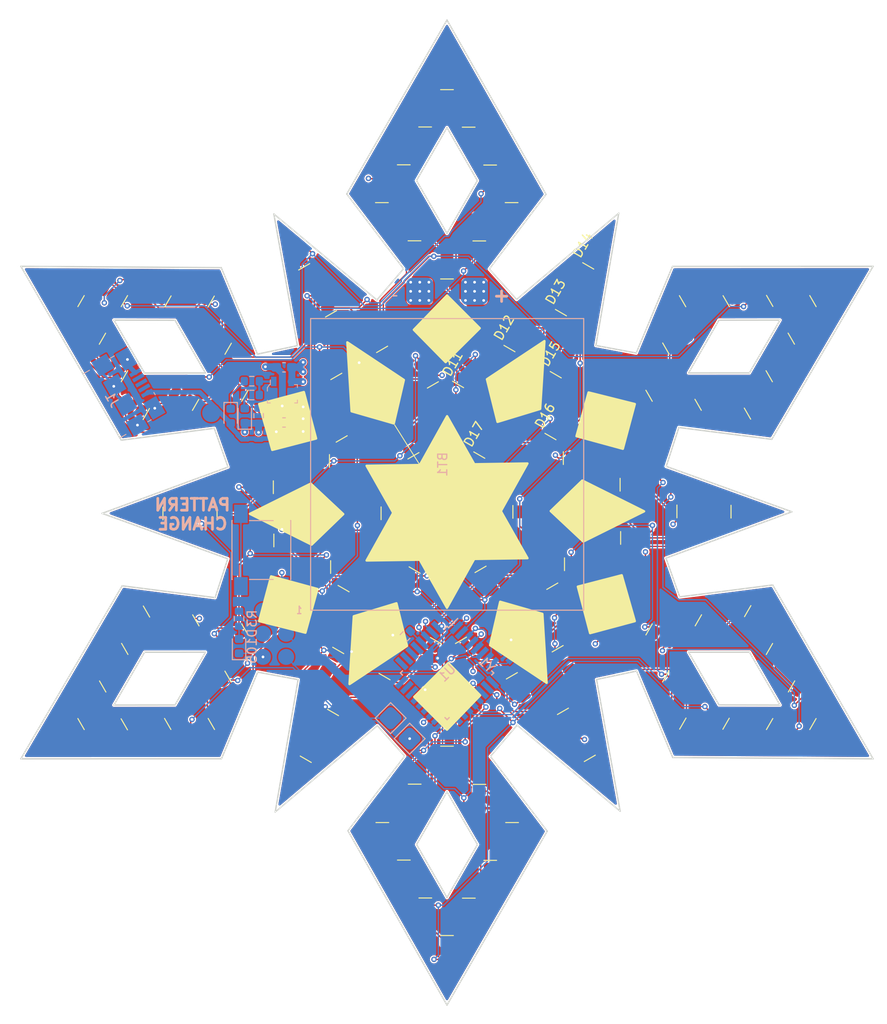
<source format=kicad_pcb>
(kicad_pcb (version 20171130) (host pcbnew "(5.1.9)-1")
  (layers (0 F.Cu signal) (1 In1.Cu signal) (2 In2.Cu signal) (31 B.Cu signal) (36 B.SilkS user) (37 F.SilkS user) (38 B.Mask user) (39 F.Mask user) (44 Edge.Cuts user))
  (net 0 "")
  (net 1 GND)
  (net 2 +5V)
  (net 3 +VBAT)
  (net 4 PIN11)
  (net 5 PIN1)
  (net 6 PIN10)
  (net 7 PIN9)
  (net 8 PIN8)
  (net 9 PIN7)
  (net 10 PIN6)
  (net 11 PIN5)
  (net 12 PIN4)
  (net 13 PIN3)
  (net 14 PIN2)
  (net 15 "Net-(J1-Pad3)")
  (net 16 "Net-(J1-Pad4)")
  (net 17 "Net-(J1-Pad2)")
  (net 18 MISO)
  (net 19 SCK)
  (net 20 MOSI)
  (net 21 RESET)
  (net 22 "Net-(R1-Pad1)")
  (net 23 "Net-(R6-Pad2)")
  (net 24 "Net-(U1-Pad7)")
  (net 25 "Net-(U1-Pad8)")
  (net 26 "Net-(D103-Pad1)")
  (net 27 "Net-(D104-Pad2)")
  (net 28 "Net-(D105-Pad2)")
  (net 29 "Net-(D106-Pad2)")
  (net 30 "Net-(U1-Pad28)")
  (net 31 "Net-(U1-Pad27)")
  (net 32 "Net-(U1-Pad26)")
  (net 33 "Net-(U1-Pad25)")
  (net 34 "Net-(U1-Pad24)")
  (net 35 "Net-(U1-Pad23)")
  (net 36 "Net-(U1-Pad22)")
  (net 37 "Net-(U1-Pad20)")
  (net 38 "Net-(U1-Pad19)")
  (module Joshua:3.7x3.1mm_Resonator (layer B.Cu) (at 107.04 113.97 135)
    (fp_text reference Y1 (at 0 -3.81 315) (layer B.SilkS) (effects (justify mirror)))
    (fp_text value 8Mhz)
    (pad 3 smd rect (at 1.5 0 135) (size 0.7 4.1) (layers B.Cu B.Paste B.Mask) (net 24 "Net-(U1-Pad7)"))
    (pad 2 smd rect (at 0 0 135) (size 1 4.1) (layers B.Cu B.Paste B.Mask) (net 1 GND))
    (pad 1 smd rect (at -1.5 0 135) (size 0.7 4.1) (layers B.Cu B.Paste B.Mask) (net 25 "Net-(U1-Pad8)"))
  )
  (module LED_SMD:LED_0805_2012Metric (layer F.Cu) (at 102.38 56.02 90)
    (fp_text reference D7 hide)
    (fp_text value LED_Small)
    (pad 1 smd roundrect (at -0.9375 0 90) (size 0.975 1.4) (layers F.Cu F.Paste F.Mask) (net 5 PIN1))
    (pad 2 smd roundrect (at 0.9375 0 90) (size 0.975 1.4) (layers F.Cu F.Paste F.Mask) (net 8 PIN8))
  )
  (module LED_SMD:LED_0805_2012Metric (layer F.Cu) (at 97.6 56 90)
    (fp_text reference D5 hide)
    (fp_text value LED_Small)
    (pad 1 smd roundrect (at -0.9375 0 90) (size 0.975 1.4) (layers F.Cu F.Paste F.Mask) (net 5 PIN1))
    (pad 2 smd roundrect (at 0.9375 0 90) (size 0.975 1.4) (layers F.Cu F.Paste F.Mask) (net 7 PIN9))
  )
  (module LED_SMD:LED_0805_2012Metric (layer F.Cu) (at 92.85 64.3 90)
    (fp_text reference D3 hide)
    (fp_text value LED_Small)
    (pad 1 smd roundrect (at -0.9375 0 90) (size 0.975 1.4) (layers F.Cu F.Paste F.Mask) (net 5 PIN1))
    (pad 2 smd roundrect (at 0.9375 0 90) (size 0.975 1.4) (layers F.Cu F.Paste F.Mask) (net 6 PIN10))
  )
  (module LED_SMD:LED_0805_2012Metric (layer F.Cu) (at 96.43 68.49 90)
    (fp_text reference D2 hide)
    (fp_text value LED_Small)
    (pad 1 smd roundrect (at -0.9375 0 90) (size 0.975 1.4) (layers F.Cu F.Paste F.Mask) (net 4 PIN11))
    (pad 2 smd roundrect (at 0.9375 0 90) (size 0.975 1.4) (layers F.Cu F.Paste F.Mask) (net 5 PIN1))
  )
  (module LED_SMD:LED_0805_2012Metric (layer F.Cu) (at 100 72.6775 90)
    (fp_text reference D1 hide)
    (fp_text value LED_Small)
    (pad 1 smd roundrect (at -0.9375 0 90) (size 0.975 1.4) (layers F.Cu F.Paste F.Mask) (net 5 PIN1))
    (pad 2 smd roundrect (at 0.9375 0 90) (size 0.975 1.4) (layers F.Cu F.Paste F.Mask) (net 4 PIN11))
  )
  (module LED_SMD:LED_0805_2012Metric (layer F.Cu) (at 95.25 60.15 90)
    (fp_text reference D4 hide)
    (fp_text value LED_Small)
    (pad 2 smd roundrect (at 0.9375 0 90) (size 0.975 1.4) (layers F.Cu F.Paste F.Mask) (net 5 PIN1))
    (pad 1 smd roundrect (at -0.9375 0 90) (size 0.975 1.4) (layers F.Cu F.Paste F.Mask) (net 6 PIN10))
  )
  (module LED_SMD:LED_0805_2012Metric (layer F.Cu) (at 100 51.9025 90)
    (fp_text reference D6 hide)
    (fp_text value LED_Small)
    (pad 2 smd roundrect (at 0.9375 0 90) (size 0.975 1.4) (layers F.Cu F.Paste F.Mask) (net 5 PIN1))
    (pad 1 smd roundrect (at -0.9375 0 90) (size 0.975 1.4) (layers F.Cu F.Paste F.Mask) (net 7 PIN9))
  )
  (module LED_SMD:LED_0805_2012Metric (layer F.Cu) (at 104.74 60.1775 90)
    (fp_text reference D8 hide)
    (fp_text value LED_Small)
    (pad 2 smd roundrect (at 0.9375 0 90) (size 0.975 1.4) (layers F.Cu F.Paste F.Mask) (net 5 PIN1))
    (pad 1 smd roundrect (at -0.9375 0 90) (size 0.975 1.4) (layers F.Cu F.Paste F.Mask) (net 8 PIN8))
  )
  (module LED_SMD:LED_0805_2012Metric (layer F.Cu) (at 107.1 64.2975 90)
    (fp_text reference D9 hide)
    (fp_text value LED_Small)
    (pad 2 smd roundrect (at 0.9375 0 90) (size 0.975 1.4) (layers F.Cu F.Paste F.Mask) (net 9 PIN7))
    (pad 1 smd roundrect (at -0.9375 0 90) (size 0.975 1.4) (layers F.Cu F.Paste F.Mask) (net 5 PIN1))
  )
  (module LED_SMD:LED_0805_2012Metric (layer F.Cu) (at 103.55 68.5075 90)
    (fp_text reference D10 hide)
    (fp_text value LED_Small)
    (pad 2 smd roundrect (at 0.9375 0 90) (size 0.975 1.4) (layers F.Cu F.Paste F.Mask) (net 5 PIN1))
    (pad 1 smd roundrect (at -0.9375 0 90) (size 0.975 1.4) (layers F.Cu F.Paste F.Mask) (net 9 PIN7))
  )
  (module LED_SMD:LED_0805_2012Metric (layer F.Cu) (at 102.06 84.48 60)
    (fp_text reference D11 (at 0 -1.65 60) (layer F.SilkS))
    (fp_text value LED_Small)
    (pad 2 smd roundrect (at 0.9375 0 60) (size 0.975 1.4) (layers F.Cu F.Paste F.Mask) (net 10 PIN6))
    (pad 1 smd roundrect (at -0.9375 0 60) (size 0.975 1.4) (layers F.Cu F.Paste F.Mask) (net 5 PIN1))
  )
  (module LED_SMD:LED_0805_2012Metric (layer F.Cu) (at 107.702817 80.54167 60)
    (fp_text reference D12 (at 0 -1.65 60) (layer F.SilkS))
    (fp_text value LED_Small)
    (pad 2 smd roundrect (at 0.9375 0 60) (size 0.975 1.4) (layers F.Cu F.Paste F.Mask) (net 5 PIN1))
    (pad 1 smd roundrect (at -0.9375 0 60) (size 0.975 1.4) (layers F.Cu F.Paste F.Mask) (net 10 PIN6))
  )
  (module LED_SMD:LED_0805_2012Metric (layer F.Cu) (at 113.36 76.6 60)
    (fp_text reference D13 (at 0 -1.65 60) (layer F.SilkS))
    (fp_text value LED_Small)
    (pad 2 smd roundrect (at 0.9375 0 60) (size 0.975 1.4) (layers F.Cu F.Paste F.Mask) (net 11 PIN5))
    (pad 1 smd roundrect (at -0.9375 0 60) (size 0.975 1.4) (layers F.Cu F.Paste F.Mask) (net 5 PIN1))
  )
  (module LED_SMD:LED_0805_2012Metric (layer F.Cu) (at 116.356102 71.4696 60)
    (fp_text reference D14 (at 0 -1.65 60) (layer F.SilkS))
    (fp_text value LED_Small)
    (pad 2 smd roundrect (at 0.9375 0 60) (size 0.975 1.4) (layers F.Cu F.Paste F.Mask) (net 5 PIN1))
    (pad 1 smd roundrect (at -0.9375 0 60) (size 0.975 1.4) (layers F.Cu F.Paste F.Mask) (net 11 PIN5))
  )
  (module LED_SMD:LED_0805_2012Metric (layer F.Cu) (at 112.79 83.41 60)
    (fp_text reference D15 (at 0 -1.65 60) (layer F.SilkS))
    (fp_text value LED_Small)
    (pad 2 smd roundrect (at 0.9375 0 60) (size 0.975 1.4) (layers F.Cu F.Paste F.Mask) (net 12 PIN4))
    (pad 1 smd roundrect (at -0.9375 0 60) (size 0.975 1.4) (layers F.Cu F.Paste F.Mask) (net 5 PIN1))
  )
  (module LED_SMD:LED_0805_2012Metric (layer F.Cu) (at 112.20875 90.198102 60)
    (fp_text reference D16 (at 0 -1.65 60) (layer F.SilkS))
    (fp_text value LED_Small)
    (pad 2 smd roundrect (at 0.9375 0 60) (size 0.975 1.4) (layers F.Cu F.Paste F.Mask) (net 5 PIN1))
    (pad 1 smd roundrect (at -0.9375 0 60) (size 0.975 1.4) (layers F.Cu F.Paste F.Mask) (net 12 PIN4))
  )
  (module LED_SMD:LED_0805_2012Metric (layer F.Cu) (at 104.39125 92.231898 60)
    (fp_text reference D17 (at 0 -1.65 60) (layer F.SilkS))
    (fp_text value LED_Small)
    (pad 2 smd roundrect (at 0.9375 0 60) (size 0.975 1.4) (layers F.Cu F.Paste F.Mask) (net 13 PIN3))
    (pad 1 smd roundrect (at -0.9375 0 60) (size 0.975 1.4) (layers F.Cu F.Paste F.Mask) (net 5 PIN1))
  )
  (module LED_SMD:LED_0805_2012Metric (layer F.Cu) (at 123.658102 86.33875 30)
    (fp_text reference D18 hide)
    (fp_text value LED_Small)
    (pad 2 smd roundrect (at 0.9375 0 30) (size 0.975 1.4) (layers F.Cu F.Paste F.Mask) (net 5 PIN1))
    (pad 1 smd roundrect (at -0.9375 0 30) (size 0.975 1.4) (layers F.Cu F.Paste F.Mask) (net 13 PIN3))
  )
  (module LED_SMD:LED_0805_2012Metric (layer F.Cu) (at 125.50346 81.153289 30)
    (fp_text reference D19 hide)
    (fp_text value LED_Small)
    (pad 2 smd roundrect (at 0.9375 0 30) (size 0.975 1.4) (layers F.Cu F.Paste F.Mask) (net 14 PIN2))
    (pad 1 smd roundrect (at -0.9375 0 30) (size 0.975 1.4) (layers F.Cu F.Paste F.Mask) (net 5 PIN1))
  )
  (module LED_SMD:LED_0805_2012Metric (layer F.Cu) (at 127.34 75.96 30)
    (fp_text reference D20 hide)
    (fp_text value LED_Small)
    (pad 2 smd roundrect (at 0.9375 0 30) (size 0.975 1.4) (layers F.Cu F.Paste F.Mask) (net 5 PIN1))
    (pad 1 smd roundrect (at -0.9375 0 30) (size 0.975 1.4) (layers F.Cu F.Paste F.Mask) (net 14 PIN2))
  )
  (module LED_SMD:LED_0805_2012Metric (layer F.Cu) (at 132.136112 75.961379 30)
    (fp_text reference D21 hide)
    (fp_text value LED_Small)
    (pad 2 smd roundrect (at 0.9375 0 30) (size 0.975 1.4) (layers F.Cu F.Paste F.Mask) (net 4 PIN11))
    (pad 1 smd roundrect (at -0.9375 0 30) (size 0.975 1.4) (layers F.Cu F.Paste F.Mask) (net 14 PIN2))
  )
  (module LED_SMD:LED_0805_2012Metric (layer F.Cu) (at 136.908102 75.92875 30)
    (fp_text reference D22 hide)
    (fp_text value LED_Small)
    (pad 2 smd roundrect (at 0.9375 0 30) (size 0.975 1.4) (layers F.Cu F.Paste F.Mask) (net 14 PIN2))
    (pad 1 smd roundrect (at -0.9375 0 30) (size 0.975 1.4) (layers F.Cu F.Paste F.Mask) (net 4 PIN11))
  )
  (module LED_SMD:LED_0805_2012Metric (layer F.Cu) (at 141.658102 75.94875 30)
    (fp_text reference D23 hide)
    (fp_text value LED_Small)
    (pad 2 smd roundrect (at 0.9375 0 30) (size 0.975 1.4) (layers F.Cu F.Paste F.Mask) (net 6 PIN10))
    (pad 1 smd roundrect (at -0.9375 0 30) (size 0.975 1.4) (layers F.Cu F.Paste F.Mask) (net 14 PIN2))
  )
  (module LED_SMD:LED_0805_2012Metric (layer F.Cu) (at 139.28 80.07 30)
    (fp_text reference D24 hide)
    (fp_text value LED_Small)
    (pad 2 smd roundrect (at 0.9375 0 30) (size 0.975 1.4) (layers F.Cu F.Paste F.Mask) (net 14 PIN2))
    (pad 1 smd roundrect (at -0.9375 0 30) (size 0.975 1.4) (layers F.Cu F.Paste F.Mask) (net 6 PIN10))
  )
  (module LED_SMD:LED_0805_2012Metric (layer F.Cu) (at 136.855132 84.19496 30)
    (fp_text reference D25 hide)
    (fp_text value LED_Small)
    (pad 2 smd roundrect (at 0.9375 0 30) (size 0.975 1.4) (layers F.Cu F.Paste F.Mask) (net 7 PIN9))
    (pad 1 smd roundrect (at -0.9375 0 30) (size 0.975 1.4) (layers F.Cu F.Paste F.Mask) (net 14 PIN2))
  )
  (module LED_SMD:LED_0805_2012Metric (layer F.Cu) (at 134.467107 88.29878 30)
    (fp_text reference D26 hide)
    (fp_text value LED_Small)
    (pad 2 smd roundrect (at 0.9375 0 30) (size 0.975 1.4) (layers F.Cu F.Paste F.Mask) (net 14 PIN2))
    (pad 1 smd roundrect (at -0.9375 0 30) (size 0.975 1.4) (layers F.Cu F.Paste F.Mask) (net 7 PIN9))
  )
  (module LED_SMD:LED_0805_2012Metric (layer F.Cu) (at 129.04614 87.32939 30)
    (fp_text reference D27 hide)
    (fp_text value LED_Small)
    (pad 2 smd roundrect (at 0.9375 0 30) (size 0.975 1.4) (layers F.Cu F.Paste F.Mask) (net 8 PIN8))
    (pad 1 smd roundrect (at -0.9375 0 30) (size 0.975 1.4) (layers F.Cu F.Paste F.Mask) (net 14 PIN2))
  )
  (module LED_SMD:LED_0805_2012Metric (layer F.Cu) (at 114.466882 94.022625)
    (fp_text reference D28 hide)
    (fp_text value LED_Small)
    (pad 2 smd roundrect (at 0.9375 0) (size 0.975 1.4) (layers F.Cu F.Paste F.Mask) (net 14 PIN2))
    (pad 1 smd roundrect (at -0.9375 0) (size 0.975 1.4) (layers F.Cu F.Paste F.Mask) (net 8 PIN8))
  )
  (module LED_SMD:LED_0805_2012Metric (layer F.Cu) (at 120.702817 96.94167)
    (fp_text reference D29 hide)
    (fp_text value LED_Small)
    (pad 2 smd roundrect (at 0.9375 0) (size 0.975 1.4) (layers F.Cu F.Paste F.Mask) (net 9 PIN7))
    (pad 1 smd roundrect (at -0.9375 0) (size 0.975 1.4) (layers F.Cu F.Paste F.Mask) (net 14 PIN2))
  )
  (module LED_SMD:LED_0805_2012Metric (layer F.Cu) (at 126.942411 99.874375)
    (fp_text reference D30 hide)
    (fp_text value LED_Small)
    (pad 2 smd roundrect (at 0.9375 0) (size 0.975 1.4) (layers F.Cu F.Paste F.Mask) (net 14 PIN2))
    (pad 1 smd roundrect (at -0.9375 0) (size 0.975 1.4) (layers F.Cu F.Paste F.Mask) (net 9 PIN7))
  )
  (module LED_SMD:LED_0805_2012Metric (layer F.Cu) (at 132.886102 99.8996)
    (fp_text reference D31 hide)
    (fp_text value LED_Small)
    (pad 2 smd roundrect (at 0.9375 0) (size 0.975 1.4) (layers F.Cu F.Paste F.Mask) (net 10 PIN6))
    (pad 1 smd roundrect (at -0.9375 0) (size 0.975 1.4) (layers F.Cu F.Paste F.Mask) (net 14 PIN2))
  )
  (module LED_SMD:LED_0805_2012Metric (layer F.Cu) (at 120.759912 102.782778)
    (fp_text reference D32 hide)
    (fp_text value LED_Small)
    (pad 2 smd roundrect (at 0.9375 0) (size 0.975 1.4) (layers F.Cu F.Paste F.Mask) (net 14 PIN2))
    (pad 1 smd roundrect (at -0.9375 0) (size 0.975 1.4) (layers F.Cu F.Paste F.Mask) (net 10 PIN6))
  )
  (module LED_SMD:LED_0805_2012Metric (layer F.Cu) (at 114.5925 105.67)
    (fp_text reference D33 hide)
    (fp_text value LED_Small)
    (pad 2 smd roundrect (at 0.9375 0) (size 0.975 1.4) (layers F.Cu F.Paste F.Mask) (net 11 PIN5))
    (pad 1 smd roundrect (at -0.9375 0) (size 0.975 1.4) (layers F.Cu F.Paste F.Mask) (net 14 PIN2))
  )
  (module LED_SMD:LED_0805_2012Metric (layer F.Cu) (at 108.924735 99.921905)
    (fp_text reference D34 hide)
    (fp_text value LED_Small)
    (pad 2 smd roundrect (at 0.9375 0) (size 0.975 1.4) (layers F.Cu F.Paste F.Mask) (net 14 PIN2))
    (pad 1 smd roundrect (at -0.9375 0) (size 0.975 1.4) (layers F.Cu F.Paste F.Mask) (net 11 PIN5))
  )
  (module LED_SMD:LED_0805_2012Metric (layer F.Cu) (at 123.66 113.66 330)
    (fp_text reference D35 hide)
    (fp_text value LED_Small)
    (pad 2 smd roundrect (at 0.9375 0 330) (size 0.975 1.4) (layers F.Cu F.Paste F.Mask) (net 12 PIN4))
    (pad 1 smd roundrect (at -0.9375 0 330) (size 0.975 1.4) (layers F.Cu F.Paste F.Mask) (net 14 PIN2))
  )
  (module LED_SMD:LED_0805_2012Metric (layer F.Cu) (at 129.07346 112.663289 330)
    (fp_text reference D36 hide)
    (fp_text value LED_Small)
    (pad 2 smd roundrect (at 0.9375 0 330) (size 0.975 1.4) (layers F.Cu F.Paste F.Mask) (net 14 PIN2))
    (pad 1 smd roundrect (at -0.9375 0 330) (size 0.975 1.4) (layers F.Cu F.Paste F.Mask) (net 12 PIN4))
  )
  (module LED_SMD:LED_0805_2012Metric (layer F.Cu) (at 134.492107 111.657918 330)
    (fp_text reference D37 hide)
    (fp_text value LED_Small)
    (pad 2 smd roundrect (at 0.9375 0 330) (size 0.975 1.4) (layers F.Cu F.Paste F.Mask) (net 13 PIN3))
    (pad 1 smd roundrect (at -0.9375 0 330) (size 0.975 1.4) (layers F.Cu F.Paste F.Mask) (net 14 PIN2))
  )
  (module LED_SMD:LED_0805_2012Metric (layer F.Cu) (at 136.88 115.81 330)
    (fp_text reference D38 hide)
    (fp_text value LED_Small)
    (pad 2 smd roundrect (at 0.9375 0 330) (size 0.975 1.4) (layers F.Cu F.Paste F.Mask) (net 14 PIN2))
    (pad 1 smd roundrect (at -0.9375 0 330) (size 0.975 1.4) (layers F.Cu F.Paste F.Mask) (net 13 PIN3))
  )
  (module LED_SMD:LED_0805_2012Metric (layer F.Cu) (at 139.3081 119.921248 330)
    (fp_text reference D39 hide)
    (fp_text value LED_Small)
    (pad 2 smd roundrect (at 0.9375 0 330) (size 0.975 1.4) (layers F.Cu F.Paste F.Mask) (net 4 PIN11))
    (pad 1 smd roundrect (at -0.9375 0 330) (size 0.975 1.4) (layers F.Cu F.Paste F.Mask) (net 13 PIN3))
  )
  (module LED_SMD:LED_0805_2012Metric (layer F.Cu) (at 141.655822 124.05 330)
    (fp_text reference D40 hide)
    (fp_text value LED_Small)
    (pad 2 smd roundrect (at 0.9375 0 330) (size 0.975 1.4) (layers F.Cu F.Paste F.Mask) (net 13 PIN3))
    (pad 1 smd roundrect (at -0.9375 0 330) (size 0.975 1.4) (layers F.Cu F.Paste F.Mask) (net 4 PIN11))
  )
  (module LED_SMD:LED_0805_2012Metric (layer F.Cu) (at 136.9 124.05 330)
    (fp_text reference D41 hide)
    (fp_text value LED_Small)
    (pad 2 smd roundrect (at 0.9375 0 330) (size 0.975 1.4) (layers F.Cu F.Paste F.Mask) (net 6 PIN10))
    (pad 1 smd roundrect (at -0.9375 0 330) (size 0.975 1.4) (layers F.Cu F.Paste F.Mask) (net 13 PIN3))
  )
  (module LED_SMD:LED_0805_2012Metric (layer F.Cu) (at 132.115132 124.01496 330)
    (fp_text reference D42 hide)
    (fp_text value LED_Small)
    (pad 2 smd roundrect (at 0.9375 0 330) (size 0.975 1.4) (layers F.Cu F.Paste F.Mask) (net 13 PIN3))
    (pad 1 smd roundrect (at -0.9375 0 330) (size 0.975 1.4) (layers F.Cu F.Paste F.Mask) (net 6 PIN10))
  )
  (module LED_SMD:LED_0805_2012Metric (layer F.Cu) (at 127.367107 123.99878 330)
    (fp_text reference D43 hide)
    (fp_text value LED_Small)
    (pad 2 smd roundrect (at 0.9375 0 330) (size 0.975 1.4) (layers F.Cu F.Paste F.Mask) (net 7 PIN9))
    (pad 1 smd roundrect (at -0.9375 0 330) (size 0.975 1.4) (layers F.Cu F.Paste F.Mask) (net 13 PIN3))
  )
  (module LED_SMD:LED_0805_2012Metric (layer F.Cu) (at 125.4919 118.818752 330)
    (fp_text reference D44 hide)
    (fp_text value LED_Small)
    (pad 2 smd roundrect (at 0.9375 0 330) (size 0.975 1.4) (layers F.Cu F.Paste F.Mask) (net 13 PIN3))
    (pad 1 smd roundrect (at -0.9375 0 330) (size 0.975 1.4) (layers F.Cu F.Paste F.Mask) (net 7 PIN9))
  )
  (module LED_SMD:LED_0805_2012Metric (layer F.Cu) (at 112.41 109.54 300)
    (fp_text reference D45 hide)
    (fp_text value LED_Small)
    (pad 2 smd roundrect (at 0.9375 0 300) (size 0.975 1.4) (layers F.Cu F.Paste F.Mask) (net 8 PIN8))
    (pad 1 smd roundrect (at -0.9375 0 300) (size 0.975 1.4) (layers F.Cu F.Paste F.Mask) (net 13 PIN3))
  )
  (module LED_SMD:LED_0805_2012Metric (layer F.Cu) (at 113 116.4 300)
    (fp_text reference D46 hide)
    (fp_text value LED_Small)
    (pad 2 smd roundrect (at 0.9375 0 300) (size 0.975 1.4) (layers F.Cu F.Paste F.Mask) (net 13 PIN3))
    (pad 1 smd roundrect (at -0.9375 0 300) (size 0.975 1.4) (layers F.Cu F.Paste F.Mask) (net 8 PIN8))
  )
  (module LED_SMD:LED_0805_2012Metric (layer F.Cu) (at 113.58 123.27 300)
    (fp_text reference D47 hide)
    (fp_text value LED_Small)
    (pad 2 smd roundrect (at 0.9375 0 300) (size 0.975 1.4) (layers F.Cu F.Paste F.Mask) (net 9 PIN7))
    (pad 1 smd roundrect (at -0.9375 0 300) (size 0.975 1.4) (layers F.Cu F.Paste F.Mask) (net 13 PIN3))
  )
  (module LED_SMD:LED_0805_2012Metric (layer F.Cu) (at 116.53 128.43 300)
    (fp_text reference D48 hide)
    (fp_text value LED_Small)
    (pad 2 smd roundrect (at 0.9375 0 300) (size 0.975 1.4) (layers F.Cu F.Paste F.Mask) (net 13 PIN3))
    (pad 1 smd roundrect (at -0.9375 0 300) (size 0.975 1.4) (layers F.Cu F.Paste F.Mask) (net 9 PIN7))
  )
  (module LED_SMD:LED_0805_2012Metric (layer F.Cu) (at 107.97 119.37 300)
    (fp_text reference D49 hide)
    (fp_text value LED_Small)
    (pad 2 smd roundrect (at 0.9375 0 300) (size 0.975 1.4) (layers F.Cu F.Paste F.Mask) (net 10 PIN6))
    (pad 1 smd roundrect (at -0.9375 0 300) (size 0.975 1.4) (layers F.Cu F.Paste F.Mask) (net 13 PIN3))
  )
  (module LED_SMD:LED_0805_2012Metric (layer F.Cu) (at 102.38125 115.478099 300)
    (fp_text reference D50 hide)
    (fp_text value LED_Small)
    (pad 2 smd roundrect (at 0.9375 0 300) (size 0.975 1.4) (layers F.Cu F.Paste F.Mask) (net 13 PIN3))
    (pad 1 smd roundrect (at -0.9375 0 300) (size 0.975 1.4) (layers F.Cu F.Paste F.Mask) (net 10 PIN6))
  )
  (module LED_SMD:LED_0805_2012Metric (layer F.Cu) (at 104.53 107.69 300)
    (fp_text reference D51 hide)
    (fp_text value LED_Small)
    (pad 2 smd roundrect (at 0.9375 0 300) (size 0.975 1.4) (layers F.Cu F.Paste F.Mask) (net 11 PIN5))
    (pad 1 smd roundrect (at -0.9375 0 300) (size 0.975 1.4) (layers F.Cu F.Paste F.Mask) (net 13 PIN3))
  )
  (module LED_SMD:LED_0805_2012Metric (layer F.Cu) (at 100 127.32 270)
    (fp_text reference D52 hide)
    (fp_text value LED_Small)
    (pad 2 smd roundrect (at 0.9375 0 270) (size 0.975 1.4) (layers F.Cu F.Paste F.Mask) (net 13 PIN3))
    (pad 1 smd roundrect (at -0.9375 0 270) (size 0.975 1.4) (layers F.Cu F.Paste F.Mask) (net 11 PIN5))
  )
  (module LED_SMD:LED_0805_2012Metric (layer F.Cu) (at 103.57 131.51 270)
    (fp_text reference D53 hide)
    (fp_text value LED_Small)
    (pad 2 smd roundrect (at 0.9375 0 270) (size 0.975 1.4) (layers F.Cu F.Paste F.Mask) (net 12 PIN4))
    (pad 1 smd roundrect (at -0.9375 0 270) (size 0.975 1.4) (layers F.Cu F.Paste F.Mask) (net 13 PIN3))
  )
  (module LED_SMD:LED_0805_2012Metric (layer F.Cu) (at 107.15 135.7 270)
    (fp_text reference D54 hide)
    (fp_text value LED_Small)
    (pad 2 smd roundrect (at 0.9375 0 270) (size 0.975 1.4) (layers F.Cu F.Paste F.Mask) (net 13 PIN3))
    (pad 1 smd roundrect (at -0.9375 0 270) (size 0.975 1.4) (layers F.Cu F.Paste F.Mask) (net 12 PIN4))
  )
  (module LED_SMD:LED_0805_2012Metric (layer F.Cu) (at 104.75 139.85 270)
    (fp_text reference D55 hide)
    (fp_text value LED_Small)
    (pad 2 smd roundrect (at 0.9375 0 270) (size 0.975 1.4) (layers F.Cu F.Paste F.Mask) (net 4 PIN11))
    (pad 1 smd roundrect (at -0.9375 0 270) (size 0.975 1.4) (layers F.Cu F.Paste F.Mask) (net 12 PIN4))
  )
  (module LED_SMD:LED_0805_2012Metric (layer F.Cu) (at 102.4 144 270)
    (fp_text reference D56 hide)
    (fp_text value LED_Small)
    (pad 2 smd roundrect (at 0.9375 0 270) (size 0.975 1.4) (layers F.Cu F.Paste F.Mask) (net 12 PIN4))
    (pad 1 smd roundrect (at -0.9375 0 270) (size 0.975 1.4) (layers F.Cu F.Paste F.Mask) (net 4 PIN11))
  )
  (module LED_SMD:LED_0805_2012Metric (layer F.Cu) (at 100 148.1 270)
    (fp_text reference D57 hide)
    (fp_text value LED_Small)
    (pad 2 smd roundrect (at 0.9375 0 270) (size 0.975 1.4) (layers F.Cu F.Paste F.Mask) (net 6 PIN10))
    (pad 1 smd roundrect (at -0.9375 0 270) (size 0.975 1.4) (layers F.Cu F.Paste F.Mask) (net 12 PIN4))
  )
  (module LED_SMD:LED_0805_2012Metric (layer F.Cu) (at 97.62 143.98 270)
    (fp_text reference D58 hide)
    (fp_text value LED_Small)
    (pad 2 smd roundrect (at 0.9375 0 270) (size 0.975 1.4) (layers F.Cu F.Paste F.Mask) (net 12 PIN4))
    (pad 1 smd roundrect (at -0.9375 0 270) (size 0.975 1.4) (layers F.Cu F.Paste F.Mask) (net 6 PIN10))
  )
  (module LED_SMD:LED_0805_2012Metric (layer F.Cu) (at 95.26 139.82 270)
    (fp_text reference D59 hide)
    (fp_text value LED_Small)
    (pad 2 smd roundrect (at 0.9375 0 270) (size 0.975 1.4) (layers F.Cu F.Paste F.Mask) (net 7 PIN9))
    (pad 1 smd roundrect (at -0.9375 0 270) (size 0.975 1.4) (layers F.Cu F.Paste F.Mask) (net 12 PIN4))
  )
  (module LED_SMD:LED_0805_2012Metric (layer F.Cu) (at 92.9 135.7 270)
    (fp_text reference D60 hide)
    (fp_text value LED_Small)
    (pad 2 smd roundrect (at 0.9375 0 270) (size 0.975 1.4) (layers F.Cu F.Paste F.Mask) (net 12 PIN4))
    (pad 1 smd roundrect (at -0.9375 0 270) (size 0.975 1.4) (layers F.Cu F.Paste F.Mask) (net 7 PIN9))
  )
  (module LED_SMD:LED_0805_2012Metric (layer F.Cu) (at 96.45 131.49 270)
    (fp_text reference D61 hide)
    (fp_text value LED_Small)
    (pad 2 smd roundrect (at 0.9375 0 270) (size 0.975 1.4) (layers F.Cu F.Paste F.Mask) (net 8 PIN8))
    (pad 1 smd roundrect (at -0.9375 0 270) (size 0.975 1.4) (layers F.Cu F.Paste F.Mask) (net 12 PIN4))
  )
  (module LED_SMD:LED_0805_2012Metric (layer F.Cu) (at 97.943118 115.517375 240)
    (fp_text reference D62 hide)
    (fp_text value LED_Small)
    (pad 2 smd roundrect (at 0.9375 0 240) (size 0.975 1.4) (layers F.Cu F.Paste F.Mask) (net 12 PIN4))
    (pad 1 smd roundrect (at -0.9375 0 240) (size 0.975 1.4) (layers F.Cu F.Paste F.Mask) (net 8 PIN8))
  )
  (module LED_SMD:LED_0805_2012Metric (layer F.Cu) (at 92.297183 119.45833 240)
    (fp_text reference D63 hide)
    (fp_text value LED_Small)
    (pad 2 smd roundrect (at 0.9375 0 240) (size 0.975 1.4) (layers F.Cu F.Paste F.Mask) (net 9 PIN7))
    (pad 1 smd roundrect (at -0.9375 0 240) (size 0.975 1.4) (layers F.Cu F.Paste F.Mask) (net 12 PIN4))
  )
  (module LED_SMD:LED_0805_2012Metric (layer F.Cu) (at 86.637589 123.395625 240)
    (fp_text reference D64 hide)
    (fp_text value LED_Small)
    (pad 2 smd roundrect (at 0.9375 0 240) (size 0.975 1.4) (layers F.Cu F.Paste F.Mask) (net 12 PIN4))
    (pad 1 smd roundrect (at -0.9375 0 240) (size 0.975 1.4) (layers F.Cu F.Paste F.Mask) (net 9 PIN7))
  )
  (module LED_SMD:LED_0805_2012Metric (layer F.Cu) (at 83.643898 128.5304 240)
    (fp_text reference D65 hide)
    (fp_text value LED_Small)
    (pad 2 smd roundrect (at 0.9375 0 240) (size 0.975 1.4) (layers F.Cu F.Paste F.Mask) (net 10 PIN6))
    (pad 1 smd roundrect (at -0.9375 0 240) (size 0.975 1.4) (layers F.Cu F.Paste F.Mask) (net 12 PIN4))
  )
  (module LED_SMD:LED_0805_2012Metric (layer F.Cu) (at 87.210088 116.587222 240)
    (fp_text reference D66 hide)
    (fp_text value LED_Small)
    (pad 2 smd roundrect (at 0.9375 0 240) (size 0.975 1.4) (layers F.Cu F.Paste F.Mask) (net 12 PIN4))
    (pad 1 smd roundrect (at -0.9375 0 240) (size 0.975 1.4) (layers F.Cu F.Paste F.Mask) (net 10 PIN6))
  )
  (module LED_SMD:LED_0805_2012Metric (layer F.Cu) (at 87.797587 109.804801 240)
    (fp_text reference D67 hide)
    (fp_text value LED_Small)
    (pad 2 smd roundrect (at 0.9375 0 240) (size 0.975 1.4) (layers F.Cu F.Paste F.Mask) (net 11 PIN5))
    (pad 1 smd roundrect (at -0.9375 0 240) (size 0.975 1.4) (layers F.Cu F.Paste F.Mask) (net 12 PIN4))
  )
  (module LED_SMD:LED_0805_2012Metric (layer F.Cu) (at 95.605265 107.768095 240)
    (fp_text reference D68 hide)
    (fp_text value LED_Small)
    (pad 2 smd roundrect (at 0.9375 0 240) (size 0.975 1.4) (layers F.Cu F.Paste F.Mask) (net 12 PIN4))
    (pad 1 smd roundrect (at -0.9375 0 240) (size 0.975 1.4) (layers F.Cu F.Paste F.Mask) (net 11 PIN5))
  )
  (module LED_SMD:LED_0805_2012Metric (layer F.Cu) (at 76.340186 113.66 210)
    (fp_text reference D69 hide)
    (fp_text value LED_Small)
    (pad 2 smd roundrect (at 0.9375 0 210) (size 0.975 1.4) (layers F.Cu F.Paste F.Mask) (net 4 PIN11))
    (pad 1 smd roundrect (at -0.9375 0 210) (size 0.975 1.4) (layers F.Cu F.Paste F.Mask) (net 11 PIN5))
  )
  (module LED_SMD:LED_0805_2012Metric (layer F.Cu) (at 74.49654 118.846711 210)
    (fp_text reference D70 hide)
    (fp_text value LED_Small)
    (pad 2 smd roundrect (at 0.9375 0 210) (size 0.975 1.4) (layers F.Cu F.Paste F.Mask) (net 11 PIN5))
    (pad 1 smd roundrect (at -0.9375 0 210) (size 0.975 1.4) (layers F.Cu F.Paste F.Mask) (net 4 PIN11))
  )
  (module LED_SMD:LED_0805_2012Metric (layer F.Cu) (at 72.657893 124.042082 210)
    (fp_text reference D71 hide)
    (fp_text value LED_Small)
    (pad 2 smd roundrect (at 0.9375 0 210) (size 0.975 1.4) (layers F.Cu F.Paste F.Mask) (net 6 PIN10))
    (pad 1 smd roundrect (at -0.9375 0 210) (size 0.975 1.4) (layers F.Cu F.Paste F.Mask) (net 11 PIN5))
  )
  (module LED_SMD:LED_0805_2012Metric (layer F.Cu) (at 67.863888 124.038621 210)
    (fp_text reference D72 hide)
    (fp_text value LED_Small)
    (pad 2 smd roundrect (at 0.9375 0 210) (size 0.975 1.4) (layers F.Cu F.Paste F.Mask) (net 11 PIN5))
    (pad 1 smd roundrect (at -0.9375 0 210) (size 0.975 1.4) (layers F.Cu F.Paste F.Mask) (net 6 PIN10))
  )
  (module LED_SMD:LED_0805_2012Metric (layer F.Cu) (at 63.094882 124.078461 210)
    (fp_text reference D73 hide)
    (fp_text value LED_Small)
    (pad 2 smd roundrect (at 0.9375 0 210) (size 0.975 1.4) (layers F.Cu F.Paste F.Mask) (net 7 PIN9))
    (pad 1 smd roundrect (at -0.9375 0 210) (size 0.975 1.4) (layers F.Cu F.Paste F.Mask) (net 11 PIN5))
  )
  (module LED_SMD:LED_0805_2012Metric (layer F.Cu) (at 58.344178 124.05 210)
    (fp_text reference D74 hide)
    (fp_text value LED_Small)
    (pad 2 smd roundrect (at 0.9375 0 210) (size 0.975 1.4) (layers F.Cu F.Paste F.Mask) (net 11 PIN5))
    (pad 1 smd roundrect (at -0.9375 0 210) (size 0.975 1.4) (layers F.Cu F.Paste F.Mask) (net 7 PIN9))
  )
  (module LED_SMD:LED_0805_2012Metric (layer F.Cu) (at 60.722203 119.92886 210)
    (fp_text reference D75 hide)
    (fp_text value LED_Small)
    (pad 2 smd roundrect (at 0.9375 0 210) (size 0.975 1.4) (layers F.Cu F.Paste F.Mask) (net 8 PIN8))
    (pad 1 smd roundrect (at -0.9375 0 210) (size 0.975 1.4) (layers F.Cu F.Paste F.Mask) (net 11 PIN5))
  )
  (module LED_SMD:LED_0805_2012Metric (layer F.Cu) (at 63.144868 115.80504 210)
    (fp_text reference D76 hide)
    (fp_text value LED_Small)
    (pad 2 smd roundrect (at 0.9375 0 210) (size 0.975 1.4) (layers F.Cu F.Paste F.Mask) (net 11 PIN5))
    (pad 1 smd roundrect (at -0.9375 0 210) (size 0.975 1.4) (layers F.Cu F.Paste F.Mask) (net 8 PIN8))
  )
  (module LED_SMD:LED_0805_2012Metric (layer F.Cu) (at 65.532893 111.70122 210)
    (fp_text reference D77 hide)
    (fp_text value LED_Small)
    (pad 2 smd roundrect (at 0.9375 0 210) (size 0.975 1.4) (layers F.Cu F.Paste F.Mask) (net 9 PIN7))
    (pad 1 smd roundrect (at -0.9375 0 210) (size 0.975 1.4) (layers F.Cu F.Paste F.Mask) (net 11 PIN5))
  )
  (module LED_SMD:LED_0805_2012Metric (layer F.Cu) (at 70.95386 112.67061 210)
    (fp_text reference D78 hide)
    (fp_text value LED_Small)
    (pad 2 smd roundrect (at 0.9375 0 210) (size 0.975 1.4) (layers F.Cu F.Paste F.Mask) (net 11 PIN5))
    (pad 1 smd roundrect (at -0.9375 0 210) (size 0.975 1.4) (layers F.Cu F.Paste F.Mask) (net 9 PIN7))
  )
  (module LED_SMD:LED_0805_2012Metric (layer F.Cu) (at 85.533118 105.977375 180)
    (fp_text reference D79 hide)
    (fp_text value LED_Small)
    (pad 2 smd roundrect (at 0.9375 0 180) (size 0.975 1.4) (layers F.Cu F.Paste F.Mask) (net 10 PIN6))
    (pad 1 smd roundrect (at -0.9375 0 180) (size 0.975 1.4) (layers F.Cu F.Paste F.Mask) (net 11 PIN5))
  )
  (module LED_SMD:LED_0805_2012Metric (layer F.Cu) (at 79.297183 103.05833 180)
    (fp_text reference D80 hide)
    (fp_text value LED_Small)
    (pad 2 smd roundrect (at 0.9375 0 180) (size 0.975 1.4) (layers F.Cu F.Paste F.Mask) (net 11 PIN5))
    (pad 1 smd roundrect (at -0.9375 0 180) (size 0.975 1.4) (layers F.Cu F.Paste F.Mask) (net 10 PIN6))
  )
  (module LED_SMD:LED_0805_2012Metric (layer F.Cu) (at 73.057589 100.125625 180)
    (fp_text reference D81 hide)
    (fp_text value LED_Small)
    (pad 2 smd roundrect (at 0.9375 0 180) (size 0.975 1.4) (layers F.Cu F.Paste F.Mask) (net 4 PIN11))
    (pad 1 smd roundrect (at -0.9375 0 180) (size 0.975 1.4) (layers F.Cu F.Paste F.Mask) (net 10 PIN6))
  )
  (module LED_SMD:LED_0805_2012Metric (layer F.Cu) (at 67.113898 100.1004 180)
    (fp_text reference D82 hide)
    (fp_text value LED_Small)
    (pad 2 smd roundrect (at 0.9375 0 180) (size 0.975 1.4) (layers F.Cu F.Paste F.Mask) (net 10 PIN6))
    (pad 1 smd roundrect (at -0.9375 0 180) (size 0.975 1.4) (layers F.Cu F.Paste F.Mask) (net 4 PIN11))
  )
  (module LED_SMD:LED_0805_2012Metric (layer F.Cu) (at 79.240088 97.217222 180)
    (fp_text reference D83 hide)
    (fp_text value LED_Small)
    (pad 2 smd roundrect (at 0.9375 0 180) (size 0.975 1.4) (layers F.Cu F.Paste F.Mask) (net 6 PIN10))
    (pad 1 smd roundrect (at -0.9375 0 180) (size 0.975 1.4) (layers F.Cu F.Paste F.Mask) (net 10 PIN6))
  )
  (module LED_SMD:LED_0805_2012Metric (layer F.Cu) (at 85.407587 94.334801 180)
    (fp_text reference D84 hide)
    (fp_text value LED_Small)
    (pad 2 smd roundrect (at 0.9375 0 180) (size 0.975 1.4) (layers F.Cu F.Paste F.Mask) (net 10 PIN6))
    (pad 1 smd roundrect (at -0.9375 0 180) (size 0.975 1.4) (layers F.Cu F.Paste F.Mask) (net 6 PIN10))
  )
  (module LED_SMD:LED_0805_2012Metric (layer F.Cu) (at 91.075265 100.078095 180)
    (fp_text reference D85 hide)
    (fp_text value LED_Small)
    (pad 2 smd roundrect (at 0.9375 0 180) (size 0.975 1.4) (layers F.Cu F.Paste F.Mask) (net 7 PIN9))
    (pad 1 smd roundrect (at -0.9375 0 180) (size 0.975 1.4) (layers F.Cu F.Paste F.Mask) (net 10 PIN6))
  )
  (module LED_SMD:LED_0805_2012Metric (layer F.Cu) (at 76.340186 86.34 150)
    (fp_text reference D86 hide)
    (fp_text value LED_Small)
    (pad 2 smd roundrect (at 0.9375 0 150) (size 0.975 1.4) (layers F.Cu F.Paste F.Mask) (net 10 PIN6))
    (pad 1 smd roundrect (at -0.9375 0 150) (size 0.975 1.4) (layers F.Cu F.Paste F.Mask) (net 7 PIN9))
  )
  (module LED_SMD:LED_0805_2012Metric (layer F.Cu) (at 70.92654 87.336711 150)
    (fp_text reference D87 hide)
    (fp_text value LED_Small)
    (pad 2 smd roundrect (at 0.9375 0 150) (size 0.975 1.4) (layers F.Cu F.Paste F.Mask) (net 8 PIN8))
    (pad 1 smd roundrect (at -0.9375 0 150) (size 0.975 1.4) (layers F.Cu F.Paste F.Mask) (net 10 PIN6))
  )
  (module LED_SMD:LED_0805_2012Metric (layer F.Cu) (at 65.507893 88.342082 150)
    (fp_text reference D88 hide)
    (fp_text value LED_Small)
    (pad 2 smd roundrect (at 0.9375 0 150) (size 0.975 1.4) (layers F.Cu F.Paste F.Mask) (net 10 PIN6))
    (pad 1 smd roundrect (at -0.9375 0 150) (size 0.975 1.4) (layers F.Cu F.Paste F.Mask) (net 8 PIN8))
  )
  (module LED_SMD:LED_0805_2012Metric (layer F.Cu) (at 63.113888 84.188621 150)
    (fp_text reference D89 hide)
    (fp_text value LED_Small)
    (pad 2 smd roundrect (at 0.9375 0 150) (size 0.975 1.4) (layers F.Cu F.Paste F.Mask) (net 9 PIN7))
    (pad 1 smd roundrect (at -0.9375 0 150) (size 0.975 1.4) (layers F.Cu F.Paste F.Mask) (net 10 PIN6))
  )
  (module LED_SMD:LED_0805_2012Metric (layer F.Cu) (at 60.694882 80.078461 150)
    (fp_text reference D90 hide)
    (fp_text value LED_Small)
    (pad 2 smd roundrect (at 0.9375 0 150) (size 0.975 1.4) (layers F.Cu F.Paste F.Mask) (net 10 PIN6))
    (pad 1 smd roundrect (at -0.9375 0 150) (size 0.975 1.4) (layers F.Cu F.Paste F.Mask) (net 9 PIN7))
  )
  (module LED_SMD:LED_0805_2012Metric (layer F.Cu) (at 58.344178 75.95 150)
    (fp_text reference D91 hide)
    (fp_text value LED_Small)
    (pad 2 smd roundrect (at 0.9375 0 150) (size 0.975 1.4) (layers F.Cu F.Paste F.Mask) (net 4 PIN11))
    (pad 1 smd roundrect (at -0.9375 0 150) (size 0.975 1.4) (layers F.Cu F.Paste F.Mask) (net 9 PIN7))
  )
  (module LED_SMD:LED_0805_2012Metric (layer F.Cu) (at 63.102203 75.94886 150)
    (fp_text reference D92 hide)
    (fp_text value LED_Small)
    (pad 2 smd roundrect (at 0.9375 0 150) (size 0.975 1.4) (layers F.Cu F.Paste F.Mask) (net 9 PIN7))
    (pad 1 smd roundrect (at -0.9375 0 150) (size 0.975 1.4) (layers F.Cu F.Paste F.Mask) (net 4 PIN11))
  )
  (module LED_SMD:LED_0805_2012Metric (layer F.Cu) (at 67.884868 75.98504 150)
    (fp_text reference D93 hide)
    (fp_text value LED_Small)
    (pad 2 smd roundrect (at 0.9375 0 150) (size 0.975 1.4) (layers F.Cu F.Paste F.Mask) (net 6 PIN10))
    (pad 1 smd roundrect (at -0.9375 0 150) (size 0.975 1.4) (layers F.Cu F.Paste F.Mask) (net 9 PIN7))
  )
  (module LED_SMD:LED_0805_2012Metric (layer F.Cu) (at 72.632893 76.00122 150)
    (fp_text reference D94 hide)
    (fp_text value LED_Small)
    (pad 2 smd roundrect (at 0.9375 0 150) (size 0.975 1.4) (layers F.Cu F.Paste F.Mask) (net 9 PIN7))
    (pad 1 smd roundrect (at -0.9375 0 150) (size 0.975 1.4) (layers F.Cu F.Paste F.Mask) (net 6 PIN10))
  )
  (module LED_SMD:LED_0805_2012Metric (layer F.Cu) (at 74.50386 81.18061 150)
    (fp_text reference D95 hide)
    (fp_text value LED_Small)
    (pad 2 smd roundrect (at 0.9375 0 150) (size 0.975 1.4) (layers F.Cu F.Paste F.Mask) (net 7 PIN9))
    (pad 1 smd roundrect (at -0.9375 0 150) (size 0.975 1.4) (layers F.Cu F.Paste F.Mask) (net 9 PIN7))
  )
  (module LED_SMD:LED_0805_2012Metric (layer F.Cu) (at 87.59 90.46 120)
    (fp_text reference D96 hide)
    (fp_text value LED_Small)
    (pad 2 smd roundrect (at 0.9375 0 120) (size 0.975 1.4) (layers F.Cu F.Paste F.Mask) (net 9 PIN7))
    (pad 1 smd roundrect (at -0.9375 0 120) (size 0.975 1.4) (layers F.Cu F.Paste F.Mask) (net 7 PIN9))
  )
  (module LED_SMD:LED_0805_2012Metric (layer F.Cu) (at 87 83.6 120)
    (fp_text reference D97 hide)
    (fp_text value LED_Small)
    (pad 2 smd roundrect (at 0.9375 0 120) (size 0.975 1.4) (layers F.Cu F.Paste F.Mask) (net 8 PIN8))
    (pad 1 smd roundrect (at -0.9375 0 120) (size 0.975 1.4) (layers F.Cu F.Paste F.Mask) (net 9 PIN7))
  )
  (module LED_SMD:LED_0805_2012Metric (layer F.Cu) (at 86.42 76.73 120)
    (fp_text reference D98 hide)
    (fp_text value LED_Small)
    (pad 2 smd roundrect (at 0.9375 0 120) (size 0.975 1.4) (layers F.Cu F.Paste F.Mask) (net 9 PIN7))
    (pad 1 smd roundrect (at -0.9375 0 120) (size 0.975 1.4) (layers F.Cu F.Paste F.Mask) (net 8 PIN8))
  )
  (module LED_SMD:LED_0805_2012Metric (layer F.Cu) (at 83.47 71.57 120)
    (fp_text reference D99 hide)
    (fp_text value LED_Small)
    (pad 2 smd roundrect (at 0.9375 0 120) (size 0.975 1.4) (layers F.Cu F.Paste F.Mask) (net 4 PIN11))
    (pad 1 smd roundrect (at -0.9375 0 120) (size 0.975 1.4) (layers F.Cu F.Paste F.Mask) (net 8 PIN8))
  )
  (module LED_SMD:LED_0805_2012Metric (layer F.Cu) (at 92.03 80.63 120)
    (fp_text reference D100 hide)
    (fp_text value LED_Small)
    (pad 2 smd roundrect (at 0.9375 0 120) (size 0.975 1.4) (layers F.Cu F.Paste F.Mask) (net 8 PIN8))
    (pad 1 smd roundrect (at -0.9375 0 120) (size 0.975 1.4) (layers F.Cu F.Paste F.Mask) (net 4 PIN11))
  )
  (module LED_SMD:LED_0805_2012Metric (layer F.Cu) (at 97.61 84.53 120)
    (fp_text reference D101 hide)
    (fp_text value LED_Small)
    (pad 2 smd roundrect (at 0.9375 0 120) (size 0.975 1.4) (layers F.Cu F.Paste F.Mask) (net 6 PIN10))
    (pad 1 smd roundrect (at -0.9375 0 120) (size 0.975 1.4) (layers F.Cu F.Paste F.Mask) (net 8 PIN8))
  )
  (module LED_SMD:LED_0805_2012Metric (layer F.Cu) (at 95.47 92.31 120)
    (fp_text reference D102 hide)
    (fp_text value LED_Small)
    (pad 2 smd roundrect (at 0.9375 0 120) (size 0.975 1.4) (layers F.Cu F.Paste F.Mask) (net 8 PIN8))
    (pad 1 smd roundrect (at -0.9375 0 120) (size 0.975 1.4) (layers F.Cu F.Paste F.Mask) (net 6 PIN10))
  )
  (module digikey-footprints:USB_Micro_B_Female_10118192 (layer B.Cu) (at 64.1 87.109103 120)
    (fp_text reference J1 (at 0 -1.01 120) (layer B.SilkS) (effects (justify mirror)))
    (fp_text value 10118193-0001LF)
    (pad SH smd rect (at -3.8 0 120) (size 1.8 1.9) (layers B.Cu B.Paste B.Mask) (net 1 GND))
    (pad SH smd rect (at 3.8 0 120) (size 1.8 1.9) (layers B.Cu B.Paste B.Mask) (net 1 GND))
    (pad SH smd rect (at -1.2 0 120) (size 1.9 1.9) (layers B.Cu B.Paste B.Mask) (net 1 GND))
    (pad SH smd rect (at 1.2 0 120) (size 1.9 1.9) (layers B.Cu B.Paste B.Mask) (net 1 GND))
    (pad SH smd rect (at -3.1 2.55 120) (size 2.1 1.6) (layers B.Cu B.Paste B.Mask) (net 1 GND))
    (pad SH smd rect (at 3.1 2.55 120) (size 2.1 1.6) (layers B.Cu B.Paste B.Mask) (net 1 GND))
    (pad 1 smd rect (at -1.3 2.675 120) (size 0.4 1.35) (layers B.Cu B.Paste B.Mask) (net 2 +5V))
    (pad 4 smd rect (at 0.65 2.675 120) (size 0.4 1.35) (layers B.Cu B.Paste B.Mask) (net 16 "Net-(J1-Pad4)"))
    (pad 5 smd rect (at 1.3 2.675 120) (size 0.4 1.35) (layers B.Cu B.Paste B.Mask) (net 1 GND))
    (pad 2 smd rect (at -0.65 2.675 120) (size 0.4 1.35) (layers B.Cu B.Paste B.Mask) (net 17 "Net-(J1-Pad2)"))
    (pad 3 smd rect (at 0 2.675 120) (size 0.4 1.35) (layers B.Cu B.Paste B.Mask) (net 15 "Net-(J1-Pad3)"))
  )
  (module Joshua:LIPO_1S_503030_450mAH (layer B.Cu) (at 100.02 94.71 90)
    (fp_text reference BT1 (at 0 -0.5 270) (layer B.SilkS) (effects (justify mirror)))
    (fp_text value Battery_Cell)
    (pad 2 smd roundrect (at 19 -3 90) (size 3 3) (layers B.Cu B.Mask) (net 1 GND))
    (pad 1 smd roundrect (at 19 3 90) (size 3 3) (layers B.Cu B.Mask) (net 3 +VBAT))
  )
  (module Capacitor_SMD:C_0603_1608Metric_Pad1.08x0.95mm_HandSolder (layer B.Cu) (at 82.1 90.11 180)
    (fp_text reference C1 hide)
    (fp_text value 4.7uF)
    (pad 1 smd roundrect (at -0.8625 0 180) (size 1.075 0.95) (layers B.Cu B.Paste B.Mask) (net 2 +5V))
    (pad 2 smd roundrect (at 0.8625 0 180) (size 1.075 0.95) (layers B.Cu B.Paste B.Mask) (net 1 GND))
  )
  (module Capacitor_SMD:C_0603_1608Metric_Pad1.08x0.95mm_HandSolder (layer B.Cu) (at 82.1 84.06 180)
    (fp_text reference C3 hide)
    (fp_text value 4.7uF)
    (pad 2 smd roundrect (at 0.8625 0 180) (size 1.075 0.95) (layers B.Cu B.Paste B.Mask) (net 1 GND))
    (pad 1 smd roundrect (at -0.8625 0 180) (size 1.075 0.95) (layers B.Cu B.Paste B.Mask) (net 3 +VBAT))
  )
  (module Joshua:6Pin_ICSP_Pads (layer B.Cu) (at 81.06 113.3 180)
    (fp_text reference J2 hide)
    (fp_text value Conn_02x03_Odd_Even hide)
    (pad 6 smd circle (at 1.27 -2.54 180) (size 1.75 1.75) (layers B.Cu B.Mask) (net 1 GND))
    (pad 5 smd circle (at -1.27 -2.54 180) (size 1.75 1.75) (layers B.Cu B.Mask) (net 21 RESET))
    (pad 4 smd circle (at 1.27 0 180) (size 1.75 1.75) (layers B.Cu B.Mask) (net 20 MOSI))
    (pad 3 smd circle (at -1.27 0 180) (size 1.75 1.75) (layers B.Cu B.Mask) (net 19 SCK))
    (pad 2 smd circle (at 1.27 2.54 180) (size 1.75 1.75) (layers B.Cu B.Mask) (net 2 +5V))
    (pad 1 smd circle (at -1.27 2.54 180) (size 1.75 1.75) (layers B.Cu B.Mask) (net 18 MISO))
  )
  (module Resistor_SMD:R_0603_1608Metric (layer B.Cu) (at 78.56 85.58 180)
    (fp_text reference R1 hide)
    (fp_text value 470R)
    (pad 2 smd roundrect (at 0.825 0 180) (size 0.8 0.95) (layers B.Cu B.Paste B.Mask) (net 26 "Net-(D103-Pad1)"))
    (pad 1 smd roundrect (at -0.825 0 180) (size 0.8 0.95) (layers B.Cu B.Paste B.Mask) (net 22 "Net-(R1-Pad1)"))
  )
  (module Resistor_SMD:R_0603_1608Metric (layer B.Cu) (at 78.555 87.1 180)
    (fp_text reference R2 hide)
    (fp_text value 470R)
    (pad 1 smd roundrect (at -0.825 0 180) (size 0.8 0.95) (layers B.Cu B.Paste B.Mask) (net 22 "Net-(R1-Pad1)"))
    (pad 2 smd roundrect (at 0.825 0 180) (size 0.8 0.95) (layers B.Cu B.Paste B.Mask) (net 27 "Net-(D104-Pad2)"))
  )
  (module Resistor_SMD:R_0603_1608Metric (layer B.Cu) (at 77.16 111.64 90)
    (fp_text reference R3 (at 0 1.43 90) (layer B.SilkS) (effects (justify mirror)))
    (fp_text value 470)
    (pad 1 smd roundrect (at -0.825 0 90) (size 0.8 0.95) (layers B.Cu B.Paste B.Mask) (net 28 "Net-(D105-Pad2)"))
    (pad 2 smd roundrect (at 0.825 0 90) (size 0.8 0.95) (layers B.Cu B.Paste B.Mask) (net 19 SCK))
  )
  (module Resistor_SMD:R_0603_1608Metric (layer B.Cu) (at 95.39 113.6 225)
    (fp_text reference R4 hide)
    (fp_text value 100K)
    (pad 2 smd roundrect (at 0.825 0 225) (size 0.8 0.95) (layers B.Cu B.Paste B.Mask) (net 3 +VBAT))
    (pad 1 smd roundrect (at -0.825 0 225) (size 0.8 0.95) (layers B.Cu B.Paste B.Mask) (net 21 RESET))
  )
  (module Resistor_SMD:R_0603_1608Metric (layer B.Cu) (at 79.309993 89.365001 90)
    (fp_text reference R6 hide)
    (fp_text value 5K)
    (pad 2 smd roundrect (at 0.825 0 90) (size 0.8 0.95) (layers B.Cu B.Paste B.Mask) (net 23 "Net-(R6-Pad2)"))
    (pad 1 smd roundrect (at -0.825 0 90) (size 0.8 0.95) (layers B.Cu B.Paste B.Mask) (net 1 GND))
  )
  (module "Joshua:SW_Push_1P1T_NO_6x6mm_H5.0mm(LCSC#C620316)" (layer B.Cu) (at 79.61 104.11 90)
    (fp_text reference SW1 hide)
    (fp_text value SW_Push)
    (pad 2 smd rect (at 3.975 -2.25 90) (size 2 1.5) (layers B.Cu B.Paste B.Mask) (net 29 "Net-(D106-Pad2)"))
    (pad 1 smd rect (at 3.975 2.25 90) (size 2 1.5) (layers B.Cu B.Paste B.Mask) (net 6 PIN10))
    (pad 1 smd rect (at -3.975 2.25 90) (size 2 1.5) (layers B.Cu B.Paste B.Mask) (net 6 PIN10))
    (pad 2 smd rect (at -3.975 -2.25 90) (size 2 1.5) (layers B.Cu B.Paste B.Mask) (net 29 "Net-(D106-Pad2)"))
  )
  (module Joshua:POGO_CONTACT_PAD_3MM (layer B.Cu) (at 74.11 89.07)
    (fp_text reference TP3 hide)
    (fp_text value "USB+ TestPoint")
    (pad 1 smd circle (at 0 0) (size 2 2) (layers B.Cu B.Mask) (net 2 +5V))
  )
  (module TestPoint:TestPoint_Pad_2.0x2.0mm (layer B.Cu) (at 93.81 122.56 315)
    (fp_text reference TP5 hide)
    (fp_text value "BATT+ PAD")
    (pad 1 smd roundrect (at 0 0 315) (size 2 2) (layers B.Cu B.Mask) (net 21 RESET))
  )
  (module TestPoint:TestPoint_Pad_2.0x2.0mm (layer B.Cu) (at 95.9 124.81 315)
    (fp_text reference TP6 hide)
    (fp_text value "BATT+ PAD")
    (pad 1 smd roundrect (at 0 0 315) (size 2 2) (layers B.Cu B.Mask) (net 1 GND))
  )
  (module Package_QFP:TQFP-32_7x7mm_P0.8mm (layer B.Cu) (at 100.01 117.6 225)
    (fp_text reference U1 (at 0 0 225) (layer B.SilkS) (effects (justify mirror)))
    (fp_text value ATmega328P-AU)
    (pad 32 smd rect (at -2.8 4.25 135) (size 1.6 0.55) (layers B.Cu B.Paste B.Mask) (net 13 PIN3))
    (pad 31 smd rect (at -2 4.25 135) (size 1.6 0.55) (layers B.Cu B.Paste B.Mask) (net 14 PIN2))
    (pad 30 smd rect (at -1.2 4.25 135) (size 1.6 0.55) (layers B.Cu B.Paste B.Mask) (net 5 PIN1))
    (pad 29 smd rect (at -0.4 4.25 135) (size 1.6 0.55) (layers B.Cu B.Paste B.Mask) (net 21 RESET))
    (pad 28 smd rect (at 0.4 4.25 135) (size 1.6 0.55) (layers B.Cu B.Paste B.Mask) (net 30 "Net-(U1-Pad28)"))
    (pad 27 smd rect (at 1.2 4.25 135) (size 1.6 0.55) (layers B.Cu B.Paste B.Mask) (net 31 "Net-(U1-Pad27)"))
    (pad 26 smd rect (at 2 4.25 135) (size 1.6 0.55) (layers B.Cu B.Paste B.Mask) (net 32 "Net-(U1-Pad26)"))
    (pad 25 smd rect (at 2.8 4.25 135) (size 1.6 0.55) (layers B.Cu B.Paste B.Mask) (net 33 "Net-(U1-Pad25)"))
    (pad 24 smd rect (at 4.25 2.8 225) (size 1.6 0.55) (layers B.Cu B.Paste B.Mask) (net 34 "Net-(U1-Pad24)"))
    (pad 23 smd rect (at 4.25 2 225) (size 1.6 0.55) (layers B.Cu B.Paste B.Mask) (net 35 "Net-(U1-Pad23)"))
    (pad 22 smd rect (at 4.25 1.2 225) (size 1.6 0.55) (layers B.Cu B.Paste B.Mask) (net 36 "Net-(U1-Pad22)"))
    (pad 21 smd rect (at 4.25 0.4 225) (size 1.6 0.55) (layers B.Cu B.Paste B.Mask) (net 1 GND))
    (pad 20 smd rect (at 4.25 -0.4 225) (size 1.6 0.55) (layers B.Cu B.Paste B.Mask) (net 37 "Net-(U1-Pad20)"))
    (pad 19 smd rect (at 4.25 -1.2 225) (size 1.6 0.55) (layers B.Cu B.Paste B.Mask) (net 38 "Net-(U1-Pad19)"))
    (pad 18 smd rect (at 4.25 -2 225) (size 1.6 0.55) (layers B.Cu B.Paste B.Mask) (net 3 +VBAT))
    (pad 17 smd rect (at 4.25 -2.8 225) (size 1.6 0.55) (layers B.Cu B.Paste B.Mask) (net 19 SCK))
    (pad 16 smd rect (at 2.8 -4.25 135) (size 1.6 0.55) (layers B.Cu B.Paste B.Mask) (net 18 MISO))
    (pad 15 smd rect (at 2 -4.25 135) (size 1.6 0.55) (layers B.Cu B.Paste B.Mask) (net 20 MOSI))
    (pad 14 smd rect (at 1.2 -4.25 135) (size 1.6 0.55) (layers B.Cu B.Paste B.Mask) (net 4 PIN11))
    (pad 13 smd rect (at 0.4 -4.25 135) (size 1.6 0.55) (layers B.Cu B.Paste B.Mask) (net 6 PIN10))
    (pad 12 smd rect (at -0.4 -4.25 135) (size 1.6 0.55) (layers B.Cu B.Paste B.Mask) (net 7 PIN9))
    (pad 11 smd rect (at -1.2 -4.25 135) (size 1.6 0.55) (layers B.Cu B.Paste B.Mask) (net 8 PIN8))
    (pad 10 smd rect (at -2 -4.25 135) (size 1.6 0.55) (layers B.Cu B.Paste B.Mask) (net 9 PIN7))
    (pad 9 smd rect (at -2.8 -4.25 135) (size 1.6 0.55) (layers B.Cu B.Paste B.Mask) (net 10 PIN6))
    (pad 8 smd rect (at -4.25 -2.8 225) (size 1.6 0.55) (layers B.Cu B.Paste B.Mask) (net 25 "Net-(U1-Pad8)"))
    (pad 7 smd rect (at -4.25 -2 225) (size 1.6 0.55) (layers B.Cu B.Paste B.Mask) (net 24 "Net-(U1-Pad7)"))
    (pad 6 smd rect (at -4.25 -1.2 225) (size 1.6 0.55) (layers B.Cu B.Paste B.Mask) (net 3 +VBAT))
    (pad 5 smd rect (at -4.25 -0.4 225) (size 1.6 0.55) (layers B.Cu B.Paste B.Mask) (net 1 GND))
    (pad 4 smd rect (at -4.25 0.4 225) (size 1.6 0.55) (layers B.Cu B.Paste B.Mask) (net 3 +VBAT))
    (pad 3 smd rect (at -4.25 1.2 225) (size 1.6 0.55) (layers B.Cu B.Paste B.Mask) (net 1 GND))
    (pad 2 smd rect (at -4.25 2 225) (size 1.6 0.55) (layers B.Cu B.Paste B.Mask) (net 11 PIN5))
    (pad 1 smd rect (at -4.25 2.8 225) (size 1.6 0.55) (layers B.Cu B.Paste B.Mask) (net 12 PIN4))
  )
  (module digikey-footprints:SOT-753 (layer B.Cu) (at 81.92 86.969999)
    (fp_text reference U2 hide)
    (fp_text value MCP73831T-2ACI_OT)
    (pad 1 smd rect (at -0.95 -1.35) (size 0.6 1.05) (layers B.Cu B.Paste B.Mask) (net 22 "Net-(R1-Pad1)"))
    (pad 2 smd rect (at 0 -1.35) (size 0.6 1.05) (layers B.Cu B.Paste B.Mask) (net 1 GND))
    (pad 3 smd rect (at 0.95 -1.35) (size 0.6 1.05) (layers B.Cu B.Paste B.Mask) (net 3 +VBAT))
    (pad 4 smd rect (at 0.95 1.35) (size 0.6 1.05) (layers B.Cu B.Paste B.Mask) (net 2 +5V))
    (pad 5 smd rect (at -0.95 1.35) (size 0.6 1.05) (layers B.Cu B.Paste B.Mask) (net 23 "Net-(R6-Pad2)"))
  )
  (module Diode_SMD:D_0603_1608Metric (layer B.Cu) (at 76.24 89.4 270)
    (fp_text reference D103 hide)
    (fp_text value RED)
    (pad 1 smd roundrect (at -0.7875 0 270) (size 0.875 0.95) (layers B.Cu B.Paste B.Mask) (net 26 "Net-(D103-Pad1)"))
    (pad 2 smd roundrect (at 0.7875 0 270) (size 0.875 0.95) (layers B.Cu B.Paste B.Mask) (net 2 +5V))
  )
  (module Diode_SMD:D_0603_1608Metric (layer B.Cu) (at 77.79 89.3675 90)
    (fp_text reference D104 hide)
    (fp_text value GREEN)
    (pad 2 smd roundrect (at 0.7875 0 90) (size 0.875 0.95) (layers B.Cu B.Paste B.Mask) (net 27 "Net-(D104-Pad2)"))
    (pad 1 smd roundrect (at -0.7875 0 90) (size 0.875 0.95) (layers B.Cu B.Paste B.Mask) (net 1 GND))
  )
  (module Diode_SMD:D_0603_1608Metric (layer B.Cu) (at 77.16 114.66 90)
    (fp_text reference D105 (at 0 1.43 270) (layer B.SilkS) (effects (justify mirror)))
    (fp_text value YELLOW)
    (pad 1 smd roundrect (at -0.7875 0 90) (size 0.875 0.95) (layers B.Cu B.Paste B.Mask) (net 1 GND))
    (pad 2 smd roundrect (at 0.7875 0 90) (size 0.875 0.95) (layers B.Cu B.Paste B.Mask) (net 28 "Net-(D105-Pad2)"))
  )
  (gr_text 1 (at 83.77 110.72) (layer B.SilkS) (effects (font (size 0.8128 0.6096) (thickness 0.1524)) (justify mirror)))
  (gr_text "PATTERN\nCHANGE" (at 72.04 100.2) (layer B.SilkS) (effects (font (size 1.3 1.3) (thickness 0.3)) (justify mirror)))
  (gr_line (start 94.25 90.38) (end 96.94 94.65) (layer F.SilkS) (width 0.1))
  (gr_text - (at 94.25 76.15) (layer B.SilkS) (effects (font (size 0.8128 0.6096) (thickness 0.1524)) (justify mirror)))
  (gr_text + (at 106 76.15) (layer B.SilkS) (effects (font (size 1.5 1.5) (thickness 0.3))))
  (gr_line (start 110.878763 65.08257) (end 100 45.95) (layer Edge.Cuts) (width 0.1524))
  (gr_line (start 135.678763 91.96257) (end 146.808673 72.975) (layer Edge.Cuts) (width 0.1524))
  (gr_line (start 124.8 126.88) (end 146.808673 127.025) (layer Edge.Cuts) (width 0.1524))
  (gr_line (start 89.121237 134.91743) (end 100 154.05) (layer Edge.Cuts) (width 0.1524))
  (gr_line (start 64.321237 108.03743) (end 53.191327 127.025) (layer Edge.Cuts) (width 0.1524))
  (gr_line (start 107.650585 76.611203) (end 104.650181 73.274351) (layer Edge.Cuts) (width 0.1524))
  (gr_line (start 124.080585 94.931203) (end 125.470181 90.664351) (layer Edge.Cuts) (width 0.1524))
  (gr_line (start 116.43 118.32) (end 120.82 117.39) (layer Edge.Cuts) (width 0.1524))
  (gr_line (start 92.349415 123.388797) (end 95.349819 126.725649) (layer Edge.Cuts) (width 0.1524))
  (gr_line (start 75.919415 105.068797) (end 74.529819 109.335649) (layer Edge.Cuts) (width 0.1524))
  (gr_line (start 104.650182 73.274351) (end 110.878763 65.08257) (layer Edge.Cuts) (width 0.1524))
  (gr_line (start 125.470182 90.664351) (end 135.678763 91.96257) (layer Edge.Cuts) (width 0.1524))
  (gr_line (start 120.82 117.39) (end 124.8 126.88) (layer Edge.Cuts) (width 0.1524))
  (gr_line (start 95.349818 126.725649) (end 89.121237 134.91743) (layer Edge.Cuts) (width 0.1524))
  (gr_line (start 74.529818 109.335649) (end 64.321237 108.03743) (layer Edge.Cuts) (width 0.1524))
  (gr_line (start 120.78984 82.489059) (end 116.354373 81.666605) (layer Edge.Cuts) (width 0.1524))
  (gr_line (start 125.55984 109.249059) (end 124.054373 104.996605) (layer Edge.Cuts) (width 0.1524))
  (gr_line (start 104.77 126.76) (end 107.7 123.33) (layer Edge.Cuts) (width 0.1524))
  (gr_line (start 79.21016 117.510941) (end 83.645627 118.333395) (layer Edge.Cuts) (width 0.1524))
  (gr_line (start 74.44016 90.750941) (end 75.945627 95.003395) (layer Edge.Cuts) (width 0.1524))
  (gr_line (start 116.354373 81.666604) (end 118.869653 67.143196) (layer Edge.Cuts) (width 0.1524))
  (gr_line (start 124.054373 104.996604) (end 137.889653 99.913196) (layer Edge.Cuts) (width 0.1524))
  (gr_line (start 107.7 123.33) (end 119.02 132.77) (layer Edge.Cuts) (width 0.1524))
  (gr_line (start 83.645627 118.333396) (end 81.130347 132.856804) (layer Edge.Cuts) (width 0.1524))
  (gr_line (start 75.945627 95.003396) (end 62.110347 100.086804) (layer Edge.Cuts) (width 0.1524))
  (gr_line (start 118.869652 67.143197) (end 107.650585 76.611203) (layer Edge.Cuts) (width 0.1524))
  (gr_line (start 137.889652 99.913197) (end 124.080585 94.931203) (layer Edge.Cuts) (width 0.1524))
  (gr_line (start 119.02 132.77) (end 116.43 118.32) (layer Edge.Cuts) (width 0.1524))
  (gr_line (start 81.130348 132.856803) (end 92.349415 123.388797) (layer Edge.Cuts) (width 0.1524))
  (gr_line (start 62.110348 100.086803) (end 75.919415 105.068797) (layer Edge.Cuts) (width 0.1524))
  (gr_line (start 146.808673 72.975) (end 124.771248 72.98506) (layer Edge.Cuts) (width 0.1524))
  (gr_line (start 146.808673 127.025) (end 135.781248 107.94506) (layer Edge.Cuts) (width 0.1524))
  (gr_line (start 100 154.05) (end 111.01 134.96) (layer Edge.Cuts) (width 0.1524))
  (gr_line (start 53.191327 127.025) (end 75.228752 127.01494) (layer Edge.Cuts) (width 0.1524))
  (gr_line (start 53.191327 72.975) (end 64.218752 92.05494) (layer Edge.Cuts) (width 0.1524))
  (gr_line (start 124.771248 72.98506) (end 120.78984 82.489059) (layer Edge.Cuts) (width 0.1524))
  (gr_line (start 135.781248 107.94506) (end 125.55984 109.249059) (layer Edge.Cuts) (width 0.1524))
  (gr_line (start 111.01 134.96) (end 104.77 126.76) (layer Edge.Cuts) (width 0.1524))
  (gr_line (start 75.228752 127.01494) (end 79.21016 117.510941) (layer Edge.Cuts) (width 0.1524))
  (gr_line (start 64.218752 92.05494) (end 74.44016 90.750941) (layer Edge.Cuts) (width 0.1524))
  (gr_line (start 75.2 73.12) (end 53.191327 72.975) (layer Edge.Cuts) (width 0.1524))
  (gr_line (start 79.18 82.61) (end 75.2 73.12) (layer Edge.Cuts) (width 0.1524))
  (gr_line (start 83.57 81.68) (end 79.18 82.61) (layer Edge.Cuts) (width 0.1524))
  (gr_line (start 92.3 76.67) (end 80.98 67.23) (layer Edge.Cuts) (width 0.1524))
  (gr_line (start 80.98 67.23) (end 83.57 81.68) (layer Edge.Cuts) (width 0.1524))
  (gr_line (start 95.23 73.24) (end 92.3 76.67) (layer Edge.Cuts) (width 0.1524))
  (gr_line (start 88.99 65.04) (end 95.23 73.24) (layer Edge.Cuts) (width 0.1524))
  (gr_line (start 100 45.95) (end 88.99 65.04) (layer Edge.Cuts) (width 0.1524))
  (gr_line (start 133.219305 84.677525) (end 136.589573 78.875) (layer Edge.Cuts) (width 0.1524))
  (gr_line (start 129.879305 121.107525) (end 136.589573 121.125) (layer Edge.Cuts) (width 0.1524))
  (gr_line (start 96.66 136.43) (end 100 142.25) (layer Edge.Cuts) (width 0.1524))
  (gr_line (start 66.780695 115.322475) (end 63.410427 121.125) (layer Edge.Cuts) (width 0.1524))
  (gr_line (start 70.120695 78.892475) (end 63.410427 78.875) (layer Edge.Cuts) (width 0.1524))
  (gr_line (start 126.535018 84.68) (end 133.219305 84.677525) (layer Edge.Cuts) (width 0.1524))
  (gr_line (start 126.535018 115.32) (end 129.879305 121.107525) (layer Edge.Cuts) (width 0.1524))
  (gr_line (start 100 130.64) (end 96.66 136.43) (layer Edge.Cuts) (width 0.1524))
  (gr_line (start 73.464982 115.32) (end 66.780695 115.322475) (layer Edge.Cuts) (width 0.1524))
  (gr_line (start 73.464982 84.68) (end 70.120695 78.892475) (layer Edge.Cuts) (width 0.1524))
  (gr_line (start 129.874305 78.883815) (end 126.535018 84.68) (layer Edge.Cuts) (width 0.1524))
  (gr_line (start 133.224305 115.313815) (end 126.535018 115.32) (layer Edge.Cuts) (width 0.1524))
  (gr_line (start 103.35 136.43) (end 100 130.64) (layer Edge.Cuts) (width 0.1524))
  (gr_line (start 70.125695 121.116185) (end 73.464982 115.32) (layer Edge.Cuts) (width 0.1524))
  (gr_line (start 66.775695 84.686185) (end 73.464982 84.68) (layer Edge.Cuts) (width 0.1524))
  (gr_line (start 136.589573 78.875) (end 129.874305 78.883815) (layer Edge.Cuts) (width 0.1524))
  (gr_line (start 136.589573 121.125) (end 133.224305 115.313815) (layer Edge.Cuts) (width 0.1524))
  (gr_line (start 100 142.25) (end 103.35 136.43) (layer Edge.Cuts) (width 0.1524))
  (gr_line (start 63.410427 121.125) (end 70.125695 121.116185) (layer Edge.Cuts) (width 0.1524))
  (gr_line (start 63.410427 78.875) (end 66.775695 84.686185) (layer Edge.Cuts) (width 0.1524))
  (gr_line (start 103.34 63.57) (end 100 57.75) (layer Edge.Cuts) (width 0.1524))
  (gr_line (start 100 69.36) (end 103.34 63.57) (layer Edge.Cuts) (width 0.1524))
  (gr_line (start 96.65 63.57) (end 100 69.36) (layer Edge.Cuts) (width 0.1524))
  (gr_line (start 100 57.75) (end 96.65 63.57) (layer Edge.Cuts) (width 0.1524))
  (via (at 94.05 113.45) (size 0.6) (drill 0.3) (layers F.Cu B.Cu) (net 3))
  (via (at 97.6 119.44) (size 0.6) (drill 0.3) (layers F.Cu B.Cu) (net 1))
  (via (at 64.9 83.2) (size 0.6) (drill 0.3) (layers F.Cu B.Cu) (net 1))
  (via (at 96.01 74.72) (size 0.6) (drill 0.3) (layers F.Cu B.Cu) (net 1))
  (via (at 67.9 88.55) (size 0.6) (drill 0.3) (layers F.Cu B.Cu) (net 1))
  (via (at 66 90.4) (size 0.6) (drill 0.3) (layers F.Cu B.Cu) (net 1))
  (via (at 81.25 91.13) (size 0.6) (drill 0.3) (layers F.Cu B.Cu) (net 1))
  (via (at 77.79 91.17) (size 0.6) (drill 0.3) (layers F.Cu B.Cu) (net 1))
  (via (at 80.05 84) (size 0.6) (drill 0.3) (layers F.Cu B.Cu) (net 1))
  (via (at 79.3 91.2) (size 0.6) (drill 0.3) (layers F.Cu B.Cu) (net 1))
  (segment (start 81.92 85.619999) (end 81.92 89.4275) (width 0.762) (layer B.Cu) (net 1))
  (segment (start 81.2375 90.11) (end 81.92 89.4275) (width 0.762) (layer B.Cu) (net 1))
  (segment (start 81.92 84.7425) (end 81.92 85.619999) (width 0.762) (layer B.Cu) (net 1))
  (segment (start 81.2375 84.06) (end 81.92 84.7425) (width 0.762) (layer B.Cu) (net 1))
  (segment (start 81.23 84.0525) (end 81.2375 84.06) (width 0.1524) (layer B.Cu) (net 1))
  (segment (start 81.1775 84) (end 81.2375 84.06) (width 0.1524) (layer B.Cu) (net 1))
  (segment (start 80.05 84) (end 81.1775 84) (width 0.762) (layer B.Cu) (net 1))
  (segment (start 79.37 91.13) (end 79.3 91.2) (width 0.1524) (layer B.Cu) (net 1))
  (segment (start 79.27 91.17) (end 79.3 91.2) (width 0.1524) (layer B.Cu) (net 1))
  (segment (start 77.79 91.17) (end 77.79 90.155) (width 0.762) (layer B.Cu) (net 1))
  (segment (start 79.3 90.199994) (end 79.309993 90.190001) (width 0.1524) (layer B.Cu) (net 1))
  (segment (start 79.3 91.2) (end 79.3 90.199994) (width 0.762) (layer B.Cu) (net 1))
  (segment (start 81.25 90.1225) (end 81.2375 90.11) (width 0.1524) (layer B.Cu) (net 1))
  (segment (start 81.25 91.13) (end 81.25 90.1225) (width 0.762) (layer B.Cu) (net 1))
  (segment (start 79.389994 90.11) (end 79.309993 90.190001) (width 0.1524) (layer B.Cu) (net 1))
  (segment (start 77.825001 90.190001) (end 77.79 90.155) (width 0.1524) (layer B.Cu) (net 1))
  (segment (start 79.309993 90.190001) (end 77.825001 90.190001) (width 0.762) (layer B.Cu) (net 1))
  (segment (start 81.157499 90.190001) (end 81.2375 90.11) (width 0.1524) (layer B.Cu) (net 1))
  (segment (start 79.309993 90.190001) (end 81.157499 90.190001) (width 0.762) (layer B.Cu) (net 1))
  (via (at 81.9 88.3) (size 0.6) (drill 0.3) (layers F.Cu B.Cu) (net 1))
  (segment (start 64.9 83.779152) (end 65.766618 84.64577) (width 0.508) (layer B.Cu) (net 1))
  (segment (start 64.9 83.2) (end 64.9 83.779152) (width 0.1524) (layer B.Cu) (net 1))
  (segment (start 62.2 84.769873) (end 63.5 86.069873) (width 0.2794) (layer B.Cu) (net 1))
  (segment (start 62.2 83.818206) (end 62.2 84.769873) (width 0.2794) (layer B.Cu) (net 1))
  (segment (start 102.874983 115.300703) (end 103.298047 114.877639) (width 0.1524) (layer B.Cu) (net 1))
  (segment (start 102.166676 113.746268) (end 101.743611 114.169333) (width 0.1524) (layer B.Cu) (net 1))
  (segment (start 97.6 119.444314) (end 96.721953 120.322361) (width 0.1524) (layer B.Cu) (net 1))
  (segment (start 97.6 119.44) (end 97.6 119.444314) (width 0.1524) (layer B.Cu) (net 1))
  (via (at 63.397177 86.141599) (size 0.6) (drill 0.3) (layers F.Cu B.Cu) (net 1))
  (segment (start 64.7 88.148333) (end 63.397177 86.84551) (width 0.2794) (layer B.Cu) (net 1))
  (segment (start 63.397177 86.84551) (end 63.397177 86.141599) (width 0.2794) (layer B.Cu) (net 1))
  (via (at 97.01 74.72) (size 0.6) (drill 0.3) (layers F.Cu B.Cu) (net 1))
  (via (at 98.01 74.72) (size 0.6) (drill 0.3) (layers F.Cu B.Cu) (net 1))
  (via (at 96.01 75.72) (size 0.6) (drill 0.3) (layers F.Cu B.Cu) (net 1))
  (via (at 97.01 75.72) (size 0.6) (drill 0.3) (layers F.Cu B.Cu) (net 1))
  (via (at 98.01 75.72) (size 0.6) (drill 0.3) (layers F.Cu B.Cu) (net 1))
  (via (at 96.01 76.72) (size 0.6) (drill 0.3) (layers F.Cu B.Cu) (net 1))
  (via (at 97.01 76.72) (size 0.6) (drill 0.3) (layers F.Cu B.Cu) (net 1))
  (via (at 98.01 76.72) (size 0.6) (drill 0.3) (layers F.Cu B.Cu) (net 1))
  (via (at 95.9 124.81) (size 0.6) (drill 0.3) (layers F.Cu B.Cu) (net 1))
  (via (at 107.04 113.97) (size 0.6) (drill 0.3) (layers F.Cu B.Cu) (net 1))
  (segment (start 103.298047 114.877639) (end 103.298047 114.48873) (width 0.1524) (layer B.Cu) (net 1))
  (via (at 103.12 112.71) (size 0.6) (drill 0.3) (layers F.Cu B.Cu) (net 1))
  (segment (start 102.166676 113.663324) (end 103.12 112.71) (width 0.1524) (layer B.Cu) (net 1))
  (segment (start 102.166676 113.746268) (end 102.166676 113.663324) (width 0.1524) (layer B.Cu) (net 1))
  (via (at 79.79 115.84) (size 0.6) (drill 0.3) (layers F.Cu B.Cu) (net 1))
  (segment (start 79.3975 115.4475) (end 79.79 115.84) (width 0.1524) (layer B.Cu) (net 1))
  (segment (start 77.16 115.4475) (end 79.3975 115.4475) (width 0.1524) (layer B.Cu) (net 1))
  (segment (start 102.166676 113.746268) (end 103.111546 112.801398) (width 0.1524) (layer B.Cu) (net 1))
  (segment (start 103.111546 112.801398) (end 104.01373 112.801398) (width 0.1524) (layer B.Cu) (net 1))
  (segment (start 104.01373 112.801398) (end 104.288602 113.07627) (width 0.1524) (layer B.Cu) (net 1))
  (segment (start 104.288602 113.698092) (end 103.298047 114.688647) (width 0.1524) (layer B.Cu) (net 1))
  (segment (start 104.288602 113.07627) (end 104.288602 113.698092) (width 0.1524) (layer B.Cu) (net 1))
  (segment (start 103.298047 114.688647) (end 103.298047 114.877639) (width 0.1524) (layer B.Cu) (net 1))
  (via (at 84.199999 89.7) (size 0.6) (drill 0.3) (layers F.Cu B.Cu) (net 2))
  (via (at 84.2 88.4) (size 0.6) (drill 0.3) (layers F.Cu B.Cu) (net 2))
  (via (at 84.2 91.1) (size 0.6) (drill 0.3) (layers F.Cu B.Cu) (net 2))
  (segment (start 76.24 90.1875) (end 76.24 90.625) (width 0.1524) (layer B.Cu) (net 2))
  (segment (start 82.9625 90.585) (end 82.9625 90.11) (width 0.1524) (layer B.Cu) (net 2))
  (segment (start 84.119999 88.319999) (end 84.2 88.4) (width 0.1524) (layer B.Cu) (net 2))
  (segment (start 82.87 88.319999) (end 84.119999 88.319999) (width 0.762) (layer B.Cu) (net 2))
  (segment (start 83.789999 90.11) (end 84.199999 89.7) (width 0.762) (layer B.Cu) (net 2))
  (segment (start 82.9625 90.11) (end 83.789999 90.11) (width 0.762) (layer B.Cu) (net 2))
  (segment (start 83.21 90.11) (end 84.2 91.1) (width 0.762) (layer B.Cu) (net 2))
  (segment (start 82.9625 90.11) (end 83.21 90.11) (width 0.1524) (layer B.Cu) (net 2))
  (segment (start 82.87 90.0175) (end 82.9625 90.11) (width 0.1524) (layer B.Cu) (net 2))
  (segment (start 82.87 88.319999) (end 82.87 90.0175) (width 0.762) (layer B.Cu) (net 2))
  (segment (start 67.161009 86.803045) (end 67.066618 86.897436) (width 0.508) (layer B.Cu) (net 2))
  (segment (start 72.855545 86.803045) (end 67.161009 86.803045) (width 0.508) (layer B.Cu) (net 2))
  (segment (start 81.81 91.7375) (end 81.97875 91.56875) (width 0.1524) (layer B.Cu) (net 2))
  (segment (start 81.97875 91.56875) (end 82.9625 90.585) (width 0.508) (layer B.Cu) (net 2))
  (segment (start 74.11 89.01) (end 74.58625 88.53375) (width 0.1524) (layer B.Cu) (net 2))
  (segment (start 74.11 89.07) (end 74.11 89.01) (width 0.1524) (layer B.Cu) (net 2))
  (segment (start 74.58625 88.53375) (end 72.855545 86.803045) (width 0.508) (layer B.Cu) (net 2))
  (segment (start 76.24 90.1875) (end 74.58625 88.53375) (width 0.508) (layer B.Cu) (net 2))
  (segment (start 81.6675 91.88) (end 81.97875 91.56875) (width 0.508) (layer B.Cu) (net 2))
  (segment (start 81.613565 91.88) (end 81.6675 91.88) (width 0.508) (layer B.Cu) (net 2))
  (segment (start 76.24 90.625) (end 77.00259 91.38759) (width 0.508) (layer B.Cu) (net 2))
  (segment (start 80.886435 91.88) (end 80.923845 91.91741) (width 0.508) (layer B.Cu) (net 2))
  (segment (start 77.00259 91.38759) (end 77.00259 91.496155) (width 0.508) (layer B.Cu) (net 2))
  (segment (start 78.116155 91.95741) (end 78.193565 91.88) (width 0.508) (layer B.Cu) (net 2))
  (segment (start 79.626155 91.98741) (end 79.733565 91.88) (width 0.508) (layer B.Cu) (net 2))
  (segment (start 77.463845 91.95741) (end 78.116155 91.95741) (width 0.508) (layer B.Cu) (net 2))
  (segment (start 78.193565 91.88) (end 78.866435 91.88) (width 0.508) (layer B.Cu) (net 2))
  (segment (start 81.576155 91.91741) (end 81.613565 91.88) (width 0.508) (layer B.Cu) (net 2))
  (segment (start 78.866435 91.88) (end 78.973845 91.98741) (width 0.508) (layer B.Cu) (net 2))
  (segment (start 78.973845 91.98741) (end 79.626155 91.98741) (width 0.508) (layer B.Cu) (net 2))
  (segment (start 79.733565 91.88) (end 80.886435 91.88) (width 0.508) (layer B.Cu) (net 2))
  (segment (start 77.00259 91.496155) (end 77.463845 91.95741) (width 0.508) (layer B.Cu) (net 2))
  (segment (start 80.923845 91.91741) (end 81.576155 91.91741) (width 0.508) (layer B.Cu) (net 2))
  (via (at 84.2 83.5) (size 0.6) (drill 0.3) (layers F.Cu B.Cu) (net 3))
  (via (at 84.2 84.55) (size 0.6) (drill 0.3) (layers F.Cu B.Cu) (net 3))
  (via (at 84.2 85.65) (size 0.6) (drill 0.3) (layers F.Cu B.Cu) (net 3))
  (segment (start 84.169999 85.619999) (end 84.2 85.65) (width 0.1524) (layer B.Cu) (net 3))
  (segment (start 82.87 85.619999) (end 84.169999 85.619999) (width 0.762) (layer B.Cu) (net 3))
  (segment (start 82.9625 85.527499) (end 82.87 85.619999) (width 0.1524) (layer B.Cu) (net 3))
  (segment (start 82.9625 84.06) (end 82.9625 85.527499) (width 0.762) (layer B.Cu) (net 3))
  (segment (start 83.71 84.06) (end 84.2 84.55) (width 0.762) (layer B.Cu) (net 3))
  (segment (start 82.9625 84.06) (end 83.71 84.06) (width 0.762) (layer B.Cu) (net 3))
  (segment (start 83.64 84.06) (end 84.2 83.5) (width 0.762) (layer B.Cu) (net 3))
  (segment (start 82.9625 84.06) (end 83.64 84.06) (width 0.1524) (layer B.Cu) (net 3))
  (segment (start 94.783363 114.183363) (end 94.05 113.45) (width 0.1524) (layer B.Cu) (net 3))
  (segment (start 94.806637 114.183363) (end 94.783363 114.183363) (width 0.1524) (layer B.Cu) (net 3))
  (via (at 102.03 74.72) (size 0.6) (drill 0.3) (layers F.Cu B.Cu) (net 3))
  (via (at 103.03 74.72) (size 0.6) (drill 0.3) (layers F.Cu B.Cu) (net 3))
  (via (at 104.03 74.72) (size 0.6) (drill 0.3) (layers F.Cu B.Cu) (net 3))
  (via (at 102.03 75.72) (size 0.6) (drill 0.3) (layers F.Cu B.Cu) (net 3))
  (via (at 103.03 75.72) (size 0.6) (drill 0.3) (layers F.Cu B.Cu) (net 3))
  (via (at 104.03 75.72) (size 0.6) (drill 0.3) (layers F.Cu B.Cu) (net 3))
  (via (at 102.03 76.72) (size 0.6) (drill 0.3) (layers F.Cu B.Cu) (net 3))
  (via (at 103.03 76.72) (size 0.6) (drill 0.3) (layers F.Cu B.Cu) (net 3))
  (via (at 104.03 76.72) (size 0.6) (drill 0.3) (layers F.Cu B.Cu) (net 3))
  (segment (start 102.832121 115.866389) (end 103.440667 115.866389) (width 0.1524) (layer B.Cu) (net 3))
  (segment (start 103.440667 115.866389) (end 103.863732 115.443324) (width 0.1524) (layer B.Cu) (net 3))
  (segment (start 102.309297 115.343565) (end 102.832121 115.866389) (width 0.1524) (layer B.Cu) (net 3))
  (segment (start 102.309297 114.735017) (end 102.309297 115.343565) (width 0.1524) (layer B.Cu) (net 3))
  (segment (start 102.732361 114.311953) (end 102.309297 114.735017) (width 0.1524) (layer B.Cu) (net 3))
  (via (at 97.43 123.02) (size 0.6) (drill 0.3) (layers F.Cu B.Cu) (net 3))
  (segment (start 98.41901 122.03099) (end 97.43 123.02) (width 0.1524) (layer B.Cu) (net 3))
  (segment (start 98.41901 122.019417) (end 98.41901 122.03099) (width 0.1524) (layer B.Cu) (net 3))
  (via (at 103.76 113.33) (size 0.6) (drill 0.3) (layers F.Cu B.Cu) (net 3))
  (segment (start 102.778047 114.311953) (end 103.76 113.33) (width 0.1524) (layer B.Cu) (net 3))
  (segment (start 102.732361 114.311953) (end 102.778047 114.311953) (width 0.1524) (layer B.Cu) (net 3))
  (segment (start 97.6875 69.4275) (end 100 71.74) (width 0.1524) (layer F.Cu) (net 4))
  (segment (start 96.43 69.4275) (end 97.6875 69.4275) (width 0.1524) (layer F.Cu) (net 4))
  (segment (start 135.191332 75.492629) (end 136.096203 76.3975) (width 0.1524) (layer F.Cu) (net 4))
  (segment (start 132.948011 75.492629) (end 135.191332 75.492629) (width 0.1524) (layer F.Cu) (net 4))
  (segment (start 140.119999 122.857326) (end 140.843923 123.58125) (width 0.1524) (layer F.Cu) (net 4))
  (segment (start 140.119999 120.389998) (end 140.119999 122.857326) (width 0.1524) (layer F.Cu) (net 4))
  (segment (start 102.475 143.0625) (end 102.4 143.0625) (width 0.2794) (layer F.Cu) (net 4))
  (segment (start 104.75 140.7875) (end 102.475 143.0625) (width 0.1524) (layer F.Cu) (net 4))
  (segment (start 72.094864 100.1004) (end 72.120089 100.125625) (width 0.1524) (layer F.Cu) (net 4))
  (segment (start 68.051398 100.1004) (end 72.094864 100.1004) (width 0.1524) (layer F.Cu) (net 4))
  (via (at 132.58 77.39) (size 0.6) (drill 0.3) (layers F.Cu B.Cu) (net 4))
  (segment (start 132.948011 77.021989) (end 132.58 77.39) (width 0.1524) (layer F.Cu) (net 4))
  (segment (start 132.948011 75.492629) (end 132.948011 77.021989) (width 0.1524) (layer F.Cu) (net 4))
  (segment (start 130.905473 77.39) (end 125.415473 82.88) (width 0.1524) (layer B.Cu) (net 4))
  (segment (start 132.58 77.39) (end 130.905473 77.39) (width 0.1524) (layer B.Cu) (net 4))
  (segment (start 125.415473 82.88) (end 113.41 82.88) (width 0.1524) (layer B.Cu) (net 4))
  (segment (start 102.4 71.87) (end 98.55 71.87) (width 0.1524) (layer B.Cu) (net 4))
  (via (at 98.55 71.87) (size 0.6) (drill 0.3) (layers F.Cu B.Cu) (net 4))
  (segment (start 113.41 82.88) (end 102.4 71.87) (width 0.1524) (layer B.Cu) (net 4))
  (segment (start 99.87 71.87) (end 100 71.74) (width 0.1524) (layer F.Cu) (net 4))
  (segment (start 98.55 71.87) (end 99.87 71.87) (width 0.1524) (layer F.Cu) (net 4))
  (via (at 85.23 71.59) (size 0.6) (drill 0.3) (layers F.Cu B.Cu) (net 4))
  (segment (start 84.398101 70.758101) (end 83.00125 70.758101) (width 0.1524) (layer F.Cu) (net 4))
  (segment (start 85.23 71.59) (end 84.398101 70.758101) (width 0.1524) (layer F.Cu) (net 4))
  (via (at 64.88 77.31) (size 0.6) (drill 0.3) (layers F.Cu B.Cu) (net 4))
  (segment (start 64.806492 77.31) (end 63.914102 76.41761) (width 0.1524) (layer F.Cu) (net 4))
  (segment (start 64.88 77.31) (end 64.806492 77.31) (width 0.1524) (layer F.Cu) (net 4))
  (segment (start 101.85 132.095518) (end 101.85 131.31) (width 0.1524) (layer F.Cu) (net 4))
  (segment (start 103.70361 133.949128) (end 101.85 132.095518) (width 0.1524) (layer F.Cu) (net 4))
  (via (at 101.85 131.31) (size 0.6) (drill 0.3) (layers F.Cu B.Cu) (net 4))
  (segment (start 103.70361 139.74111) (end 103.70361 133.949128) (width 0.1524) (layer F.Cu) (net 4))
  (segment (start 104.75 140.7875) (end 103.70361 139.74111) (width 0.1524) (layer F.Cu) (net 4))
  (segment (start 102.58974 121.876796) (end 102.166676 121.453732) (width 0.1524) (layer B.Cu) (net 4))
  (segment (start 102.58974 130.57026) (end 102.58974 121.876796) (width 0.1524) (layer B.Cu) (net 4))
  (segment (start 101.85 131.31) (end 102.58974 130.57026) (width 0.1524) (layer B.Cu) (net 4))
  (segment (start 85.23 71.59) (end 84.101398 72.718602) (width 0.1524) (layer B.Cu) (net 4))
  (segment (start 84.101398 72.718602) (end 84.101398 81.607312) (width 0.1524) (layer B.Cu) (net 4))
  (segment (start 82.768791 82.939919) (end 78.987833 82.939919) (width 0.1524) (layer B.Cu) (net 4))
  (segment (start 84.101398 81.607312) (end 82.768791 82.939919) (width 0.1524) (layer B.Cu) (net 4))
  (segment (start 78.987833 82.939919) (end 73.357914 77.31) (width 0.1524) (layer B.Cu) (net 4))
  (segment (start 73.357914 77.31) (end 64.88 77.31) (width 0.1524) (layer B.Cu) (net 4))
  (segment (start 93.011185 80.929464) (end 92.49875 81.441899) (width 0.1524) (layer F.Cu) (net 4))
  (segment (start 93.011185 76.936485) (end 93.011185 80.929464) (width 0.1524) (layer F.Cu) (net 4))
  (segment (start 98.07767 71.87) (end 93.011185 76.936485) (width 0.1524) (layer F.Cu) (net 4))
  (segment (start 98.55 71.87) (end 98.07767 71.87) (width 0.1524) (layer F.Cu) (net 4))
  (segment (start 95.29139 74.769677) (end 92.771303 77.289764) (width 0.1524) (layer B.Cu) (net 4))
  (segment (start 90.929764 77.289764) (end 85.23 71.59) (width 0.1524) (layer B.Cu) (net 4))
  (segment (start 92.771303 77.289764) (end 90.929764 77.289764) (width 0.1524) (layer B.Cu) (net 4))
  (segment (start 98.55 71.87) (end 97.976034 71.87) (width 0.1524) (layer B.Cu) (net 4))
  (segment (start 95.29139 74.554644) (end 95.29139 74.769677) (width 0.1524) (layer B.Cu) (net 4))
  (segment (start 97.976034 71.87) (end 95.29139 74.554644) (width 0.1524) (layer B.Cu) (net 4))
  (via (at 138.15139 121.15) (size 0.6) (drill 0.3) (layers F.Cu B.Cu) (net 4))
  (segment (start 138.911392 120.389998) (end 138.15139 121.15) (width 0.1524) (layer F.Cu) (net 4))
  (segment (start 140.119999 120.389998) (end 138.911392 120.389998) (width 0.1524) (layer F.Cu) (net 4))
  (segment (start 75.528287 118.158113) (end 75.308439 118.377961) (width 0.1524) (layer F.Cu) (net 4))
  (segment (start 75.528287 114.12875) (end 75.528287 118.158113) (width 0.1524) (layer F.Cu) (net 4))
  (segment (start 75.27875 114.12875) (end 74.44 113.29) (width 0.1524) (layer F.Cu) (net 4))
  (via (at 74.44 113.29) (size 0.6) (drill 0.3) (layers F.Cu B.Cu) (net 4))
  (segment (start 75.528287 114.12875) (end 75.27875 114.12875) (width 0.1524) (layer F.Cu) (net 4))
  (via (at 73.05 101.22) (size 0.6) (drill 0.3) (layers F.Cu B.Cu) (net 4))
  (segment (start 76.246614 104.416614) (end 73.05 101.22) (width 0.1524) (layer B.Cu) (net 4))
  (segment (start 76.246614 111.483386) (end 76.246614 104.416614) (width 0.1524) (layer B.Cu) (net 4))
  (segment (start 74.44 113.29) (end 76.246614 111.483386) (width 0.1524) (layer B.Cu) (net 4))
  (segment (start 73.05 101.055536) (end 72.120089 100.125625) (width 0.1524) (layer F.Cu) (net 4))
  (segment (start 73.05 101.22) (end 73.05 101.055536) (width 0.1524) (layer F.Cu) (net 4))
  (via (at 77.014046 118.423522) (size 0.6) (drill 0.3) (layers F.Cu B.Cu) (net 4))
  (segment (start 75.308439 118.377961) (end 76.968485 118.377961) (width 0.1524) (layer F.Cu) (net 4))
  (segment (start 76.968485 118.377961) (end 77.014046 118.423522) (width 0.1524) (layer F.Cu) (net 4))
  (segment (start 58.643529 74.37) (end 57.532279 75.48125) (width 0.1524) (layer F.Cu) (net 4))
  (segment (start 62.626539 74.37) (end 58.643529 74.37) (width 0.1524) (layer F.Cu) (net 4))
  (segment (start 63.914102 75.657563) (end 62.626539 74.37) (width 0.1524) (layer F.Cu) (net 4))
  (segment (start 63.914102 76.41761) (end 63.914102 75.657563) (width 0.1524) (layer F.Cu) (net 4))
  (segment (start 138.15139 119.760324) (end 138.15139 121.15) (width 0.1524) (layer B.Cu) (net 4))
  (segment (start 102.886356 122.173412) (end 107.068169 122.173412) (width 0.1524) (layer B.Cu) (net 4))
  (segment (start 124.198601 115.008883) (end 133.399949 115.008883) (width 0.1524) (layer B.Cu) (net 4))
  (segment (start 124.198601 117.89424) (end 124.198601 115.008883) (width 0.1524) (layer B.Cu) (net 4))
  (segment (start 123.31627 118.269111) (end 123.82373 118.269111) (width 0.1524) (layer B.Cu) (net 4))
  (segment (start 121.072348 116.025189) (end 123.31627 118.269111) (width 0.1524) (layer B.Cu) (net 4))
  (segment (start 107.068169 122.173412) (end 113.216392 116.025189) (width 0.1524) (layer B.Cu) (net 4))
  (segment (start 113.216392 116.025189) (end 121.072348 116.025189) (width 0.1524) (layer B.Cu) (net 4))
  (segment (start 123.82373 118.269111) (end 124.198601 117.89424) (width 0.1524) (layer B.Cu) (net 4))
  (segment (start 102.166676 121.453732) (end 102.886356 122.173412) (width 0.1524) (layer B.Cu) (net 4))
  (segment (start 133.399949 115.008883) (end 138.15139 119.760324) (width 0.1524) (layer B.Cu) (net 4))
  (segment (start 99.665366 130.312884) (end 94.464283 125.111801) (width 0.1524) (layer B.Cu) (net 4))
  (segment (start 94.464283 125.111801) (end 94.464283 125.064283) (width 0.1524) (layer B.Cu) (net 4))
  (segment (start 101.85 131.31) (end 100.852884 130.312884) (width 0.1524) (layer B.Cu) (net 4))
  (segment (start 83.079814 117.02088) (end 78.416688 117.02088) (width 0.1524) (layer B.Cu) (net 4))
  (segment (start 94.464283 125.064283) (end 92.264811 122.864811) (width 0.1524) (layer B.Cu) (net 4))
  (segment (start 88.923744 122.864811) (end 83.079814 117.02088) (width 0.1524) (layer B.Cu) (net 4))
  (segment (start 92.264811 122.864811) (end 88.923744 122.864811) (width 0.1524) (layer B.Cu) (net 4))
  (segment (start 100.852884 130.312884) (end 99.665366 130.312884) (width 0.1524) (layer B.Cu) (net 4))
  (segment (start 78.416688 117.02088) (end 77.014046 118.423522) (width 0.1524) (layer B.Cu) (net 4))
  (segment (start 108.171567 80.072216) (end 108.171567 79.729771) (width 0.2794) (layer F.Cu) (net 5))
  (segment (start 104.997528 79.729771) (end 108.171567 79.729771) (width 0.2794) (layer F.Cu) (net 5))
  (segment (start 101.078815 83.648484) (end 104.997528 79.729771) (width 0.1524) (layer F.Cu) (net 5))
  (segment (start 110.573378 79.729771) (end 112.89125 77.411899) (width 0.1524) (layer F.Cu) (net 5))
  (segment (start 108.171567 79.729771) (end 110.573378 79.729771) (width 0.1524) (layer F.Cu) (net 5))
  (segment (start 116.041598 70.657701) (end 116.824852 70.657701) (width 0.2794) (layer F.Cu) (net 5))
  (segment (start 112.378815 74.320484) (end 116.041598 70.657701) (width 0.1524) (layer F.Cu) (net 5))
  (segment (start 112.378815 76.899464) (end 112.378815 74.320484) (width 0.1524) (layer F.Cu) (net 5))
  (segment (start 112.89125 77.411899) (end 112.378815 76.899464) (width 0.2794) (layer F.Cu) (net 5))
  (segment (start 95.165 67.5525) (end 92.85 65.2375) (width 0.1524) (layer F.Cu) (net 5))
  (segment (start 96.43 67.5525) (end 95.165 67.5525) (width 0.1524) (layer F.Cu) (net 5))
  (segment (start 104.6625 59.24) (end 104.74 59.24) (width 0.2794) (layer F.Cu) (net 5))
  (segment (start 102.38 56.9575) (end 104.6625 59.24) (width 0.1524) (layer F.Cu) (net 5))
  (segment (start 105.885 65.235) (end 103.55 67.57) (width 0.1524) (layer F.Cu) (net 5))
  (segment (start 107.1 65.235) (end 105.885 65.235) (width 0.1524) (layer F.Cu) (net 5))
  (segment (start 97.62 56.9575) (end 97.6 56.9375) (width 0.2794) (layer F.Cu) (net 5))
  (segment (start 97.525 56.9375) (end 97.6 56.9375) (width 0.2794) (layer F.Cu) (net 5))
  (segment (start 95.25 59.2125) (end 97.525 56.9375) (width 0.1524) (layer F.Cu) (net 5))
  (segment (start 96.60789 54.35711) (end 100 50.965) (width 0.1524) (layer F.Cu) (net 5))
  (segment (start 96.60789 55.94539) (end 96.60789 54.35711) (width 0.1524) (layer F.Cu) (net 5))
  (segment (start 97.6 56.9375) (end 96.60789 55.94539) (width 0.1524) (layer F.Cu) (net 5))
  (segment (start 106.10789 60.60789) (end 104.74 59.24) (width 0.1524) (layer F.Cu) (net 5))
  (segment (start 106.10789 64.24289) (end 106.10789 60.60789) (width 0.1524) (layer F.Cu) (net 5))
  (segment (start 107.1 65.235) (end 106.10789 64.24289) (width 0.1524) (layer F.Cu) (net 5))
  (segment (start 100.99211 70.12789) (end 103.55 67.57) (width 0.1524) (layer F.Cu) (net 5))
  (segment (start 100 73.615) (end 100.99211 72.62289) (width 0.1524) (layer F.Cu) (net 5))
  (segment (start 100.99211 71.96789) (end 100.99211 70.12789) (width 0.1524) (layer F.Cu) (net 5))
  (segment (start 100.99211 72.62289) (end 100.99211 71.96789) (width 0.1524) (layer F.Cu) (net 5))
  (segment (start 103.37211 54.33711) (end 100 50.965) (width 0.1524) (layer F.Cu) (net 5))
  (segment (start 103.37211 55.96539) (end 103.37211 54.33711) (width 0.1524) (layer F.Cu) (net 5))
  (segment (start 102.38 56.9575) (end 103.37211 55.96539) (width 0.1524) (layer F.Cu) (net 5))
  (segment (start 127.639464 74.978815) (end 128.151899 75.49125) (width 0.2794) (layer F.Cu) (net 5))
  (segment (start 126.508484 74.978815) (end 127.639464 74.978815) (width 0.1524) (layer F.Cu) (net 5))
  (segment (start 124.691561 76.795738) (end 126.508484 74.978815) (width 0.1524) (layer F.Cu) (net 5))
  (segment (start 124.691561 81.622039) (end 124.691561 76.795738) (width 0.1524) (layer F.Cu) (net 5))
  (segment (start 124.470001 81.843599) (end 124.691561 81.622039) (width 0.2794) (layer F.Cu) (net 5))
  (segment (start 124.470001 85.87) (end 124.470001 81.843599) (width 0.1524) (layer F.Cu) (net 5))
  (segment (start 100 73.615) (end 100 74.732243) (width 0.1524) (layer F.Cu) (net 5))
  (segment (start 96.17861 61.90889) (end 92.85 65.2375) (width 0.1524) (layer F.Cu) (net 5))
  (segment (start 96.17861 60.14111) (end 96.17861 61.90889) (width 0.1524) (layer F.Cu) (net 5))
  (segment (start 95.25 59.2125) (end 96.17861 60.14111) (width 0.1524) (layer F.Cu) (net 5))
  (segment (start 101.59125 90.712547) (end 103.9225 93.043797) (width 0.1524) (layer F.Cu) (net 5))
  (segment (start 101.59125 85.291899) (end 101.59125 90.712547) (width 0.1524) (layer F.Cu) (net 5))
  (segment (start 112.32125 89.029953) (end 112.6775 89.386203) (width 0.1524) (layer F.Cu) (net 5))
  (segment (start 112.32125 84.221899) (end 112.32125 89.029953) (width 0.1524) (layer F.Cu) (net 5))
  (segment (start 104.257441 79.729771) (end 104.997528 79.729771) (width 0.1524) (layer F.Cu) (net 5))
  (segment (start 100 75.47233) (end 104.257441 79.729771) (width 0.1524) (layer F.Cu) (net 5))
  (segment (start 100 73.615) (end 100 75.47233) (width 0.1524) (layer F.Cu) (net 5))
  (segment (start 101.078815 84.779464) (end 101.59125 85.291899) (width 0.1524) (layer F.Cu) (net 5))
  (segment (start 101.078815 83.648484) (end 101.078815 84.779464) (width 0.1524) (layer F.Cu) (net 5))
  (segment (start 110.63 79.673149) (end 112.89125 77.411899) (width 0.1524) (layer F.Cu) (net 5))
  (segment (start 111.28 92.02) (end 110.63 91.37) (width 0.1524) (layer F.Cu) (net 5))
  (segment (start 112.359875 92.02) (end 111.28 92.02) (width 0.1524) (layer F.Cu) (net 5))
  (segment (start 119.02231 85.357565) (end 112.359875 92.02) (width 0.1524) (layer F.Cu) (net 5))
  (segment (start 124.470001 85.87) (end 123.957566 85.357565) (width 0.1524) (layer F.Cu) (net 5))
  (segment (start 110.63 91.37) (end 110.63 79.673149) (width 0.1524) (layer F.Cu) (net 5))
  (segment (start 123.957566 85.357565) (end 119.02231 85.357565) (width 0.1524) (layer F.Cu) (net 5))
  (segment (start 97.853324 113.746268) (end 96.92415 112.817094) (width 0.1524) (layer B.Cu) (net 5))
  (segment (start 96.92415 112.817094) (end 96.92415 112.600681) (width 0.1524) (layer B.Cu) (net 5))
  (via (at 96.92415 112.600681) (size 0.6) (drill 0.3) (layers F.Cu B.Cu) (net 5))
  (segment (start 103.9225 104.87517) (end 96.92415 111.87352) (width 0.1524) (layer F.Cu) (net 5))
  (segment (start 103.9225 93.043797) (end 103.9225 104.87517) (width 0.1524) (layer F.Cu) (net 5))
  (segment (start 96.92415 111.87352) (end 96.92415 112.600681) (width 0.1524) (layer F.Cu) (net 5))
  (segment (start 92.975 63.3625) (end 92.85 63.3625) (width 0.2794) (layer F.Cu) (net 6))
  (segment (start 95.25 61.0875) (end 92.975 63.3625) (width 0.1524) (layer F.Cu) (net 6))
  (segment (start 138.980536 81.051185) (end 138.468101 80.53875) (width 0.2794) (layer F.Cu) (net 6))
  (segment (start 140.111516 81.051185) (end 138.980536 81.051185) (width 0.1524) (layer F.Cu) (net 6))
  (segment (start 142.470001 78.6927) (end 140.111516 81.051185) (width 0.1524) (layer F.Cu) (net 6))
  (segment (start 142.470001 75.48) (end 142.470001 78.6927) (width 0.1524) (layer F.Cu) (net 6))
  (via (at 98.57 149.03) (size 0.6) (drill 0.3) (layers F.Cu B.Cu) (net 6))
  (segment (start 98.5775 149.0375) (end 98.57 149.03) (width 0.1524) (layer F.Cu) (net 6))
  (segment (start 100 149.0375) (end 98.5775 149.0375) (width 0.1524) (layer F.Cu) (net 6))
  (segment (start 99.05 148.55) (end 99.05 143.08) (width 0.1524) (layer B.Cu) (net 6))
  (via (at 99.05 143.08) (size 0.6) (drill 0.3) (layers F.Cu B.Cu) (net 6))
  (segment (start 98.57 149.03) (end 99.05 148.55) (width 0.1524) (layer B.Cu) (net 6))
  (segment (start 97.6575 143.08) (end 97.62 143.0425) (width 0.1524) (layer F.Cu) (net 6))
  (segment (start 99.05 143.08) (end 97.6575 143.08) (width 0.1524) (layer F.Cu) (net 6))
  (via (at 128.33 121.29) (size 0.6) (drill 0.3) (layers F.Cu B.Cu) (net 6))
  (segment (start 130.58621 123.54621) (end 128.33 121.29) (width 0.1524) (layer F.Cu) (net 6))
  (segment (start 131.303233 123.54621) (end 130.58621 123.54621) (width 0.1524) (layer F.Cu) (net 6))
  (via (at 91.37 63.33) (size 0.6) (drill 0.3) (layers F.Cu B.Cu) (net 6))
  (segment (start 91.4025 63.3625) (end 91.37 63.33) (width 0.1524) (layer F.Cu) (net 6))
  (segment (start 92.85 63.3625) (end 91.4025 63.3625) (width 0.1524) (layer F.Cu) (net 6))
  (segment (start 97.14125 83.39125) (end 97.14125 83.718101) (width 0.1524) (layer F.Cu) (net 6))
  (segment (start 96.54 82.79) (end 97.14125 83.39125) (width 0.1524) (layer F.Cu) (net 6))
  (via (at 96.54 82.79) (size 0.6) (drill 0.3) (layers F.Cu B.Cu) (net 6))
  (via (at 124.59 98.29) (size 0.6) (drill 0.3) (layers F.Cu B.Cu) (net 6))
  (segment (start 125.473173 109.567395) (end 128.427395 109.567395) (width 0.1524) (layer B.Cu) (net 6))
  (segment (start 123.724903 108.214732) (end 125.473173 109.567395) (width 0.1524) (layer B.Cu) (net 6))
  (segment (start 123.724903 99.155097) (end 123.724903 108.214732) (width 0.1524) (layer B.Cu) (net 6))
  (segment (start 124.59 98.29) (end 123.724903 99.155097) (width 0.1524) (layer B.Cu) (net 6))
  (segment (start 138.68 119.82) (end 138.68 123.43) (width 0.1524) (layer B.Cu) (net 6))
  (segment (start 128.427395 109.567395) (end 138.68 119.82) (width 0.1524) (layer B.Cu) (net 6))
  (via (at 138.68 123.43) (size 0.6) (drill 0.3) (layers F.Cu B.Cu) (net 6))
  (segment (start 138.68 123.550649) (end 137.711899 124.51875) (width 0.1524) (layer F.Cu) (net 6))
  (segment (start 138.68 123.43) (end 138.68 123.550649) (width 0.1524) (layer F.Cu) (net 6))
  (segment (start 104.456234 125.826201) (end 107.247433 123.035002) (width 0.1524) (layer B.Cu) (net 6))
  (segment (start 105.801825 121.589394) (end 105.801825 121.489394) (width 0.1524) (layer F.Cu) (net 6))
  (segment (start 99.63267 143.08) (end 104.456234 138.256436) (width 0.1524) (layer B.Cu) (net 6))
  (segment (start 99.05 143.08) (end 99.63267 143.08) (width 0.1524) (layer B.Cu) (net 6))
  (via (at 105.801825 121.489394) (size 0.6) (drill 0.3) (layers F.Cu B.Cu) (net 6))
  (segment (start 104.456234 138.256436) (end 104.456234 125.826201) (width 0.1524) (layer B.Cu) (net 6))
  (segment (start 107.247433 123.035002) (end 105.801825 121.589394) (width 0.1524) (layer F.Cu) (net 6))
  (via (at 107.247433 123.035002) (size 0.6) (drill 0.3) (layers F.Cu B.Cu) (net 6))
  (segment (start 70.905033 123.569871) (end 71.845994 124.510832) (width 0.1524) (layer F.Cu) (net 6))
  (segment (start 68.675787 123.569871) (end 70.905033 123.569871) (width 0.1524) (layer F.Cu) (net 6))
  (via (at 94.83 93.76) (size 0.6) (drill 0.3) (layers F.Cu B.Cu) (net 6))
  (segment (start 95.468101 93.121899) (end 94.83 93.76) (width 0.1524) (layer F.Cu) (net 6))
  (segment (start 95.93875 93.121899) (end 95.468101 93.121899) (width 0.1524) (layer F.Cu) (net 6))
  (via (at 87.57 94.33) (size 0.6) (drill 0.3) (layers F.Cu B.Cu) (net 6))
  (segment (start 94.26 94.33) (end 87.57 94.33) (width 0.1524) (layer B.Cu) (net 6))
  (segment (start 94.83 93.76) (end 94.26 94.33) (width 0.1524) (layer B.Cu) (net 6))
  (segment (start 86.349888 94.33) (end 86.345087 94.334801) (width 0.1524) (layer F.Cu) (net 6))
  (segment (start 87.57 94.33) (end 86.349888 94.33) (width 0.1524) (layer F.Cu) (net 6))
  (segment (start 81.86 100.04) (end 81.86 100.135) (width 0.1524) (layer B.Cu) (net 6))
  (segment (start 87.57 94.33) (end 81.86 100.04) (width 0.1524) (layer B.Cu) (net 6))
  (segment (start 96.54 92.05) (end 94.83 93.76) (width 0.1524) (layer B.Cu) (net 6))
  (segment (start 96.54 82.79) (end 96.54 92.05) (width 0.1524) (layer B.Cu) (net 6))
  (via (at 77.14 97.19) (size 0.6) (drill 0.3) (layers F.Cu B.Cu) (net 6))
  (segment (start 77.167222 97.217222) (end 77.14 97.19) (width 0.1524) (layer F.Cu) (net 6))
  (segment (start 78.302588 97.217222) (end 77.167222 97.217222) (width 0.1524) (layer F.Cu) (net 6))
  (segment (start 80.085 100.135) (end 81.86 100.135) (width 0.1524) (layer B.Cu) (net 6))
  (segment (start 77.14 97.19) (end 80.085 100.135) (width 0.1524) (layer B.Cu) (net 6))
  (via (at 81.87 101.84) (size 0.6) (drill 0.3) (layers F.Cu B.Cu) (net 6))
  (segment (start 81.86 101.83) (end 81.87 101.84) (width 0.1524) (layer B.Cu) (net 6))
  (segment (start 81.86 100.135) (end 81.86 101.83) (width 0.1524) (layer B.Cu) (net 6))
  (via (at 81.86 106.59) (size 0.6) (drill 0.3) (layers F.Cu B.Cu) (net 6))
  (segment (start 81.86 106.59) (end 81.86 108.085) (width 0.1524) (layer B.Cu) (net 6))
  (via (at 71.99 122.7) (size 0.6) (drill 0.3) (layers F.Cu B.Cu) (net 6))
  (segment (start 71.845994 122.844006) (end 71.99 122.7) (width 0.1524) (layer F.Cu) (net 6))
  (segment (start 71.845994 124.510832) (end 71.845994 122.844006) (width 0.1524) (layer F.Cu) (net 6))
  (via (at 78.09 116.53) (size 0.6) (drill 0.3) (layers F.Cu B.Cu) (net 6))
  (segment (start 78.09 116.6) (end 78.09 116.53) (width 0.1524) (layer B.Cu) (net 6))
  (segment (start 71.99 122.7) (end 78.09 116.6) (width 0.1524) (layer B.Cu) (net 6))
  (via (at 74.54 77.13) (size 0.6) (drill 0.3) (layers F.Cu B.Cu) (net 6))
  (segment (start 74.104822 77.13) (end 73.444792 76.46997) (width 0.1524) (layer F.Cu) (net 6))
  (segment (start 74.54 77.13) (end 74.104822 77.13) (width 0.1524) (layer F.Cu) (net 6))
  (segment (start 67.072969 76.276337) (end 67.072969 75.51629) (width 0.1524) (layer F.Cu) (net 6))
  (segment (start 68.356632 77.56) (end 67.072969 76.276337) (width 0.1524) (layer F.Cu) (net 6))
  (segment (start 72.354762 77.56) (end 68.356632 77.56) (width 0.1524) (layer F.Cu) (net 6))
  (segment (start 73.444792 76.46997) (end 72.354762 77.56) (width 0.1524) (layer F.Cu) (net 6))
  (segment (start 132.319443 122.53) (end 131.303233 123.54621) (width 0.1524) (layer F.Cu) (net 6))
  (segment (start 136.483196 122.53) (end 132.319443 122.53) (width 0.1524) (layer F.Cu) (net 6))
  (segment (start 137.711899 123.758703) (end 136.483196 122.53) (width 0.1524) (layer F.Cu) (net 6))
  (segment (start 137.711899 124.51875) (end 137.711899 123.758703) (width 0.1524) (layer F.Cu) (net 6))
  (segment (start 124.59 96.709971) (end 124.59 98.29) (width 0.1524) (layer F.Cu) (net 6))
  (segment (start 134.660923 90.350144) (end 125.319219 90.350144) (width 0.1524) (layer F.Cu) (net 6))
  (segment (start 138.980536 85.008019) (end 136.584811 87.403744) (width 0.1524) (layer F.Cu) (net 6))
  (segment (start 138.980536 81.051185) (end 138.980536 85.008019) (width 0.1524) (layer F.Cu) (net 6))
  (segment (start 125.319219 90.350144) (end 123.753387 91.915976) (width 0.1524) (layer F.Cu) (net 6))
  (segment (start 123.753387 95.873358) (end 124.59 96.709971) (width 0.1524) (layer F.Cu) (net 6))
  (segment (start 136.584811 88.426256) (end 134.660923 90.350144) (width 0.1524) (layer F.Cu) (net 6))
  (segment (start 123.753387 91.915976) (end 123.753387 95.873358) (width 0.1524) (layer F.Cu) (net 6))
  (segment (start 136.584811 87.403744) (end 136.584811 88.426256) (width 0.1524) (layer F.Cu) (net 6))
  (segment (start 113.952435 116.33) (end 107.247433 123.035002) (width 0.1524) (layer B.Cu) (net 6))
  (segment (start 128.33 121.29) (end 125.906092 121.29) (width 0.1524) (layer B.Cu) (net 6))
  (segment (start 125.906092 121.29) (end 120.946092 116.33) (width 0.1524) (layer B.Cu) (net 6))
  (segment (start 120.946092 116.33) (end 113.952435 116.33) (width 0.1524) (layer B.Cu) (net 6))
  (segment (start 102.732361 120.888047) (end 103.712915 121.868601) (width 0.1524) (layer B.Cu) (net 6))
  (segment (start 103.712915 121.868601) (end 105.422618 121.868601) (width 0.1524) (layer B.Cu) (net 6))
  (segment (start 105.422618 121.868601) (end 105.801825 121.489394) (width 0.1524) (layer B.Cu) (net 6))
  (segment (start 99.822501 52.8375) (end 100 52.8375) (width 0.2794) (layer F.Cu) (net 7))
  (segment (start 97.7775 55.0625) (end 97.6 55.0625) (width 0.2794) (layer F.Cu) (net 7))
  (segment (start 100 52.84) (end 97.7775 55.0625) (width 0.1524) (layer F.Cu) (net 7))
  (segment (start 124.680001 123.124375) (end 124.680001 118.350002) (width 0.1524) (layer F.Cu) (net 7))
  (segment (start 126.535591 124.979965) (end 124.680001 123.124375) (width 0.1524) (layer F.Cu) (net 7))
  (segment (start 127.666571 124.979965) (end 126.535591 124.979965) (width 0.1524) (layer F.Cu) (net 7))
  (segment (start 128.179006 124.46753) (end 127.666571 124.979965) (width 0.1524) (layer F.Cu) (net 7))
  (segment (start 91.90789 135.75461) (end 92.9 134.7625) (width 0.1524) (layer F.Cu) (net 7))
  (segment (start 91.90789 137.40539) (end 91.90789 135.75461) (width 0.1524) (layer F.Cu) (net 7))
  (segment (start 95.26 140.7575) (end 91.90789 137.40539) (width 0.1524) (layer F.Cu) (net 7))
  (segment (start 87.298703 91.271899) (end 88.05875 91.271899) (width 0.1524) (layer F.Cu) (net 7))
  (segment (start 86.255405 90.228601) (end 87.298703 91.271899) (width 0.1524) (layer F.Cu) (net 7))
  (segment (start 80.571936 90.228601) (end 86.255405 90.228601) (width 0.1524) (layer F.Cu) (net 7))
  (segment (start 77.152085 86.80875) (end 80.571936 90.228601) (width 0.1524) (layer F.Cu) (net 7))
  (via (at 123.73 96.7) (size 0.6) (drill 0.3) (layers F.Cu B.Cu) (net 7))
  (segment (start 123.430001 91.808295) (end 123.430001 96.400001) (width 0.1524) (layer F.Cu) (net 7))
  (segment (start 132.377405 90.045333) (end 125.192963 90.045333) (width 0.1524) (layer F.Cu) (net 7))
  (segment (start 125.192963 90.045333) (end 123.430001 91.808295) (width 0.1524) (layer F.Cu) (net 7))
  (segment (start 133.655208 88.76753) (end 132.377405 90.045333) (width 0.1524) (layer F.Cu) (net 7))
  (segment (start 123.430001 96.400001) (end 123.73 96.7) (width 0.1524) (layer F.Cu) (net 7))
  (segment (start 61.317022 123.58125) (end 62.282983 124.547211) (width 0.1524) (layer F.Cu) (net 7))
  (segment (start 59.156077 123.58125) (end 61.317022 123.58125) (width 0.1524) (layer F.Cu) (net 7))
  (via (at 90.16 101.41) (size 0.6) (drill 0.3) (layers F.Cu B.Cu) (net 7))
  (segment (start 90.16 100.10033) (end 90.137765 100.078095) (width 0.1524) (layer F.Cu) (net 7))
  (segment (start 90.16 101.41) (end 90.16 100.10033) (width 0.1524) (layer F.Cu) (net 7))
  (segment (start 88.05875 91.271899) (end 90.137765 93.350914) (width 0.1524) (layer F.Cu) (net 7))
  (segment (start 90.137765 93.350914) (end 90.137765 100.078095) (width 0.1524) (layer F.Cu) (net 7))
  (segment (start 90.16 104.744991) (end 86.293784 108.611207) (width 0.1524) (layer B.Cu) (net 7))
  (segment (start 90.16 101.41) (end 90.16 104.744991) (width 0.1524) (layer B.Cu) (net 7))
  (via (at 86.293784 108.611207) (size 0.6) (drill 0.3) (layers F.Cu B.Cu) (net 7))
  (segment (start 77.152085 85.922085) (end 77.152085 86.80875) (width 0.1524) (layer F.Cu) (net 7))
  (segment (start 73.691961 82.461961) (end 77.152085 85.922085) (width 0.1524) (layer F.Cu) (net 7))
  (segment (start 73.691961 80.71186) (end 73.691961 82.461961) (width 0.1524) (layer F.Cu) (net 7))
  (segment (start 98.52861 55.99111) (end 97.6 55.0625) (width 0.1524) (layer F.Cu) (net 7))
  (segment (start 96.607942 63.032058) (end 98.52861 59.695257) (width 0.1524) (layer F.Cu) (net 7))
  (segment (start 96.322939 65.382939) (end 96.322939 63.317061) (width 0.1524) (layer F.Cu) (net 7))
  (segment (start 97.35861 66.41861) (end 96.322939 65.382939) (width 0.1524) (layer F.Cu) (net 7))
  (segment (start 96.322939 63.317061) (end 96.607942 63.032058) (width 0.1524) (layer F.Cu) (net 7))
  (segment (start 88.05875 91.271899) (end 88.571185 90.759464) (width 0.1524) (layer F.Cu) (net 7))
  (segment (start 98.52861 59.695257) (end 98.52861 55.99111) (width 0.1524) (layer F.Cu) (net 7))
  (segment (start 88.571185 90.759464) (end 88.571185 84.098815) (width 0.1524) (layer F.Cu) (net 7))
  (segment (start 92.64 76.741268) (end 92.881834 76.458166) (width 0.1524) (layer F.Cu) (net 7))
  (segment (start 92.881834 76.458166) (end 95.549021 73.790979) (width 0.1524) (layer F.Cu) (net 7))
  (segment (start 88.571185 84.098815) (end 92.64 80.03) (width 0.1524) (layer F.Cu) (net 7))
  (segment (start 95.50139 69.866908) (end 95.50139 68.988092) (width 0.1524) (layer F.Cu) (net 7))
  (segment (start 95.549021 73.790979) (end 95.549021 69.914539) (width 0.1524) (layer F.Cu) (net 7))
  (segment (start 96.220872 68.26861) (end 97.081908 68.26861) (width 0.1524) (layer F.Cu) (net 7))
  (segment (start 92.64 80.03) (end 92.64 76.741268) (width 0.1524) (layer F.Cu) (net 7))
  (segment (start 95.549021 69.914539) (end 95.50139 69.866908) (width 0.1524) (layer F.Cu) (net 7))
  (segment (start 95.50139 68.988092) (end 96.220872 68.26861) (width 0.1524) (layer F.Cu) (net 7))
  (segment (start 97.081908 68.26861) (end 97.35861 67.991908) (width 0.1524) (layer F.Cu) (net 7))
  (segment (start 97.35861 67.991908) (end 97.35861 66.41861) (width 0.1524) (layer F.Cu) (net 7))
  (segment (start 134.570655 88.410655) (end 134.012083 88.410655) (width 0.1524) (layer F.Cu) (net 7))
  (segment (start 135.1 88.94) (end 134.570655 88.410655) (width 0.1524) (layer F.Cu) (net 7))
  (segment (start 135.64 88.94) (end 135.1 88.94) (width 0.1524) (layer F.Cu) (net 7))
  (segment (start 136.28 88.3) (end 135.64 88.94) (width 0.1524) (layer F.Cu) (net 7))
  (segment (start 136.28 87.53) (end 136.28 88.3) (width 0.1524) (layer F.Cu) (net 7))
  (segment (start 134.012083 88.410655) (end 133.655208 88.76753) (width 0.1524) (layer F.Cu) (net 7))
  (segment (start 135.583816 86.833816) (end 136.28 87.53) (width 0.1524) (layer F.Cu) (net 7))
  (segment (start 135.583816 86.569472) (end 135.583816 86.833816) (width 0.1524) (layer F.Cu) (net 7))
  (segment (start 137.667031 84.486257) (end 135.583816 86.569472) (width 0.1524) (layer F.Cu) (net 7))
  (segment (start 137.667031 83.72621) (end 137.667031 84.486257) (width 0.1524) (layer F.Cu) (net 7))
  (segment (start 78.7 115.780727) (end 85.86952 108.611207) (width 0.1524) (layer F.Cu) (net 7))
  (segment (start 78.7 117.939867) (end 78.7 115.780727) (width 0.1524) (layer F.Cu) (net 7))
  (segment (start 77.337343 121.192657) (end 78.7 117.939867) (width 0.1524) (layer F.Cu) (net 7))
  (segment (start 85.86952 108.611207) (end 86.293784 108.611207) (width 0.1524) (layer F.Cu) (net 7))
  (segment (start 72.43 126.1) (end 77.337343 121.192657) (width 0.1524) (layer F.Cu) (net 7))
  (segment (start 63.835772 126.1) (end 72.43 126.1) (width 0.1524) (layer F.Cu) (net 7))
  (segment (start 62.282983 124.547211) (end 63.835772 126.1) (width 0.1524) (layer F.Cu) (net 7))
  (via (at 123.57 117.740509) (size 0.6) (drill 0.3) (layers F.Cu B.Cu) (net 7))
  (segment (start 124.680001 118.350002) (end 124.070508 117.740509) (width 0.1524) (layer F.Cu) (net 7))
  (segment (start 124.070508 117.740509) (end 123.57 117.740509) (width 0.1524) (layer F.Cu) (net 7))
  (via (at 97.43 126.1) (size 0.6) (drill 0.3) (layers F.Cu B.Cu) (net 7))
  (segment (start 92.9 130.63) (end 97.43 126.1) (width 0.1524) (layer F.Cu) (net 7))
  (segment (start 92.9 134.7625) (end 92.9 130.63) (width 0.1524) (layer F.Cu) (net 7))
  (via (at 102 125.16) (size 0.6) (drill 0.3) (layers F.Cu B.Cu) (net 7))
  (segment (start 98.37 125.16) (end 102 125.16) (width 0.1524) (layer B.Cu) (net 7))
  (segment (start 97.43 126.1) (end 98.37 125.16) (width 0.1524) (layer B.Cu) (net 7))
  (via (at 104.28 121.34) (size 0.6) (drill 0.3) (layers F.Cu B.Cu) (net 7))
  (segment (start 102 123.62) (end 104.28 121.34) (width 0.1524) (layer F.Cu) (net 7))
  (segment (start 102 125.16) (end 102 123.62) (width 0.1524) (layer F.Cu) (net 7))
  (segment (start 104.28 121.304314) (end 103.298047 120.322361) (width 0.1524) (layer B.Cu) (net 7))
  (segment (start 104.28 121.34) (end 104.28 121.304314) (width 0.1524) (layer B.Cu) (net 7))
  (segment (start 123.111399 97.318601) (end 123.111399 117.281908) (width 0.1524) (layer B.Cu) (net 7))
  (segment (start 123.73 96.7) (end 123.111399 97.318601) (width 0.1524) (layer B.Cu) (net 7))
  (segment (start 123.111399 117.281908) (end 123.57 117.740509) (width 0.1524) (layer B.Cu) (net 7))
  (via (at 89.52 115.26) (size 0.6) (drill 0.3) (layers F.Cu B.Cu) (net 7))
  (segment (start 86.293784 112.033784) (end 86.293784 108.611207) (width 0.1524) (layer B.Cu) (net 7))
  (segment (start 89.52 115.26) (end 86.293784 112.033784) (width 0.1524) (layer B.Cu) (net 7))
  (segment (start 92.81727 123.416727) (end 95.500543 126.1) (width 0.1524) (layer F.Cu) (net 7))
  (segment (start 92.81727 119.865018) (end 92.81727 123.416727) (width 0.1524) (layer F.Cu) (net 7))
  (segment (start 95.500543 126.1) (end 97.43 126.1) (width 0.1524) (layer F.Cu) (net 7))
  (segment (start 89.46 116.507748) (end 92.81727 119.865018) (width 0.1524) (layer F.Cu) (net 7))
  (segment (start 89.46 115.32) (end 89.46 116.507748) (width 0.1524) (layer F.Cu) (net 7))
  (segment (start 89.52 115.26) (end 89.46 115.32) (width 0.1524) (layer F.Cu) (net 7))
  (segment (start 112.87875 110.351899) (end 116.62 106.610649) (width 0.1524) (layer F.Cu) (net 8))
  (segment (start 116.62 97.113243) (end 113.529382 94.022625) (width 0.1524) (layer F.Cu) (net 8))
  (segment (start 116.62 106.610649) (end 116.62 97.113243) (width 0.1524) (layer F.Cu) (net 8))
  (segment (start 89.285048 77.541899) (end 91.56125 79.818101) (width 0.1524) (layer F.Cu) (net 8))
  (segment (start 86.88875 77.541899) (end 89.285048 77.541899) (width 0.1524) (layer F.Cu) (net 8))
  (segment (start 86.88875 82.430601) (end 86.53125 82.788101) (width 0.1524) (layer F.Cu) (net 8))
  (segment (start 86.88875 77.541899) (end 86.88875 82.430601) (width 0.1524) (layer F.Cu) (net 8))
  (segment (start 87.401185 75.844334) (end 83.93875 72.381899) (width 0.1524) (layer F.Cu) (net 8))
  (segment (start 87.401185 77.029464) (end 87.401185 75.844334) (width 0.1524) (layer F.Cu) (net 8))
  (segment (start 86.88875 77.541899) (end 87.401185 77.029464) (width 0.1524) (layer F.Cu) (net 8))
  (segment (start 101.45139 56.01111) (end 102.38 55.0825) (width 0.1524) (layer F.Cu) (net 8))
  (segment (start 101.45139 57.396908) (end 101.45139 56.01111) (width 0.1524) (layer F.Cu) (net 8))
  (segment (start 104.74 60.685518) (end 101.45139 57.396908) (width 0.1524) (layer F.Cu) (net 8))
  (segment (start 104.74 61.115) (end 104.74 60.685518) (width 0.1524) (layer F.Cu) (net 8))
  (segment (start 68.961203 88.021399) (end 70.114641 86.867961) (width 0.1524) (layer F.Cu) (net 8))
  (segment (start 67.109225 88.021399) (end 68.961203 88.021399) (width 0.1524) (layer F.Cu) (net 8))
  (segment (start 66.319792 88.810832) (end 67.109225 88.021399) (width 0.1524) (layer F.Cu) (net 8))
  (segment (start 71.862602 85.12) (end 73.88 85.12) (width 0.1524) (layer F.Cu) (net 8))
  (via (at 73.88 85.12) (size 0.6) (drill 0.3) (layers F.Cu B.Cu) (net 8))
  (segment (start 70.114641 86.867961) (end 71.862602 85.12) (width 0.1524) (layer F.Cu) (net 8))
  (via (at 86 81.83) (size 0.6) (drill 0.3) (layers F.Cu B.Cu) (net 8))
  (segment (start 86 82.256851) (end 86.53125 82.788101) (width 0.1524) (layer F.Cu) (net 8))
  (segment (start 86 81.83) (end 86 82.256851) (width 0.1524) (layer F.Cu) (net 8))
  (segment (start 73.88 85.12) (end 75.75527 83.24473) (width 0.1524) (layer B.Cu) (net 8))
  (segment (start 75.75527 83.24473) (end 82.895047 83.24473) (width 0.1524) (layer B.Cu) (net 8))
  (segment (start 82.895047 83.24473) (end 84.309776 81.83) (width 0.1524) (layer B.Cu) (net 8))
  (segment (start 84.309776 81.83) (end 86 81.83) (width 0.1524) (layer B.Cu) (net 8))
  (via (at 103.74 65.01) (size 0.6) (drill 0.3) (layers F.Cu B.Cu) (net 8))
  (segment (start 104.74 64.01) (end 103.74 65.01) (width 0.1524) (layer F.Cu) (net 8))
  (segment (start 104.74 61.115) (end 104.74 64.01) (width 0.1524) (layer F.Cu) (net 8))
  (via (at 91.22 76.62) (size 0.6) (drill 0.3) (layers F.Cu B.Cu) (net 8))
  (segment (start 90.298101 77.541899) (end 86.88875 77.541899) (width 0.1524) (layer F.Cu) (net 8))
  (segment (start 91.22 76.62) (end 90.298101 77.541899) (width 0.1524) (layer F.Cu) (net 8))
  (segment (start 103.74 65.89) (end 103.74 65.01) (width 0.1524) (layer B.Cu) (net 8))
  (segment (start 100.463525 69.166475) (end 103.74 65.89) (width 0.1524) (layer B.Cu) (net 8))
  (segment (start 100.16618 69.681932) (end 100.463525 69.166475) (width 0.1524) (layer B.Cu) (net 8))
  (segment (start 99.733035 69.681932) (end 100.16618 69.681932) (width 0.1524) (layer B.Cu) (net 8))
  (segment (start 94.986579 74.428388) (end 99.733035 69.681932) (width 0.1524) (layer B.Cu) (net 8))
  (segment (start 94.986579 74.643422) (end 94.986579 74.428388) (width 0.1524) (layer B.Cu) (net 8))
  (segment (start 92.645047 76.984953) (end 94.986579 74.643422) (width 0.1524) (layer B.Cu) (net 8))
  (segment (start 91.584953 76.984953) (end 92.645047 76.984953) (width 0.1524) (layer B.Cu) (net 8))
  (segment (start 91.22 76.62) (end 91.584953 76.984953) (width 0.1524) (layer B.Cu) (net 8))
  (segment (start 128.027958 86.348205) (end 129.345604 86.348205) (width 0.1524) (layer F.Cu) (net 8))
  (segment (start 121.845483 92.53068) (end 128.027958 86.348205) (width 0.1524) (layer F.Cu) (net 8))
  (segment (start 115.021327 92.53068) (end 121.845483 92.53068) (width 0.1524) (layer F.Cu) (net 8))
  (segment (start 113.529382 94.022625) (end 115.021327 92.53068) (width 0.1524) (layer F.Cu) (net 8))
  (segment (start 129.345604 86.348205) (end 129.858039 86.86064) (width 0.1524) (layer F.Cu) (net 8))
  (segment (start 98.07875 88.420601) (end 95.00125 91.498101) (width 0.1524) (layer F.Cu) (net 8))
  (segment (start 98.07875 85.341899) (end 98.07875 88.420601) (width 0.1524) (layer F.Cu) (net 8))
  (via (at 90.35 83.55) (size 0.6) (drill 0.3) (layers F.Cu B.Cu) (net 8))
  (segment (start 92.141899 85.341899) (end 90.35 83.55) (width 0.1524) (layer F.Cu) (net 8))
  (segment (start 98.07875 85.341899) (end 92.141899 85.341899) (width 0.1524) (layer F.Cu) (net 8))
  (segment (start 88.63 81.83) (end 86 81.83) (width 0.1524) (layer B.Cu) (net 8))
  (segment (start 90.35 83.55) (end 88.63 81.83) (width 0.1524) (layer B.Cu) (net 8))
  (via (at 111.91 93.7) (size 0.6) (drill 0.3) (layers F.Cu B.Cu) (net 8))
  (segment (start 112.232625 94.022625) (end 111.91 93.7) (width 0.1524) (layer F.Cu) (net 8))
  (segment (start 113.529382 94.022625) (end 112.232625 94.022625) (width 0.1524) (layer F.Cu) (net 8))
  (via (at 99.46 84.93) (size 0.6) (drill 0.3) (layers F.Cu B.Cu) (net 8))
  (segment (start 98.490649 84.93) (end 98.07875 85.341899) (width 0.1524) (layer F.Cu) (net 8))
  (segment (start 99.46 84.93) (end 98.490649 84.93) (width 0.1524) (layer F.Cu) (net 8))
  (via (at 111.81 111.55) (size 0.6) (drill 0.3) (layers F.Cu B.Cu) (net 8))
  (segment (start 111.81 111.420649) (end 111.81 111.55) (width 0.1524) (layer F.Cu) (net 8))
  (segment (start 112.87875 110.351899) (end 111.81 111.420649) (width 0.1524) (layer F.Cu) (net 8))
  (segment (start 112.53125 115.588101) (end 111.861216 114.918067) (width 0.1524) (layer F.Cu) (net 8))
  (via (at 111.861216 114.391216) (size 0.6) (drill 0.3) (layers F.Cu B.Cu) (net 8))
  (segment (start 111.81 114.34) (end 111.861216 114.391216) (width 0.1524) (layer B.Cu) (net 8))
  (segment (start 111.81 111.55) (end 111.81 114.34) (width 0.1524) (layer B.Cu) (net 8))
  (segment (start 111.861216 114.918067) (end 111.861216 114.391216) (width 0.1524) (layer F.Cu) (net 8))
  (segment (start 60.422739 120.910045) (end 59.910304 120.39761) (width 0.1524) (layer F.Cu) (net 8))
  (segment (start 61.549955 120.910045) (end 60.422739 120.910045) (width 0.1524) (layer F.Cu) (net 8))
  (segment (start 63.956767 118.503233) (end 61.549955 120.910045) (width 0.1524) (layer F.Cu) (net 8))
  (segment (start 63.956767 115.33629) (end 63.956767 118.503233) (width 0.1524) (layer F.Cu) (net 8))
  (via (at 98.68 124.5) (size 0.6) (drill 0.3) (layers F.Cu B.Cu) (net 8))
  (segment (start 98.68 130.1975) (end 98.68 124.5) (width 0.1524) (layer F.Cu) (net 8))
  (segment (start 96.45 132.4275) (end 98.68 130.1975) (width 0.1524) (layer F.Cu) (net 8))
  (segment (start 103.440667 119.333611) (end 103.863732 119.756676) (width 0.1524) (layer B.Cu) (net 8))
  (segment (start 102.832121 119.333611) (end 103.440667 119.333611) (width 0.1524) (layer B.Cu) (net 8))
  (segment (start 99.973445 122.192287) (end 102.832121 119.333611) (width 0.1524) (layer B.Cu) (net 8))
  (segment (start 99.973445 123.206555) (end 99.973445 122.192287) (width 0.1524) (layer B.Cu) (net 8))
  (segment (start 98.68 124.5) (end 99.973445 123.206555) (width 0.1524) (layer B.Cu) (net 8))
  (via (at 102.86 118.74) (size 0.6) (drill 0.3) (layers F.Cu B.Cu) (net 8))
  (segment (start 103.863732 119.743732) (end 102.86 118.74) (width 0.1524) (layer B.Cu) (net 8))
  (segment (start 103.863732 119.756676) (end 103.863732 119.743732) (width 0.1524) (layer B.Cu) (net 8))
  (via (at 98.97 115.98) (size 0.6) (drill 0.3) (layers F.Cu B.Cu) (net 8))
  (segment (start 98.97 115.263608) (end 98.411868 114.705476) (width 0.1524) (layer F.Cu) (net 8))
  (segment (start 98.97 115.98) (end 98.97 115.263608) (width 0.1524) (layer F.Cu) (net 8))
  (segment (start 108.09211 64.35211) (end 107.1 63.36) (width 0.1524) (layer F.Cu) (net 9))
  (segment (start 108.09211 65.700712) (end 108.09211 64.35211) (width 0.1524) (layer F.Cu) (net 9))
  (segment (start 104.347822 69.445) (end 108.09211 65.700712) (width 0.1524) (layer F.Cu) (net 9))
  (segment (start 103.55 69.445) (end 104.347822 69.445) (width 0.2794) (layer F.Cu) (net 9))
  (segment (start 114.04875 125.605601) (end 116.06125 127.618101) (width 0.1524) (layer F.Cu) (net 9))
  (segment (start 114.04875 124.081899) (end 114.04875 125.605601) (width 0.1524) (layer F.Cu) (net 9))
  (segment (start 85.438815 80.563871) (end 85.438815 76.430536) (width 0.1524) (layer F.Cu) (net 9))
  (segment (start 83.068328 82.934358) (end 85.438815 80.563871) (width 0.1524) (layer F.Cu) (net 9))
  (segment (start 76.600757 82.934358) (end 83.068328 82.934358) (width 0.1524) (layer F.Cu) (net 9))
  (segment (start 75.315759 81.64936) (end 76.600757 82.934358) (width 0.1524) (layer F.Cu) (net 9))
  (segment (start 69.618087 75.53247) (end 68.696767 76.45379) (width 0.1524) (layer F.Cu) (net 9))
  (segment (start 71.820994 75.53247) (end 69.618087 75.53247) (width 0.1524) (layer F.Cu) (net 9))
  (segment (start 60.094717 75.48011) (end 59.156077 76.41875) (width 0.1524) (layer F.Cu) (net 9))
  (segment (start 62.290304 75.48011) (end 60.094717 75.48011) (width 0.1524) (layer F.Cu) (net 9))
  (segment (start 61.506781 82.924663) (end 62.301989 83.719871) (width 0.1524) (layer F.Cu) (net 9))
  (segment (start 61.506781 80.547211) (end 61.506781 82.924663) (width 0.1524) (layer F.Cu) (net 9))
  (segment (start 61.506781 78.769454) (end 61.506781 80.547211) (width 0.1524) (layer F.Cu) (net 9))
  (segment (start 59.156077 76.41875) (end 61.506781 78.769454) (width 0.1524) (layer F.Cu) (net 9))
  (segment (start 72.333429 75.020035) (end 73.860035 75.020035) (width 0.1524) (layer F.Cu) (net 9))
  (segment (start 71.820994 75.53247) (end 72.333429 75.020035) (width 0.1524) (layer F.Cu) (net 9))
  (segment (start 75.315759 76.475759) (end 75.315759 81.64936) (width 0.1524) (layer F.Cu) (net 9))
  (segment (start 73.860035 75.020035) (end 75.315759 76.475759) (width 0.1524) (layer F.Cu) (net 9))
  (segment (start 87.12125 84.759399) (end 87.46875 84.411899) (width 0.1524) (layer F.Cu) (net 9))
  (segment (start 87.12125 89.648101) (end 87.12125 84.759399) (width 0.1524) (layer F.Cu) (net 9))
  (segment (start 85.438815 83.142011) (end 85.438815 76.430536) (width 0.1524) (layer F.Cu) (net 9))
  (segment (start 86.708703 84.411899) (end 85.438815 83.142011) (width 0.1524) (layer F.Cu) (net 9))
  (segment (start 85.438815 76.430536) (end 85.95125 75.918101) (width 0.1524) (layer F.Cu) (net 9))
  (segment (start 87.46875 84.411899) (end 86.708703 84.411899) (width 0.1524) (layer F.Cu) (net 9))
  (via (at 64.07 74.53) (size 0.6) (drill 0.3) (layers F.Cu B.Cu) (net 9))
  (via (at 62.36 76.98) (size 0.6) (drill 0.3) (layers F.Cu B.Cu) (net 9))
  (segment (start 62.36 76.24) (end 62.36 76.98) (width 0.1524) (layer B.Cu) (net 9))
  (segment (start 64.07 74.53) (end 62.36 76.24) (width 0.1524) (layer B.Cu) (net 9))
  (segment (start 62.36 75.549806) (end 62.290304 75.48011) (width 0.1524) (layer F.Cu) (net 9))
  (segment (start 62.36 76.98) (end 62.36 75.549806) (width 0.1524) (layer F.Cu) (net 9))
  (via (at 101.82 73.49) (size 0.6) (drill 0.3) (layers F.Cu B.Cu) (net 9))
  (segment (start 103.55 71.76) (end 101.82 73.49) (width 0.1524) (layer F.Cu) (net 9))
  (segment (start 103.55 69.445) (end 103.55 71.76) (width 0.1524) (layer F.Cu) (net 9))
  (via (at 84.63 76.21) (size 0.6) (drill 0.3) (layers F.Cu B.Cu) (net 9))
  (segment (start 85.659351 76.21) (end 85.95125 75.918101) (width 0.1524) (layer F.Cu) (net 9))
  (segment (start 84.63 76.21) (end 85.659351 76.21) (width 0.1524) (layer F.Cu) (net 9))
  (segment (start 98.139689 77.594575) (end 86.014575 77.594575) (width 0.1524) (layer B.Cu) (net 9))
  (segment (start 101.82 73.49) (end 101.82 73.914264) (width 0.1524) (layer B.Cu) (net 9))
  (segment (start 86.014575 77.594575) (end 84.63 76.21) (width 0.1524) (layer B.Cu) (net 9))
  (segment (start 101.82 73.914264) (end 98.139689 77.594575) (width 0.1524) (layer B.Cu) (net 9))
  (segment (start 121.640317 96.94167) (end 124.573022 99.874375) (width 0.1524) (layer F.Cu) (net 9))
  (segment (start 124.573022 99.874375) (end 126.004911 99.874375) (width 0.1524) (layer F.Cu) (net 9))
  (segment (start 89.419836 120.270229) (end 87.106339 122.583726) (width 0.1524) (layer F.Cu) (net 9))
  (segment (start 91.828433 120.270229) (end 89.419836 120.270229) (width 0.1524) (layer F.Cu) (net 9))
  (via (at 72.81 111.62) (size 0.6) (drill 0.3) (layers F.Cu B.Cu) (net 9))
  (segment (start 72.347619 111.62) (end 71.765759 112.20186) (width 0.1524) (layer F.Cu) (net 9))
  (segment (start 72.81 111.62) (end 72.347619 111.62) (width 0.1524) (layer F.Cu) (net 9))
  (via (at 124.83 101.28) (size 0.6) (drill 0.3) (layers F.Cu B.Cu) (net 9))
  (segment (start 126.004911 100.105089) (end 126.004911 99.874375) (width 0.1524) (layer F.Cu) (net 9))
  (segment (start 124.83 101.28) (end 126.004911 100.105089) (width 0.1524) (layer F.Cu) (net 9))
  (segment (start 68.07 74.98) (end 67.53 74.44) (width 0.1524) (layer F.Cu) (net 9))
  (segment (start 68.07 76.38994) (end 68.07 74.98) (width 0.1524) (layer F.Cu) (net 9))
  (segment (start 64.16 74.44) (end 64.07 74.53) (width 0.1524) (layer F.Cu) (net 9))
  (segment (start 68.13385 76.45379) (end 68.07 76.38994) (width 0.1524) (layer F.Cu) (net 9))
  (segment (start 67.53 74.44) (end 64.16 74.44) (width 0.1524) (layer F.Cu) (net 9))
  (segment (start 68.696767 76.45379) (end 68.13385 76.45379) (width 0.1524) (layer F.Cu) (net 9))
  (segment (start 64.720994 111.409923) (end 64.720994 112.16997) (width 0.1524) (layer F.Cu) (net 9))
  (segment (start 66.000917 110.13) (end 64.720994 111.409923) (width 0.1524) (layer F.Cu) (net 9))
  (segment (start 69.693899 110.13) (end 66.000917 110.13) (width 0.1524) (layer F.Cu) (net 9))
  (segment (start 71.765759 112.20186) (end 69.693899 110.13) (width 0.1524) (layer F.Cu) (net 9))
  (segment (start 105.468396 120.408396) (end 105.468396 119.994035) (width 0.1524) (layer F.Cu) (net 9))
  (segment (start 104.429417 119.19099) (end 105.232462 119.994035) (width 0.1524) (layer B.Cu) (net 9))
  (via (at 105.468396 119.994035) (size 0.6) (drill 0.3) (layers F.Cu B.Cu) (net 9))
  (segment (start 109.141899 124.081899) (end 105.468396 120.408396) (width 0.1524) (layer F.Cu) (net 9))
  (segment (start 105.232462 119.994035) (end 105.468396 119.994035) (width 0.1524) (layer B.Cu) (net 9))
  (segment (start 114.04875 124.081899) (end 109.141899 124.081899) (width 0.1524) (layer F.Cu) (net 9))
  (via (at 121.8 104.31) (size 0.6) (drill 0.3) (layers F.Cu B.Cu) (net 9))
  (via (at 116.29 114.4) (size 0.6) (drill 0.3) (layers F.Cu B.Cu) (net 9))
  (segment (start 121.8 108.89) (end 116.29 114.4) (width 0.1524) (layer F.Cu) (net 9))
  (segment (start 121.8 104.31) (end 121.8 108.89) (width 0.1524) (layer F.Cu) (net 9))
  (via (at 115.11 124.89) (size 0.6) (drill 0.3) (layers F.Cu B.Cu) (net 9))
  (segment (start 114.856851 124.89) (end 114.04875 124.081899) (width 0.1524) (layer F.Cu) (net 9))
  (segment (start 115.11 124.89) (end 114.856851 124.89) (width 0.1524) (layer F.Cu) (net 9))
  (via (at 86.625682 121.314317) (size 0.6) (drill 0.3) (layers F.Cu B.Cu) (net 9))
  (segment (start 87.106339 121.794974) (end 86.625682 121.314317) (width 0.1524) (layer F.Cu) (net 9))
  (segment (start 87.106339 122.583726) (end 87.106339 121.794974) (width 0.1524) (layer F.Cu) (net 9))
  (segment (start 131.953746 101.769456) (end 133.823602 99.8996) (width 0.1524) (layer F.Cu) (net 10))
  (segment (start 126.668476 103.711388) (end 131.953746 101.769456) (width 0.1524) (layer F.Cu) (net 10))
  (segment (start 120.751022 103.711388) (end 126.668476 103.711388) (width 0.1524) (layer F.Cu) (net 10))
  (segment (start 119.822412 102.782778) (end 120.751022 103.711388) (width 0.1524) (layer F.Cu) (net 10))
  (via (at 86.47 115.11) (size 0.6) (drill 0.3) (layers F.Cu B.Cu) (net 10))
  (segment (start 87.013515 115.11) (end 87.678838 115.775323) (width 0.1524) (layer F.Cu) (net 10))
  (segment (start 86.47 115.11) (end 87.013515 115.11) (width 0.1524) (layer F.Cu) (net 10))
  (segment (start 81.676573 103.05833) (end 84.595618 105.977375) (width 0.1524) (layer F.Cu) (net 10))
  (segment (start 80.234683 103.05833) (end 81.676573 103.05833) (width 0.1524) (layer F.Cu) (net 10))
  (segment (start 80.234683 97.274317) (end 80.177588 97.217222) (width 0.1524) (layer F.Cu) (net 10))
  (segment (start 80.234683 103.05833) (end 80.234683 97.274317) (width 0.1524) (layer F.Cu) (net 10))
  (segment (start 81.587666 97.217222) (end 84.470087 94.334801) (width 0.1524) (layer F.Cu) (net 10))
  (segment (start 80.177588 97.217222) (end 81.587666 97.217222) (width 0.1524) (layer F.Cu) (net 10))
  (segment (start 77.269185 100.125625) (end 73.995089 100.125625) (width 0.1524) (layer F.Cu) (net 10))
  (segment (start 80.177588 97.217222) (end 77.269185 100.125625) (width 0.1524) (layer F.Cu) (net 10))
  (segment (start 73.041254 99.17179) (end 67.105008 99.17179) (width 0.1524) (layer F.Cu) (net 10))
  (segment (start 73.995089 100.125625) (end 73.041254 99.17179) (width 0.1524) (layer F.Cu) (net 10))
  (segment (start 67.105008 99.17179) (end 66.176398 100.1004) (width 0.1524) (layer F.Cu) (net 10))
  (segment (start 104.919535 83.668101) (end 107.234067 81.353569) (width 0.1524) (layer F.Cu) (net 10))
  (segment (start 102.52875 83.668101) (end 104.919535 83.668101) (width 0.1524) (layer F.Cu) (net 10))
  (segment (start 63.925787 87.103125) (end 64.695994 87.873332) (width 0.1524) (layer F.Cu) (net 10))
  (segment (start 63.925787 84.657371) (end 63.925787 87.103125) (width 0.1524) (layer F.Cu) (net 10))
  (segment (start 64.695994 89.847055) (end 66.028939 91.18) (width 0.1524) (layer F.Cu) (net 10))
  (segment (start 64.695994 87.873332) (end 64.695994 89.847055) (width 0.1524) (layer F.Cu) (net 10))
  (segment (start 68.3639 91.18) (end 71.738439 87.805461) (width 0.1524) (layer F.Cu) (net 10))
  (segment (start 66.028939 91.18) (end 68.3639 91.18) (width 0.1524) (layer F.Cu) (net 10))
  (segment (start 73.594076 87.805461) (end 75.528287 85.87125) (width 0.1524) (layer F.Cu) (net 10))
  (segment (start 71.738439 87.805461) (end 73.594076 87.805461) (width 0.1524) (layer F.Cu) (net 10))
  (segment (start 84.595618 105.977375) (end 88.634392 101.938601) (width 0.1524) (layer F.Cu) (net 10))
  (segment (start 88.634392 101.938601) (end 90.852259 101.938601) (width 0.1524) (layer F.Cu) (net 10))
  (segment (start 90.852259 101.938601) (end 92.012765 100.778095) (width 0.1524) (layer F.Cu) (net 10))
  (segment (start 92.012765 100.778095) (end 92.012765 100.078095) (width 0.1524) (layer F.Cu) (net 10))
  (segment (start 100.98 91.11086) (end 100.98 86.53) (width 0.1524) (layer F.Cu) (net 10))
  (via (at 100.98 86.53) (size 0.6) (drill 0.3) (layers F.Cu B.Cu) (net 10))
  (segment (start 92.012765 100.078095) (end 100.98 91.11086) (width 0.1524) (layer F.Cu) (net 10))
  (via (at 103.11 82.65) (size 0.6) (drill 0.3) (layers F.Cu B.Cu) (net 10))
  (segment (start 100.98 84.78) (end 103.11 82.65) (width 0.1524) (layer B.Cu) (net 10))
  (segment (start 100.98 86.53) (end 100.98 84.78) (width 0.1524) (layer B.Cu) (net 10))
  (segment (start 103.11 83.086851) (end 102.52875 83.668101) (width 0.1524) (layer F.Cu) (net 10))
  (segment (start 103.11 82.65) (end 103.11 83.086851) (width 0.1524) (layer F.Cu) (net 10))
  (segment (start 86.170001 114.810001) (end 86.170001 109.712331) (width 0.1524) (layer F.Cu) (net 10))
  (segment (start 86.170001 109.712331) (end 86.822386 109.059946) (width 0.1524) (layer F.Cu) (net 10))
  (segment (start 86.47 115.11) (end 86.170001 114.810001) (width 0.1524) (layer F.Cu) (net 10))
  (segment (start 86.822386 109.059946) (end 86.822386 108.204143) (width 0.1524) (layer F.Cu) (net 10))
  (segment (start 86.822386 108.204143) (end 84.595618 105.977375) (width 0.1524) (layer F.Cu) (net 10))
  (segment (start 84.103353 117.476646) (end 86.47 115.11) (width 0.1524) (layer F.Cu) (net 10))
  (segment (start 82.214703 128.381853) (end 84.103353 117.476646) (width 0.1524) (layer F.Cu) (net 10))
  (segment (start 83.175148 129.342299) (end 82.214703 128.381853) (width 0.1524) (layer F.Cu) (net 10))
  (segment (start 119.822412 104.657588) (end 119.822412 102.782778) (width 0.1524) (layer F.Cu) (net 10))
  (segment (start 108.951185 115.528815) (end 119.822412 104.657588) (width 0.1524) (layer F.Cu) (net 10))
  (segment (start 108.951185 119.669464) (end 108.951185 115.528815) (width 0.1524) (layer F.Cu) (net 10))
  (segment (start 108.43875 120.181899) (end 108.951185 119.669464) (width 0.1524) (layer F.Cu) (net 10))
  (segment (start 63.413352 85.169806) (end 63.925787 84.657371) (width 0.1524) (layer F.Cu) (net 10))
  (segment (start 62.279806 85.169806) (end 63.413352 85.169806) (width 0.1524) (layer F.Cu) (net 10))
  (segment (start 59.882983 82.772983) (end 62.279806 85.169806) (width 0.1524) (layer F.Cu) (net 10))
  (segment (start 59.882983 79.609711) (end 59.882983 82.772983) (width 0.1524) (layer F.Cu) (net 10))
  (segment (start 108.43875 120.181899) (end 107.582039 121.03861) (width 0.1524) (layer F.Cu) (net 10))
  (segment (start 107.408408 121.03861) (end 107.42347 121.03861) (width 0.1524) (layer B.Cu) (net 10))
  (segment (start 104.995103 118.625305) (end 107.408408 121.03861) (width 0.1524) (layer B.Cu) (net 10))
  (via (at 107.42347 121.03861) (size 0.6) (drill 0.3) (layers F.Cu B.Cu) (net 10))
  (segment (start 107.582039 121.03861) (end 107.42347 121.03861) (width 0.1524) (layer F.Cu) (net 10))
  (segment (start 102.048582 115.678784) (end 104.995103 118.625305) (width 0.1524) (layer B.Cu) (net 10))
  (segment (start 100.47 116.03) (end 102.048582 115.678784) (width 0.1524) (layer B.Cu) (net 10))
  (segment (start 100.899916 115.678784) (end 101.9125 114.6662) (width 0.1524) (layer F.Cu) (net 10))
  (segment (start 100.47 116.03) (end 100.899916 115.678784) (width 0.1524) (layer F.Cu) (net 10))
  (via (at 100.47 116.03) (size 0.6) (drill 0.3) (layers F.Cu B.Cu) (net 10))
  (segment (start 100.47 116.03) (end 98.936555 117.563445) (width 0.1524) (layer B.Cu) (net 10))
  (segment (start 98.936555 117.563445) (end 90.982029 117.563445) (width 0.1524) (layer B.Cu) (net 10))
  (segment (start 90.982029 117.563445) (end 88.528584 115.11) (width 0.1524) (layer B.Cu) (net 10))
  (segment (start 88.528584 115.11) (end 86.47 115.11) (width 0.1524) (layer B.Cu) (net 10))
  (segment (start 115.887352 73.729499) (end 113.82875 75.788101) (width 0.1524) (layer F.Cu) (net 11))
  (segment (start 115.887352 72.281499) (end 115.887352 73.729499) (width 0.1524) (layer F.Cu) (net 11))
  (segment (start 113.189288 106.66211) (end 114.53789 106.66211) (width 0.1524) (layer F.Cu) (net 11))
  (segment (start 114.53789 106.66211) (end 115.53 105.67) (width 0.1524) (layer F.Cu) (net 11))
  (segment (start 107.987235 101.460057) (end 113.189288 106.66211) (width 0.1524) (layer F.Cu) (net 11))
  (segment (start 107.987235 99.921905) (end 107.987235 101.460057) (width 0.1524) (layer F.Cu) (net 11))
  (segment (start 73.684641 123.358483) (end 73.469792 123.573332) (width 0.1524) (layer F.Cu) (net 11))
  (segment (start 73.684641 119.315461) (end 73.684641 123.358483) (width 0.1524) (layer F.Cu) (net 11))
  (segment (start 64.804441 124.507371) (end 63.906781 123.609711) (width 0.1524) (layer F.Cu) (net 11))
  (segment (start 67.051989 124.507371) (end 64.804441 124.507371) (width 0.1524) (layer F.Cu) (net 11))
  (segment (start 61.534102 117.072657) (end 62.332969 116.27379) (width 0.1524) (layer F.Cu) (net 11))
  (segment (start 61.534102 119.46011) (end 61.534102 117.072657) (width 0.1524) (layer F.Cu) (net 11))
  (segment (start 68.235071 111.23247) (end 70.141961 113.13936) (width 0.1524) (layer F.Cu) (net 11))
  (segment (start 66.344792 111.23247) (end 68.235071 111.23247) (width 0.1524) (layer F.Cu) (net 11))
  (via (at 114.63 83.6) (size 0.6) (drill 0.3) (layers F.Cu B.Cu) (net 11))
  (segment (start 114.63 76.589351) (end 114.63 82.802101) (width 0.1524) (layer F.Cu) (net 11))
  (segment (start 113.82875 75.788101) (end 114.63 76.589351) (width 0.1524) (layer F.Cu) (net 11))
  (segment (start 114.63 82.802101) (end 114.63 83.6) (width 0.1524) (layer F.Cu) (net 11))
  (via (at 107.99 98.49) (size 0.6) (drill 0.3) (layers F.Cu B.Cu) (net 11))
  (segment (start 114.63 91.85) (end 107.99 98.49) (width 0.1524) (layer B.Cu) (net 11))
  (segment (start 114.63 83.6) (end 114.63 91.85) (width 0.1524) (layer B.Cu) (net 11))
  (segment (start 107.99 99.91914) (end 107.987235 99.921905) (width 0.1524) (layer F.Cu) (net 11))
  (segment (start 107.99 98.49) (end 107.99 99.91914) (width 0.1524) (layer F.Cu) (net 11))
  (segment (start 61.021667 118.947675) (end 59.922325 118.947675) (width 0.1524) (layer F.Cu) (net 11))
  (segment (start 61.534102 119.46011) (end 61.021667 118.947675) (width 0.1524) (layer F.Cu) (net 11))
  (segment (start 57.532279 121.337721) (end 57.532279 124.51875) (width 0.1524) (layer F.Cu) (net 11))
  (segment (start 59.922325 118.947675) (end 57.532279 121.337721) (width 0.1524) (layer F.Cu) (net 11))
  (segment (start 70.654396 113.651795) (end 70.141961 113.13936) (width 0.1524) (layer F.Cu) (net 11))
  (segment (start 72.227907 113.651795) (end 70.654396 113.651795) (width 0.1524) (layer F.Cu) (net 11))
  (segment (start 74.041516 115.465404) (end 72.227907 113.651795) (width 0.1524) (layer F.Cu) (net 11))
  (segment (start 74.041516 118.958586) (end 74.041516 115.465404) (width 0.1524) (layer F.Cu) (net 11))
  (segment (start 73.684641 119.315461) (end 74.041516 118.958586) (width 0.1524) (layer F.Cu) (net 11))
  (segment (start 87.449439 106.956196) (end 86.470618 105.977375) (width 0.1524) (layer F.Cu) (net 11))
  (segment (start 96.074015 106.956196) (end 87.449439 106.956196) (width 0.1524) (layer F.Cu) (net 11))
  (segment (start 86.470618 104.939382) (end 86.76 104.65) (width 0.1524) (layer F.Cu) (net 11))
  (via (at 86.76 104.65) (size 0.6) (drill 0.3) (layers F.Cu B.Cu) (net 11))
  (segment (start 86.470618 105.977375) (end 86.470618 104.939382) (width 0.1524) (layer F.Cu) (net 11))
  (via (at 78.38 104.49) (size 0.6) (drill 0.3) (layers F.Cu B.Cu) (net 11))
  (segment (start 78.54 104.65) (end 78.38 104.49) (width 0.1524) (layer B.Cu) (net 11))
  (segment (start 86.76 104.65) (end 78.54 104.65) (width 0.1524) (layer B.Cu) (net 11))
  (segment (start 78.38 103.078647) (end 78.359683 103.05833) (width 0.1524) (layer F.Cu) (net 11))
  (segment (start 78.38 104.49) (end 78.38 103.078647) (width 0.1524) (layer F.Cu) (net 11))
  (segment (start 77.152085 105.717915) (end 78.38 104.49) (width 0.1524) (layer F.Cu) (net 11))
  (segment (start 77.152085 113.19125) (end 77.152085 105.717915) (width 0.1524) (layer F.Cu) (net 11))
  (via (at 97.8 106.95) (size 0.6) (drill 0.3) (layers F.Cu B.Cu) (net 11))
  (segment (start 96.080211 106.95) (end 96.074015 106.956196) (width 0.1524) (layer F.Cu) (net 11))
  (segment (start 97.8 106.95) (end 96.080211 106.95) (width 0.1524) (layer F.Cu) (net 11))
  (segment (start 87.127197 110.41506) (end 87.127197 106.633954) (width 0.1524) (layer F.Cu) (net 11))
  (segment (start 87.127197 106.633954) (end 86.470618 105.977375) (width 0.1524) (layer F.Cu) (net 11))
  (segment (start 87.328837 110.6167) (end 87.127197 110.41506) (width 0.1524) (layer F.Cu) (net 11))
  (segment (start 71.768205 113.651795) (end 70.654396 113.651795) (width 0.1524) (layer F.Cu) (net 11))
  (segment (start 72.741185 112.678815) (end 71.768205 113.651795) (width 0.1524) (layer F.Cu) (net 11))
  (segment (start 76.63965 112.678815) (end 72.741185 112.678815) (width 0.1524) (layer F.Cu) (net 11))
  (segment (start 77.152085 113.19125) (end 76.63965 112.678815) (width 0.1524) (layer F.Cu) (net 11))
  (segment (start 62.332969 115.513743) (end 62.332969 116.27379) (width 0.1524) (layer F.Cu) (net 11))
  (segment (start 63.606712 114.24) (end 62.332969 115.513743) (width 0.1524) (layer F.Cu) (net 11))
  (segment (start 64.097309 114.24) (end 63.606712 114.24) (width 0.1524) (layer F.Cu) (net 11))
  (segment (start 66.344792 111.992517) (end 64.097309 114.24) (width 0.1524) (layer F.Cu) (net 11))
  (segment (start 66.344792 111.23247) (end 66.344792 111.992517) (width 0.1524) (layer F.Cu) (net 11))
  (segment (start 73.469792 124.333379) (end 73.469792 123.573332) (width 0.1524) (layer F.Cu) (net 11))
  (segment (start 72.213171 125.59) (end 73.469792 124.333379) (width 0.1524) (layer F.Cu) (net 11))
  (segment (start 68.134618 125.59) (end 72.213171 125.59) (width 0.1524) (layer F.Cu) (net 11))
  (segment (start 67.051989 124.507371) (end 68.134618 125.59) (width 0.1524) (layer F.Cu) (net 11))
  (segment (start 101.60099 113.180583) (end 104.153784 110.627789) (width 0.1524) (layer B.Cu) (net 11))
  (segment (start 103.101952 109.573784) (end 104.153784 109.573784) (width 0.1524) (layer F.Cu) (net 11))
  (segment (start 104.153784 109.346865) (end 104.153784 109.573784) (width 0.1524) (layer F.Cu) (net 11))
  (segment (start 107.99 98.49) (end 107.99 105.737568) (width 0.1524) (layer B.Cu) (net 11))
  (segment (start 107.99 105.737568) (end 104.153784 109.573784) (width 0.1524) (layer B.Cu) (net 11))
  (segment (start 101.53 106.95) (end 104.153784 109.573784) (width 0.1524) (layer B.Cu) (net 11))
  (segment (start 99.514473 125.896973) (end 99.514473 113.161263) (width 0.1524) (layer F.Cu) (net 11))
  (via (at 104.153784 109.573784) (size 0.6) (drill 0.3) (layers F.Cu B.Cu) (net 11))
  (segment (start 97.8 106.95) (end 101.53 106.95) (width 0.1524) (layer B.Cu) (net 11))
  (segment (start 104.99875 108.501899) (end 104.153784 109.346865) (width 0.1524) (layer F.Cu) (net 11))
  (segment (start 100 126.3825) (end 99.514473 125.896973) (width 0.1524) (layer F.Cu) (net 11))
  (segment (start 99.514473 113.161263) (end 103.101952 109.573784) (width 0.1524) (layer F.Cu) (net 11))
  (segment (start 104.153784 110.627789) (end 104.153784 109.573784) (width 0.1524) (layer B.Cu) (net 11))
  (segment (start 126.40611 112.194539) (end 124.471899 114.12875) (width 0.1524) (layer F.Cu) (net 12))
  (segment (start 128.261561 112.194539) (end 126.40611 112.194539) (width 0.1524) (layer F.Cu) (net 12))
  (segment (start 104.835 132.4475) (end 107.15 134.7625) (width 0.1524) (layer F.Cu) (net 12))
  (segment (start 103.57 132.4475) (end 104.835 132.4475) (width 0.2794) (layer F.Cu) (net 12))
  (segment (start 100.175 147.1625) (end 100 147.1625) (width 0.2794) (layer F.Cu) (net 12))
  (segment (start 102.4 144.9375) (end 100.175 147.1625) (width 0.1524) (layer F.Cu) (net 12))
  (segment (start 99.865 147.1625) (end 100 147.1625) (width 0.2794) (layer F.Cu) (net 12))
  (segment (start 97.62 144.9175) (end 99.865 147.1625) (width 0.1524) (layer F.Cu) (net 12))
  (segment (start 95.145 138.8825) (end 95.26 138.8825) (width 0.2794) (layer F.Cu) (net 12))
  (segment (start 92.9 136.6375) (end 95.145 138.8825) (width 0.1524) (layer F.Cu) (net 12))
  (segment (start 96.62789 140.25039) (end 95.26 138.8825) (width 0.1524) (layer F.Cu) (net 12))
  (segment (start 96.62789 143.92539) (end 96.62789 140.25039) (width 0.1524) (layer F.Cu) (net 12))
  (segment (start 97.62 144.9175) (end 96.62789 143.92539) (width 0.1524) (layer F.Cu) (net 12))
  (segment (start 93.89211 133.11039) (end 96.45 130.5525) (width 0.1524) (layer F.Cu) (net 12))
  (segment (start 93.89211 135.64539) (end 93.89211 133.11039) (width 0.1524) (layer F.Cu) (net 12))
  (segment (start 92.9 136.6375) (end 93.89211 135.64539) (width 0.1524) (layer F.Cu) (net 12))
  (segment (start 104.75 137.1625) (end 104.75 138.9125) (width 0.1524) (layer F.Cu) (net 12))
  (segment (start 107.15 134.7625) (end 104.75 137.1625) (width 0.1524) (layer F.Cu) (net 12))
  (segment (start 105.74211 141.59539) (end 102.4 144.9375) (width 0.1524) (layer F.Cu) (net 12))
  (segment (start 105.74211 139.90461) (end 105.74211 141.59539) (width 0.1524) (layer F.Cu) (net 12))
  (segment (start 104.75 138.9125) (end 105.74211 139.90461) (width 0.1524) (layer F.Cu) (net 12))
  (via (at 96.73 108.68) (size 0.6) (drill 0.3) (layers F.Cu B.Cu) (net 12))
  (segment (start 97.100408 108.68) (end 96.73 108.68) (width 0.1524) (layer B.Cu) (net 12))
  (segment (start 101.035305 112.614897) (end 97.100408 108.68) (width 0.1524) (layer B.Cu) (net 12))
  (segment (start 95.236521 108.68) (end 95.136515 108.579994) (width 0.1524) (layer F.Cu) (net 12))
  (segment (start 96.73 108.68) (end 95.236521 108.68) (width 0.1524) (layer F.Cu) (net 12))
  (segment (start 88.679245 108.579994) (end 88.266337 108.992902) (width 0.1524) (layer F.Cu) (net 12))
  (segment (start 95.136515 108.579994) (end 88.679245 108.579994) (width 0.1524) (layer F.Cu) (net 12))
  (segment (start 87.501385 117.399121) (end 86.741338 117.399121) (width 0.1524) (layer F.Cu) (net 12))
  (segment (start 88.778772 116.121734) (end 87.501385 117.399121) (width 0.1524) (layer F.Cu) (net 12))
  (segment (start 88.778772 109.505337) (end 88.778772 116.121734) (width 0.1524) (layer F.Cu) (net 12))
  (segment (start 88.266337 108.992902) (end 88.778772 109.505337) (width 0.1524) (layer F.Cu) (net 12))
  (segment (start 95.157211 118.646431) (end 97.474368 116.329274) (width 0.1524) (layer F.Cu) (net 12))
  (segment (start 92.765933 118.646431) (end 95.157211 118.646431) (width 0.1524) (layer F.Cu) (net 12))
  (segment (start 84.112648 126.263715) (end 86.168839 124.207524) (width 0.1524) (layer F.Cu) (net 12))
  (segment (start 84.112648 127.718501) (end 84.112648 126.263715) (width 0.1524) (layer F.Cu) (net 12))
  (segment (start 85.656404 118.484055) (end 86.741338 117.399121) (width 0.1524) (layer F.Cu) (net 12))
  (segment (start 85.656404 123.695089) (end 85.656404 118.484055) (width 0.1524) (layer F.Cu) (net 12))
  (segment (start 86.168839 124.207524) (end 85.656404 123.695089) (width 0.1524) (layer F.Cu) (net 12))
  (via (at 111.33 89.7) (size 0.6) (drill 0.3) (layers F.Cu B.Cu) (net 12))
  (segment (start 96.73 104.3) (end 111.33 89.7) (width 0.1524) (layer B.Cu) (net 12))
  (segment (start 96.73 108.68) (end 96.73 104.3) (width 0.1524) (layer B.Cu) (net 12))
  (segment (start 111.33 90.600001) (end 111.74 91.010001) (width 0.1524) (layer F.Cu) (net 12))
  (segment (start 111.33 89.7) (end 111.33 90.600001) (width 0.1524) (layer F.Cu) (net 12))
  (segment (start 113.73 83.069351) (end 113.25875 82.598101) (width 0.1524) (layer F.Cu) (net 12))
  (segment (start 113.73 89.780048) (end 113.73 83.069351) (width 0.1524) (layer F.Cu) (net 12))
  (segment (start 112.500047 91.010001) (end 113.73 89.780048) (width 0.1524) (layer F.Cu) (net 12))
  (segment (start 111.74 91.010001) (end 112.500047 91.010001) (width 0.1524) (layer F.Cu) (net 12))
  (via (at 102.15 111.59) (size 0.6) (drill 0.3) (layers F.Cu B.Cu) (net 12))
  (segment (start 101.125103 112.614897) (end 102.15 111.59) (width 0.1524) (layer B.Cu) (net 12))
  (segment (start 101.035305 112.614897) (end 101.125103 112.614897) (width 0.1524) (layer B.Cu) (net 12))
  (segment (start 124.471899 114.12875) (end 123.959464 114.641185) (width 0.1524) (layer F.Cu) (net 12))
  (via (at 123.67 115.15) (size 0.6) (drill 0.3) (layers F.Cu B.Cu) (net 12))
  (segment (start 123.67 114.930649) (end 124.471899 114.12875) (width 0.1524) (layer F.Cu) (net 12))
  (segment (start 123.67 115.15) (end 123.67 114.930649) (width 0.1524) (layer F.Cu) (net 12))
  (segment (start 92.765933 118.646431) (end 92.765933 119.209348) (width 0.1524) (layer F.Cu) (net 12))
  (segment (start 92.765933 119.209348) (end 97.958602 124.402017) (width 0.1524) (layer F.Cu) (net 12))
  (segment (start 97.958602 124.402017) (end 97.958602 129.043898) (width 0.1524) (layer F.Cu) (net 12))
  (segment (start 97.958602 129.043898) (end 96.45 130.5525) (width 0.1524) (layer F.Cu) (net 12))
  (segment (start 98.095252 116.950158) (end 98.699842 116.950158) (width 0.1524) (layer F.Cu) (net 12))
  (via (at 98.699842 116.950158) (size 0.6) (drill 0.3) (layers F.Cu B.Cu) (net 12))
  (segment (start 97.474368 116.329274) (end 98.095252 116.950158) (width 0.1524) (layer F.Cu) (net 12))
  (segment (start 101.035305 112.614897) (end 98.399843 115.250359) (width 0.1524) (layer B.Cu) (net 12))
  (segment (start 98.399843 115.250359) (end 98.399843 116.650159) (width 0.1524) (layer B.Cu) (net 12))
  (segment (start 98.399843 116.650159) (end 98.699842 116.950158) (width 0.1524) (layer B.Cu) (net 12))
  (segment (start 136.068101 117.024398) (end 136.068101 115.34125) (width 0.1524) (layer F.Cu) (net 13))
  (segment (start 138.496201 119.452498) (end 136.068101 117.024398) (width 0.1524) (layer F.Cu) (net 13))
  (segment (start 136.068101 112.890763) (end 135.304006 112.126668) (width 0.1524) (layer F.Cu) (net 13))
  (segment (start 136.068101 115.34125) (end 136.068101 112.890763) (width 0.1524) (layer F.Cu) (net 13))
  (segment (start 142.467721 121.268168) (end 142.467721 124.51875) (width 0.1524) (layer F.Cu) (net 13))
  (segment (start 140.139616 118.940063) (end 142.467721 121.268168) (width 0.1524) (layer F.Cu) (net 13))
  (segment (start 139.008636 118.940063) (end 140.139616 118.940063) (width 0.1524) (layer F.Cu) (net 13))
  (segment (start 138.496201 119.452498) (end 139.008636 118.940063) (width 0.2794) (layer F.Cu) (net 13))
  (segment (start 135.185641 124.48371) (end 136.088101 123.58125) (width 0.1524) (layer F.Cu) (net 13))
  (segment (start 132.927031 124.48371) (end 135.185641 124.48371) (width 0.1524) (layer F.Cu) (net 13))
  (segment (start 141.415384 125.571087) (end 142.467721 124.51875) (width 0.1524) (layer F.Cu) (net 13))
  (segment (start 137.294684 125.571087) (end 141.415384 125.571087) (width 0.1524) (layer F.Cu) (net 13))
  (segment (start 136.088101 124.364504) (end 137.294684 125.571087) (width 0.1524) (layer F.Cu) (net 13))
  (segment (start 136.088101 123.58125) (end 136.088101 124.364504) (width 0.1524) (layer F.Cu) (net 13))
  (segment (start 126.303799 123.278621) (end 126.555208 123.53003) (width 0.2794) (layer F.Cu) (net 13))
  (segment (start 126.303799 119.287502) (end 126.303799 123.278621) (width 0.1524) (layer F.Cu) (net 13))
  (segment (start 132.414596 124.996145) (end 132.927031 124.48371) (width 0.1524) (layer F.Cu) (net 13))
  (segment (start 129.305066 123.017595) (end 131.283616 124.996145) (width 0.1524) (layer F.Cu) (net 13))
  (segment (start 131.283616 124.996145) (end 132.414596 124.996145) (width 0.1524) (layer F.Cu) (net 13))
  (segment (start 127.067643 123.017595) (end 129.305066 123.017595) (width 0.1524) (layer F.Cu) (net 13))
  (segment (start 126.555208 123.53003) (end 127.067643 123.017595) (width 0.2794) (layer F.Cu) (net 13))
  (segment (start 113.11125 117.569399) (end 113.46875 117.211899) (width 0.2794) (layer F.Cu) (net 13))
  (segment (start 113.11125 122.458101) (end 113.11125 117.569399) (width 0.1524) (layer F.Cu) (net 13))
  (segment (start 113.894504 122.458101) (end 117.113587 125.677184) (width 0.1524) (layer F.Cu) (net 13))
  (segment (start 117.113587 129.127062) (end 116.99875 129.241899) (width 0.2794) (layer F.Cu) (net 13))
  (segment (start 117.113587 125.677184) (end 117.113587 129.127062) (width 0.1524) (layer F.Cu) (net 13))
  (segment (start 113.11125 122.458101) (end 113.894504 122.458101) (width 0.1524) (layer F.Cu) (net 13))
  (segment (start 105.372435 91.932434) (end 104.86 91.419999) (width 0.2794) (layer F.Cu) (net 13))
  (segment (start 105.372435 105.566916) (end 105.372435 91.932434) (width 0.1524) (layer F.Cu) (net 13))
  (segment (start 104.06125 106.878101) (end 105.372435 105.566916) (width 0.1524) (layer F.Cu) (net 13))
  (segment (start 101.255 128.2575) (end 103.57 130.5725) (width 0.1524) (layer F.Cu) (net 13))
  (segment (start 100 128.2575) (end 101.255 128.2575) (width 0.1524) (layer F.Cu) (net 13))
  (segment (start 108.14211 135.64539) (end 107.15 136.6375) (width 0.1524) (layer F.Cu) (net 13))
  (segment (start 108.14211 134.296788) (end 108.14211 135.64539) (width 0.1524) (layer F.Cu) (net 13))
  (segment (start 104.417822 130.5725) (end 108.14211 134.296788) (width 0.1524) (layer F.Cu) (net 13))
  (segment (start 103.57 130.5725) (end 104.417822 130.5725) (width 0.1524) (layer F.Cu) (net 13))
  (segment (start 100.99211 118.147888) (end 102.85 116.289998) (width 0.1524) (layer F.Cu) (net 13))
  (segment (start 100.99211 127.26539) (end 100.99211 118.147888) (width 0.1524) (layer F.Cu) (net 13))
  (segment (start 100 128.2575) (end 100.99211 127.26539) (width 0.1524) (layer F.Cu) (net 13))
  (segment (start 110.09125 106.878101) (end 111.94125 108.728101) (width 0.1524) (layer F.Cu) (net 13))
  (segment (start 104.06125 106.878101) (end 110.09125 106.878101) (width 0.1524) (layer F.Cu) (net 13))
  (segment (start 105.233147 116.289998) (end 107.50125 118.558101) (width 0.1524) (layer F.Cu) (net 13))
  (segment (start 102.85 116.289998) (end 105.233147 116.289998) (width 0.1524) (layer F.Cu) (net 13))
  (segment (start 107.335191 121.835191) (end 112.48834 121.835191) (width 0.1524) (layer F.Cu) (net 13))
  (segment (start 106.6 121.1) (end 107.335191 121.835191) (width 0.1524) (layer F.Cu) (net 13))
  (segment (start 107.50125 118.558101) (end 106.6 119.459351) (width 0.1524) (layer F.Cu) (net 13))
  (segment (start 112.48834 121.835191) (end 113.11125 122.458101) (width 0.1524) (layer F.Cu) (net 13))
  (segment (start 106.6 119.459351) (end 106.6 121.1) (width 0.1524) (layer F.Cu) (net 13))
  (segment (start 118.003442 86.8075) (end 122.846203 86.8075) (width 0.1524) (layer F.Cu) (net 13))
  (segment (start 105.764812 92.324811) (end 112.486131 92.324811) (width 0.1524) (layer F.Cu) (net 13))
  (segment (start 104.86 91.419999) (end 105.764812 92.324811) (width 0.1524) (layer F.Cu) (net 13))
  (segment (start 112.486131 92.324811) (end 118.003442 86.8075) (width 0.1524) (layer F.Cu) (net 13))
  (segment (start 120.189948 117.211899) (end 120.880344 117.065642) (width 0.1524) (layer F.Cu) (net 13))
  (segment (start 113.46875 117.211899) (end 120.189948 117.211899) (width 0.1524) (layer F.Cu) (net 13))
  (segment (start 121.093844 117.211899) (end 125.111899 117.211899) (width 0.1524) (layer F.Cu) (net 13))
  (segment (start 126.303799 118.403799) (end 126.303799 119.287502) (width 0.1524) (layer F.Cu) (net 13))
  (segment (start 121.092026 117.203316) (end 121.093844 117.211899) (width 0.1524) (layer F.Cu) (net 13))
  (segment (start 120.880344 117.065642) (end 121.092026 117.203316) (width 0.1524) (layer F.Cu) (net 13))
  (segment (start 125.111899 117.211899) (end 126.303799 118.403799) (width 0.1524) (layer F.Cu) (net 13))
  (via (at 102.86 117.42) (size 0.6) (drill 0.3) (layers F.Cu B.Cu) (net 13))
  (segment (start 102.86 116.299998) (end 102.85 116.289998) (width 0.1524) (layer F.Cu) (net 13))
  (segment (start 102.86 117.42) (end 102.86 116.299998) (width 0.1524) (layer F.Cu) (net 13))
  (segment (start 99.408784 111.530567) (end 99.408784 112.46861) (width 0.1524) (layer F.Cu) (net 13))
  (segment (start 104.06125 106.878101) (end 99.408784 111.530567) (width 0.1524) (layer F.Cu) (net 13))
  (segment (start 98.984695 112.614897) (end 99.130982 112.46861) (width 0.1524) (layer B.Cu) (net 13))
  (segment (start 99.130982 112.46861) (end 99.408784 112.46861) (width 0.1524) (layer B.Cu) (net 13))
  (via (at 99.408784 112.46861) (size 0.6) (drill 0.3) (layers F.Cu B.Cu) (net 13))
  (segment (start 139.888703 75.46) (end 140.846203 76.4175) (width 0.1524) (layer F.Cu) (net 14))
  (segment (start 137.720001 75.46) (end 139.888703 75.46) (width 0.1524) (layer F.Cu) (net 14))
  (segment (start 130.813157 76.941185) (end 131.324213 76.430129) (width 0.1524) (layer F.Cu) (net 14))
  (segment (start 127.040536 76.941185) (end 130.813157 76.941185) (width 0.1524) (layer F.Cu) (net 14))
  (segment (start 126.528101 76.42875) (end 127.040536 76.941185) (width 0.2794) (layer F.Cu) (net 14))
  (segment (start 132.530796 74.440292) (end 136.700293 74.440292) (width 0.1524) (layer F.Cu) (net 14))
  (segment (start 131.324213 75.646875) (end 132.530796 74.440292) (width 0.1524) (layer F.Cu) (net 14))
  (segment (start 136.700293 74.440292) (end 137.720001 75.46) (width 0.1524) (layer F.Cu) (net 14))
  (segment (start 131.324213 76.430129) (end 131.324213 75.646875) (width 0.2794) (layer F.Cu) (net 14))
  (segment (start 140.846203 78.846946) (end 140.091899 79.60125) (width 0.1524) (layer F.Cu) (net 14))
  (segment (start 140.846203 76.4175) (end 140.846203 78.846946) (width 0.1524) (layer F.Cu) (net 14))
  (segment (start 130.275254 87.912977) (end 128.349078 87.912977) (width 0.1524) (layer F.Cu) (net 14))
  (segment (start 130.870636 87.317595) (end 130.275254 87.912977) (width 0.1524) (layer F.Cu) (net 14))
  (segment (start 128.349078 87.912977) (end 128.234241 87.79814) (width 0.2794) (layer F.Cu) (net 14))
  (segment (start 134.766571 87.317595) (end 130.870636 87.317595) (width 0.1524) (layer F.Cu) (net 14))
  (segment (start 135.279006 87.83003) (end 134.766571 87.317595) (width 0.1524) (layer F.Cu) (net 14))
  (segment (start 126.315359 76.641492) (end 126.528101 76.42875) (width 0.2794) (layer F.Cu) (net 14))
  (segment (start 126.315359 80.684539) (end 126.315359 76.641492) (width 0.1524) (layer F.Cu) (net 14))
  (segment (start 116.846272 94.022625) (end 119.765317 96.94167) (width 0.1524) (layer F.Cu) (net 14))
  (segment (start 115.404382 94.022625) (end 116.846272 94.022625) (width 0.1524) (layer F.Cu) (net 14))
  (segment (start 124.971508 102.782778) (end 127.879911 99.874375) (width 0.1524) (layer F.Cu) (net 14))
  (segment (start 121.697412 102.782778) (end 124.971508 102.782778) (width 0.1524) (layer F.Cu) (net 14))
  (segment (start 119.765317 100.850683) (end 121.697412 102.782778) (width 0.1524) (layer F.Cu) (net 14))
  (segment (start 119.765317 96.94167) (end 119.765317 100.850683) (width 0.1524) (layer F.Cu) (net 14))
  (segment (start 131.923377 99.874375) (end 131.948602 99.8996) (width 0.2794) (layer F.Cu) (net 14))
  (segment (start 127.879911 99.874375) (end 131.923377 99.874375) (width 0.1524) (layer F.Cu) (net 14))
  (segment (start 109.862235 101.877235) (end 113.655 105.67) (width 0.1524) (layer F.Cu) (net 14))
  (segment (start 109.862235 99.921905) (end 109.862235 101.877235) (width 0.1524) (layer F.Cu) (net 14))
  (segment (start 134.192643 110.676733) (end 133.680208 111.189168) (width 0.2794) (layer F.Cu) (net 14))
  (segment (start 135.323623 110.676733) (end 134.192643 110.676733) (width 0.1524) (layer F.Cu) (net 14))
  (segment (start 137.691899 113.045009) (end 135.323623 110.676733) (width 0.1524) (layer F.Cu) (net 14))
  (segment (start 137.691899 116.27875) (end 137.691899 113.045009) (width 0.1524) (layer F.Cu) (net 14))
  (segment (start 131.82823 111.189168) (end 129.885359 113.132039) (width 0.1524) (layer F.Cu) (net 14))
  (segment (start 133.680208 111.189168) (end 131.82823 111.189168) (width 0.1524) (layer F.Cu) (net 14))
  (segment (start 128.678776 111.142202) (end 124.897149 111.142202) (width 0.1524) (layer F.Cu) (net 14))
  (segment (start 124.897149 111.142202) (end 122.848101 113.19125) (width 0.1524) (layer F.Cu) (net 14))
  (segment (start 129.885359 112.348785) (end 128.678776 111.142202) (width 0.1524) (layer F.Cu) (net 14))
  (segment (start 129.885359 113.132039) (end 129.885359 112.348785) (width 0.1524) (layer F.Cu) (net 14))
  (via (at 122.57 101.4) (size 0.6) (drill 0.3) (layers F.Cu B.Cu) (net 14))
  (segment (start 122.57 101.91019) (end 122.57 101.4) (width 0.1524) (layer F.Cu) (net 14))
  (segment (start 121.697412 102.782778) (end 122.57 101.91019) (width 0.1524) (layer F.Cu) (net 14))
  (via (at 121.73 112.55) (size 0.6) (drill 0.3) (layers F.Cu B.Cu) (net 14))
  (segment (start 122.57 111.71) (end 121.73 112.55) (width 0.1524) (layer B.Cu) (net 14))
  (segment (start 122.57 101.4) (end 122.57 111.71) (width 0.1524) (layer B.Cu) (net 14))
  (segment (start 122.206851 112.55) (end 122.848101 113.19125) (width 0.1524) (layer F.Cu) (net 14))
  (segment (start 121.73 112.55) (end 122.206851 112.55) (width 0.1524) (layer F.Cu) (net 14))
  (segment (start 135.279006 85.427937) (end 135.279006 87.83003) (width 0.1524) (layer F.Cu) (net 14))
  (segment (start 136.043233 84.66371) (end 135.279006 85.427937) (width 0.1524) (layer F.Cu) (net 14))
  (segment (start 119.765317 95.041912) (end 119.765317 96.94167) (width 0.1524) (layer F.Cu) (net 14))
  (segment (start 127.009089 87.79814) (end 119.765317 95.041912) (width 0.1524) (layer F.Cu) (net 14))
  (segment (start 128.234241 87.79814) (end 127.009089 87.79814) (width 0.1524) (layer F.Cu) (net 14))
  (segment (start 139.579464 79.088815) (end 140.091899 79.60125) (width 0.1524) (layer F.Cu) (net 14))
  (segment (start 138.411185 79.088815) (end 139.579464 79.088815) (width 0.1524) (layer F.Cu) (net 14))
  (segment (start 136.043233 81.456767) (end 138.411185 79.088815) (width 0.1524) (layer F.Cu) (net 14))
  (segment (start 136.043233 84.66371) (end 136.043233 81.456767) (width 0.1524) (layer F.Cu) (net 14))
  (via (at 113.63 104.35) (size 0.6) (drill 0.3) (layers F.Cu B.Cu) (net 14))
  (segment (start 113.655 104.375) (end 113.63 104.35) (width 0.1524) (layer F.Cu) (net 14))
  (segment (start 113.655 105.67) (end 113.655 104.375) (width 0.1524) (layer F.Cu) (net 14))
  (segment (start 116.58 101.4) (end 122.57 101.4) (width 0.1524) (layer B.Cu) (net 14))
  (segment (start 113.63 104.35) (end 116.58 101.4) (width 0.1524) (layer B.Cu) (net 14))
  (segment (start 97.64 112.401573) (end 97.64 111.94) (width 0.1524) (layer B.Cu) (net 14))
  (via (at 97.64 111.94) (size 0.6) (drill 0.3) (layers F.Cu B.Cu) (net 14))
  (segment (start 98.41901 113.180583) (end 97.64 112.401573) (width 0.1524) (layer B.Cu) (net 14))
  (segment (start 80.893601 111.863601) (end 82.33 113.3) (width 0.1524) (layer B.Cu) (net 19))
  (segment (start 78.208601 111.863601) (end 80.893601 111.863601) (width 0.1524) (layer B.Cu) (net 19))
  (segment (start 77.16 110.815) (end 78.208601 111.863601) (width 0.1524) (layer B.Cu) (net 19))
  (segment (start 96.629832 123.642314) (end 88.857518 115.87) (width 0.1524) (layer B.Cu) (net 19))
  (segment (start 97.927484 123.642314) (end 96.629832 123.642314) (width 0.1524) (layer B.Cu) (net 19))
  (segment (start 98.984695 122.585103) (end 97.927484 123.642314) (width 0.1524) (layer B.Cu) (net 19))
  (segment (start 84.9 115.87) (end 82.33 113.3) (width 0.1524) (layer B.Cu) (net 19))
  (segment (start 88.857518 115.87) (end 84.9 115.87) (width 0.1524) (layer B.Cu) (net 19))
  (segment (start 97.268679 114.311953) (end 95.973363 113.016637) (width 0.1524) (layer B.Cu) (net 21))
  (segment (start 97.287639 114.311953) (end 97.268679 114.311953) (width 0.1524) (layer B.Cu) (net 21))
  (segment (start 89.05 122.56) (end 82.33 115.84) (width 0.1524) (layer B.Cu) (net 21))
  (segment (start 93.81 122.56) (end 89.05 122.56) (width 0.1524) (layer B.Cu) (net 21))
  (segment (start 76.24 87.075) (end 77.735 85.58) (width 0.1524) (layer B.Cu) (net 26))
  (segment (start 76.24 88.6125) (end 76.24 87.075) (width 0.1524) (layer B.Cu) (net 26))
  (segment (start 77.73 88.52) (end 77.79 88.58) (width 0.1524) (layer B.Cu) (net 27))
  (segment (start 77.73 87.1) (end 77.73 88.52) (width 0.254) (layer B.Cu) (net 27))
  (segment (start 79.424999 85.619999) (end 79.385 85.58) (width 0.1524) (layer B.Cu) (net 22))
  (segment (start 80.97 85.619999) (end 79.424999 85.619999) (width 0.254) (layer B.Cu) (net 22))
  (segment (start 79.385 87.095) (end 79.38 87.1) (width 0.1524) (layer B.Cu) (net 22))
  (segment (start 79.385 85.58) (end 79.385 87.095) (width 0.254) (layer B.Cu) (net 22))
  (segment (start 80.749998 88.540001) (end 80.97 88.319999) (width 0.1524) (layer B.Cu) (net 23))
  (segment (start 79.309993 88.540001) (end 80.749998 88.540001) (width 0.1524) (layer B.Cu) (net 23))
  (segment (start 104.852482 114.036198) (end 105.97934 112.90934) (width 0.1524) (layer B.Cu) (net 24))
  (segment (start 104.852482 115.585945) (end 104.852482 114.036198) (width 0.1524) (layer B.Cu) (net 24))
  (segment (start 104.429417 116.00901) (end 104.852482 115.585945) (width 0.1524) (layer B.Cu) (net 24))
  (segment (start 106.556625 116.574695) (end 104.995103 116.574695) (width 0.1524) (layer B.Cu) (net 25))
  (segment (start 108.10066 115.03066) (end 106.556625 116.574695) (width 0.1524) (layer B.Cu) (net 25))
  (segment (start 77.16 113.8725) (end 77.16 112.465) (width 0.1524) (layer B.Cu) (net 28))
  (segment (start 77.36 100.135) (end 77.36 108.085) (width 0.1524) (layer B.Cu) (net 29))
  (zone (net 0) (net_name "") (layer F.SilkS) (connect_pads (clearance 0.127)) (min_thickness 0.254) (fill yes (arc_segments 32) (thermal_gap 0.508) (thermal_bridge_width 0.508))
    (polygon (pts (xy 103.78 79.77) (xy 99.85 83.67) (xy 96.18 79.94) (xy 100 75.99)))
  )
  (zone (net 0) (net_name "") (layer F.SilkS) (connect_pads (clearance 0.127)) (min_thickness 0.254) (fill yes (arc_segments 32) (thermal_gap 0.508) (thermal_bridge_width 0.508))
    (polygon (pts (xy 110.36 88.72) (xy 105.46 90.21) (xy 104.24 85.31) (xy 110.85 80.93)))
  )
  (zone (net 0) (net_name "") (layer F.SilkS) (connect_pads (clearance 0.127)) (min_thickness 0.254) (fill yes (arc_segments 32) (thermal_gap 0.508) (thermal_bridge_width 0.508))
    (polygon (pts (xy 84.370306 86.611424) (xy 85.782805 91.964904) (xy 80.71753 93.278217) (xy 79.20673 87.995)))
  )
  (zone (net 0) (net_name "") (layer F.SilkS) (connect_pads (clearance 0.127)) (min_thickness 0.254) (fill yes (arc_segments 32) (thermal_gap 0.508) (thermal_bridge_width 0.508))
    (polygon (pts (xy 80.590306 106.841424) (xy 85.932805 108.294904) (xy 84.53753 113.338217) (xy 79.20673 112.005)))
  )
  (zone (net 0) (net_name "") (layer F.SilkS) (connect_pads (clearance 0.127)) (min_thickness 0.254) (fill yes (arc_segments 32) (thermal_gap 0.508) (thermal_bridge_width 0.508))
    (polygon (pts (xy 96.22 120.23) (xy 100.15 116.33) (xy 103.82 120.06) (xy 100 124.01)))
  )
  (zone (net 0) (net_name "") (layer F.SilkS) (connect_pads (clearance 0.127)) (min_thickness 0.254) (fill yes (arc_segments 32) (thermal_gap 0.508) (thermal_bridge_width 0.508))
    (polygon (pts (xy 115.629694 113.388576) (xy 114.217195 108.035096) (xy 119.28247 106.721783) (xy 120.79327 112.005)))
  )
  (zone (net 0) (net_name "") (layer F.SilkS) (connect_pads (clearance 0.127)) (min_thickness 0.254) (fill yes (arc_segments 32) (thermal_gap 0.508) (thermal_bridge_width 0.508))
    (polygon (pts (xy 119.409694 93.158576) (xy 114.067195 91.705096) (xy 115.46247 86.661783) (xy 120.79327 87.995)))
  )
  (zone (net 0) (net_name "") (layer F.SilkS) (connect_pads (clearance 0.127)) (min_thickness 0.254) (fill yes (arc_segments 32) (thermal_gap 0.508) (thermal_bridge_width 0.508))
    (polygon (pts (xy 95.411233 85.387977) (xy 94.251611 90.376501) (xy 89.398086 88.983052) (xy 88.909895 81.068625)))
  )
  (zone (net 0) (net_name "") (layer F.SilkS) (connect_pads (clearance 0.127)) (min_thickness 0.254) (fill yes (arc_segments 32) (thermal_gap 0.508) (thermal_bridge_width 0.508))
    (polygon (pts (xy 85.051233 96.667977) (xy 88.791611 100.166501) (xy 85.158086 103.673052) (xy 78.059895 100.138625)))
  )
  (zone (net 0) (net_name "") (layer F.SilkS) (connect_pads (clearance 0.127)) (min_thickness 0.254) (fill yes (arc_segments 32) (thermal_gap 0.508) (thermal_bridge_width 0.508))
    (polygon (pts (xy 89.64 111.28) (xy 94.54 109.79) (xy 95.76 114.69) (xy 89.15 119.07)))
  )
  (zone (net 0) (net_name "") (layer F.SilkS) (connect_pads (clearance 0.127)) (min_thickness 0.254) (fill yes (arc_segments 32) (thermal_gap 0.508) (thermal_bridge_width 0.508))
    (polygon (pts (xy 104.588767 114.612023) (xy 105.748389 109.623499) (xy 110.601914 111.016948) (xy 111.090105 118.931375)))
  )
  (zone (net 0) (net_name "") (layer F.SilkS) (connect_pads (clearance 0.127)) (min_thickness 0.254) (fill yes (arc_segments 32) (thermal_gap 0.508) (thermal_bridge_width 0.508))
    (polygon (pts (xy 114.948767 103.332023) (xy 111.208389 99.833499) (xy 114.841914 96.326948) (xy 121.940105 99.861375)))
  )
  (zone (net 0) (net_name "") (layer F.SilkS) (connect_pads (clearance 0.127)) (min_thickness 0.254) (fill yes (arc_segments 32) (thermal_gap 0.508) (thermal_bridge_width 0.508))
    (polygon (pts (xy 109.06 105.13) (xy 90.95 105.39) (xy 100.01 89.16)))
  )
  (zone (net 0) (net_name "") (layer F.SilkS) (connect_pads (clearance 0.127)) (min_thickness 0.254) (fill yes (arc_segments 32) (thermal_gap 0.508) (thermal_bridge_width 0.508))
    (polygon (pts (xy 90.95 94.74) (xy 109.06 94.48) (xy 100 110.71)))
  )
  (zone (net 0) (net_name "") (layer B.Cu) (connect_pads thru_hole_only (clearance 0.127)) (min_thickness 0.254) (fill yes (arc_segments 32) (thermal_gap 0.508) (thermal_bridge_width 0.508))
    (polygon (pts (xy 147.9 72.5) (xy 148.35 127.7) (xy 100.45 156.15) (xy 51.85 129.25) (xy 50.9 72.4) (xy 100.25 43.75)))
  )
  (zone (net 0) (net_name "") (layer F.Cu) (connect_pads thru_hole_only (clearance 0.127)) (min_thickness 0.254) (fill yes (arc_segments 32) (thermal_gap 0.508) (thermal_bridge_width 0.508))
    (polygon (pts (xy 147.9 72.5) (xy 148.35 127.7) (xy 100.45 156.15) (xy 51.85 129.25) (xy 50.9 72.4) (xy 100.25 43.75)))
  )
)
</source>
